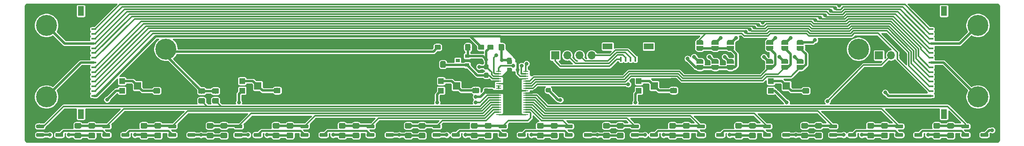
<source format=gbr>
G04 #@! TF.GenerationSoftware,KiCad,Pcbnew,(5.1.2)-2*
G04 #@! TF.CreationDate,2019-07-29T19:51:06+02:00*
G04 #@! TF.ProjectId,sensor_array_15_sensors,73656e73-6f72-45f6-9172-7261795f3135,1*
G04 #@! TF.SameCoordinates,Original*
G04 #@! TF.FileFunction,Copper,L1,Top*
G04 #@! TF.FilePolarity,Positive*
%FSLAX46Y46*%
G04 Gerber Fmt 4.6, Leading zero omitted, Abs format (unit mm)*
G04 Created by KiCad (PCBNEW (5.1.2)-2) date 2019-07-29 19:51:06*
%MOMM*%
%LPD*%
G04 APERTURE LIST*
%ADD10R,1.000000X0.400000*%
%ADD11R,1.300000X2.000000*%
%ADD12C,0.100000*%
%ADD13C,1.150000*%
%ADD14R,1.200000X1.200000*%
%ADD15R,1.500000X1.600000*%
%ADD16C,0.790000*%
%ADD17R,2.000000X1.300000*%
%ADD18R,0.400000X1.000000*%
%ADD19C,0.500000*%
%ADD20C,1.050000*%
%ADD21R,1.700000X1.700000*%
%ADD22O,1.700000X1.700000*%
%ADD23R,0.900000X0.800000*%
%ADD24C,0.950000*%
%ADD25R,1.100000X0.285000*%
%ADD26C,0.700000*%
%ADD27C,4.400000*%
%ADD28C,0.800000*%
%ADD29C,0.500000*%
%ADD30C,0.300000*%
%ADD31C,0.400000*%
%ADD32C,0.250000*%
G04 APERTURE END LIST*
D10*
X44910000Y-50800000D03*
X44910000Y-49800000D03*
X44910000Y-48800000D03*
X44910000Y-47800000D03*
X44910000Y-46800000D03*
X44910000Y-45800000D03*
X44910000Y-44800000D03*
X44910000Y-43800000D03*
X44910000Y-42800000D03*
X44910000Y-41800000D03*
X44910000Y-40800000D03*
X44910000Y-39800000D03*
X44910000Y-38800000D03*
X44910000Y-37800000D03*
X44910000Y-36800000D03*
X44910000Y-35800000D03*
X44910000Y-34800000D03*
D11*
X42210000Y-53600000D03*
X42210000Y-32000000D03*
D12*
G36*
X58574505Y-46101204D02*
G01*
X58598773Y-46104804D01*
X58622572Y-46110765D01*
X58645671Y-46119030D01*
X58667850Y-46129520D01*
X58688893Y-46142132D01*
X58708599Y-46156747D01*
X58726777Y-46173223D01*
X58743253Y-46191401D01*
X58757868Y-46211107D01*
X58770480Y-46232150D01*
X58780970Y-46254329D01*
X58789235Y-46277428D01*
X58795196Y-46301227D01*
X58798796Y-46325495D01*
X58800000Y-46349999D01*
X58800000Y-47000001D01*
X58798796Y-47024505D01*
X58795196Y-47048773D01*
X58789235Y-47072572D01*
X58780970Y-47095671D01*
X58770480Y-47117850D01*
X58757868Y-47138893D01*
X58743253Y-47158599D01*
X58726777Y-47176777D01*
X58708599Y-47193253D01*
X58688893Y-47207868D01*
X58667850Y-47220480D01*
X58645671Y-47230970D01*
X58622572Y-47239235D01*
X58598773Y-47245196D01*
X58574505Y-47248796D01*
X58550001Y-47250000D01*
X57649999Y-47250000D01*
X57625495Y-47248796D01*
X57601227Y-47245196D01*
X57577428Y-47239235D01*
X57554329Y-47230970D01*
X57532150Y-47220480D01*
X57511107Y-47207868D01*
X57491401Y-47193253D01*
X57473223Y-47176777D01*
X57456747Y-47158599D01*
X57442132Y-47138893D01*
X57429520Y-47117850D01*
X57419030Y-47095671D01*
X57410765Y-47072572D01*
X57404804Y-47048773D01*
X57401204Y-47024505D01*
X57400000Y-47000001D01*
X57400000Y-46349999D01*
X57401204Y-46325495D01*
X57404804Y-46301227D01*
X57410765Y-46277428D01*
X57419030Y-46254329D01*
X57429520Y-46232150D01*
X57442132Y-46211107D01*
X57456747Y-46191401D01*
X57473223Y-46173223D01*
X57491401Y-46156747D01*
X57511107Y-46142132D01*
X57532150Y-46129520D01*
X57554329Y-46119030D01*
X57577428Y-46110765D01*
X57601227Y-46104804D01*
X57625495Y-46101204D01*
X57649999Y-46100000D01*
X58550001Y-46100000D01*
X58574505Y-46101204D01*
X58574505Y-46101204D01*
G37*
D13*
X58100000Y-46675000D03*
D12*
G36*
X58574505Y-48151204D02*
G01*
X58598773Y-48154804D01*
X58622572Y-48160765D01*
X58645671Y-48169030D01*
X58667850Y-48179520D01*
X58688893Y-48192132D01*
X58708599Y-48206747D01*
X58726777Y-48223223D01*
X58743253Y-48241401D01*
X58757868Y-48261107D01*
X58770480Y-48282150D01*
X58780970Y-48304329D01*
X58789235Y-48327428D01*
X58795196Y-48351227D01*
X58798796Y-48375495D01*
X58800000Y-48399999D01*
X58800000Y-49050001D01*
X58798796Y-49074505D01*
X58795196Y-49098773D01*
X58789235Y-49122572D01*
X58780970Y-49145671D01*
X58770480Y-49167850D01*
X58757868Y-49188893D01*
X58743253Y-49208599D01*
X58726777Y-49226777D01*
X58708599Y-49243253D01*
X58688893Y-49257868D01*
X58667850Y-49270480D01*
X58645671Y-49280970D01*
X58622572Y-49289235D01*
X58598773Y-49295196D01*
X58574505Y-49298796D01*
X58550001Y-49300000D01*
X57649999Y-49300000D01*
X57625495Y-49298796D01*
X57601227Y-49295196D01*
X57577428Y-49289235D01*
X57554329Y-49280970D01*
X57532150Y-49270480D01*
X57511107Y-49257868D01*
X57491401Y-49243253D01*
X57473223Y-49226777D01*
X57456747Y-49208599D01*
X57442132Y-49188893D01*
X57429520Y-49167850D01*
X57419030Y-49145671D01*
X57410765Y-49122572D01*
X57404804Y-49098773D01*
X57401204Y-49074505D01*
X57400000Y-49050001D01*
X57400000Y-48399999D01*
X57401204Y-48375495D01*
X57404804Y-48351227D01*
X57410765Y-48327428D01*
X57419030Y-48304329D01*
X57429520Y-48282150D01*
X57442132Y-48261107D01*
X57456747Y-48241401D01*
X57473223Y-48223223D01*
X57491401Y-48206747D01*
X57511107Y-48192132D01*
X57532150Y-48179520D01*
X57554329Y-48169030D01*
X57577428Y-48160765D01*
X57601227Y-48154804D01*
X57625495Y-48151204D01*
X57649999Y-48150000D01*
X58550001Y-48150000D01*
X58574505Y-48151204D01*
X58574505Y-48151204D01*
G37*
D13*
X58100000Y-48725000D03*
D12*
G36*
X67974505Y-48201204D02*
G01*
X67998773Y-48204804D01*
X68022572Y-48210765D01*
X68045671Y-48219030D01*
X68067850Y-48229520D01*
X68088893Y-48242132D01*
X68108599Y-48256747D01*
X68126777Y-48273223D01*
X68143253Y-48291401D01*
X68157868Y-48311107D01*
X68170480Y-48332150D01*
X68180970Y-48354329D01*
X68189235Y-48377428D01*
X68195196Y-48401227D01*
X68198796Y-48425495D01*
X68200000Y-48449999D01*
X68200000Y-49100001D01*
X68198796Y-49124505D01*
X68195196Y-49148773D01*
X68189235Y-49172572D01*
X68180970Y-49195671D01*
X68170480Y-49217850D01*
X68157868Y-49238893D01*
X68143253Y-49258599D01*
X68126777Y-49276777D01*
X68108599Y-49293253D01*
X68088893Y-49307868D01*
X68067850Y-49320480D01*
X68045671Y-49330970D01*
X68022572Y-49339235D01*
X67998773Y-49345196D01*
X67974505Y-49348796D01*
X67950001Y-49350000D01*
X67049999Y-49350000D01*
X67025495Y-49348796D01*
X67001227Y-49345196D01*
X66977428Y-49339235D01*
X66954329Y-49330970D01*
X66932150Y-49320480D01*
X66911107Y-49307868D01*
X66891401Y-49293253D01*
X66873223Y-49276777D01*
X66856747Y-49258599D01*
X66842132Y-49238893D01*
X66829520Y-49217850D01*
X66819030Y-49195671D01*
X66810765Y-49172572D01*
X66804804Y-49148773D01*
X66801204Y-49124505D01*
X66800000Y-49100001D01*
X66800000Y-48449999D01*
X66801204Y-48425495D01*
X66804804Y-48401227D01*
X66810765Y-48377428D01*
X66819030Y-48354329D01*
X66829520Y-48332150D01*
X66842132Y-48311107D01*
X66856747Y-48291401D01*
X66873223Y-48273223D01*
X66891401Y-48256747D01*
X66911107Y-48242132D01*
X66932150Y-48229520D01*
X66954329Y-48219030D01*
X66977428Y-48210765D01*
X67001227Y-48204804D01*
X67025495Y-48201204D01*
X67049999Y-48200000D01*
X67950001Y-48200000D01*
X67974505Y-48201204D01*
X67974505Y-48201204D01*
G37*
D13*
X67500000Y-48775000D03*
D12*
G36*
X67974505Y-50251204D02*
G01*
X67998773Y-50254804D01*
X68022572Y-50260765D01*
X68045671Y-50269030D01*
X68067850Y-50279520D01*
X68088893Y-50292132D01*
X68108599Y-50306747D01*
X68126777Y-50323223D01*
X68143253Y-50341401D01*
X68157868Y-50361107D01*
X68170480Y-50382150D01*
X68180970Y-50404329D01*
X68189235Y-50427428D01*
X68195196Y-50451227D01*
X68198796Y-50475495D01*
X68200000Y-50499999D01*
X68200000Y-51150001D01*
X68198796Y-51174505D01*
X68195196Y-51198773D01*
X68189235Y-51222572D01*
X68180970Y-51245671D01*
X68170480Y-51267850D01*
X68157868Y-51288893D01*
X68143253Y-51308599D01*
X68126777Y-51326777D01*
X68108599Y-51343253D01*
X68088893Y-51357868D01*
X68067850Y-51370480D01*
X68045671Y-51380970D01*
X68022572Y-51389235D01*
X67998773Y-51395196D01*
X67974505Y-51398796D01*
X67950001Y-51400000D01*
X67049999Y-51400000D01*
X67025495Y-51398796D01*
X67001227Y-51395196D01*
X66977428Y-51389235D01*
X66954329Y-51380970D01*
X66932150Y-51370480D01*
X66911107Y-51357868D01*
X66891401Y-51343253D01*
X66873223Y-51326777D01*
X66856747Y-51308599D01*
X66842132Y-51288893D01*
X66829520Y-51267850D01*
X66819030Y-51245671D01*
X66810765Y-51222572D01*
X66804804Y-51198773D01*
X66801204Y-51174505D01*
X66800000Y-51150001D01*
X66800000Y-50499999D01*
X66801204Y-50475495D01*
X66804804Y-50451227D01*
X66810765Y-50427428D01*
X66819030Y-50404329D01*
X66829520Y-50382150D01*
X66842132Y-50361107D01*
X66856747Y-50341401D01*
X66873223Y-50323223D01*
X66891401Y-50306747D01*
X66911107Y-50292132D01*
X66932150Y-50279520D01*
X66954329Y-50269030D01*
X66977428Y-50260765D01*
X67001227Y-50254804D01*
X67025495Y-50251204D01*
X67049999Y-50250000D01*
X67950001Y-50250000D01*
X67974505Y-50251204D01*
X67974505Y-50251204D01*
G37*
D13*
X67500000Y-50825000D03*
D12*
G36*
X42074505Y-55501204D02*
G01*
X42098773Y-55504804D01*
X42122572Y-55510765D01*
X42145671Y-55519030D01*
X42167850Y-55529520D01*
X42188893Y-55542132D01*
X42208599Y-55556747D01*
X42226777Y-55573223D01*
X42243253Y-55591401D01*
X42257868Y-55611107D01*
X42270480Y-55632150D01*
X42280970Y-55654329D01*
X42289235Y-55677428D01*
X42295196Y-55701227D01*
X42298796Y-55725495D01*
X42300000Y-55749999D01*
X42300000Y-56400001D01*
X42298796Y-56424505D01*
X42295196Y-56448773D01*
X42289235Y-56472572D01*
X42280970Y-56495671D01*
X42270480Y-56517850D01*
X42257868Y-56538893D01*
X42243253Y-56558599D01*
X42226777Y-56576777D01*
X42208599Y-56593253D01*
X42188893Y-56607868D01*
X42167850Y-56620480D01*
X42145671Y-56630970D01*
X42122572Y-56639235D01*
X42098773Y-56645196D01*
X42074505Y-56648796D01*
X42050001Y-56650000D01*
X41149999Y-56650000D01*
X41125495Y-56648796D01*
X41101227Y-56645196D01*
X41077428Y-56639235D01*
X41054329Y-56630970D01*
X41032150Y-56620480D01*
X41011107Y-56607868D01*
X40991401Y-56593253D01*
X40973223Y-56576777D01*
X40956747Y-56558599D01*
X40942132Y-56538893D01*
X40929520Y-56517850D01*
X40919030Y-56495671D01*
X40910765Y-56472572D01*
X40904804Y-56448773D01*
X40901204Y-56424505D01*
X40900000Y-56400001D01*
X40900000Y-55749999D01*
X40901204Y-55725495D01*
X40904804Y-55701227D01*
X40910765Y-55677428D01*
X40919030Y-55654329D01*
X40929520Y-55632150D01*
X40942132Y-55611107D01*
X40956747Y-55591401D01*
X40973223Y-55573223D01*
X40991401Y-55556747D01*
X41011107Y-55542132D01*
X41032150Y-55529520D01*
X41054329Y-55519030D01*
X41077428Y-55510765D01*
X41101227Y-55504804D01*
X41125495Y-55501204D01*
X41149999Y-55500000D01*
X42050001Y-55500000D01*
X42074505Y-55501204D01*
X42074505Y-55501204D01*
G37*
D13*
X41600000Y-56075000D03*
D12*
G36*
X42074505Y-57551204D02*
G01*
X42098773Y-57554804D01*
X42122572Y-57560765D01*
X42145671Y-57569030D01*
X42167850Y-57579520D01*
X42188893Y-57592132D01*
X42208599Y-57606747D01*
X42226777Y-57623223D01*
X42243253Y-57641401D01*
X42257868Y-57661107D01*
X42270480Y-57682150D01*
X42280970Y-57704329D01*
X42289235Y-57727428D01*
X42295196Y-57751227D01*
X42298796Y-57775495D01*
X42300000Y-57799999D01*
X42300000Y-58450001D01*
X42298796Y-58474505D01*
X42295196Y-58498773D01*
X42289235Y-58522572D01*
X42280970Y-58545671D01*
X42270480Y-58567850D01*
X42257868Y-58588893D01*
X42243253Y-58608599D01*
X42226777Y-58626777D01*
X42208599Y-58643253D01*
X42188893Y-58657868D01*
X42167850Y-58670480D01*
X42145671Y-58680970D01*
X42122572Y-58689235D01*
X42098773Y-58695196D01*
X42074505Y-58698796D01*
X42050001Y-58700000D01*
X41149999Y-58700000D01*
X41125495Y-58698796D01*
X41101227Y-58695196D01*
X41077428Y-58689235D01*
X41054329Y-58680970D01*
X41032150Y-58670480D01*
X41011107Y-58657868D01*
X40991401Y-58643253D01*
X40973223Y-58626777D01*
X40956747Y-58608599D01*
X40942132Y-58588893D01*
X40929520Y-58567850D01*
X40919030Y-58545671D01*
X40910765Y-58522572D01*
X40904804Y-58498773D01*
X40901204Y-58474505D01*
X40900000Y-58450001D01*
X40900000Y-57799999D01*
X40901204Y-57775495D01*
X40904804Y-57751227D01*
X40910765Y-57727428D01*
X40919030Y-57704329D01*
X40929520Y-57682150D01*
X40942132Y-57661107D01*
X40956747Y-57641401D01*
X40973223Y-57623223D01*
X40991401Y-57606747D01*
X41011107Y-57592132D01*
X41032150Y-57579520D01*
X41054329Y-57569030D01*
X41077428Y-57560765D01*
X41101227Y-57554804D01*
X41125495Y-57551204D01*
X41149999Y-57550000D01*
X42050001Y-57550000D01*
X42074505Y-57551204D01*
X42074505Y-57551204D01*
G37*
D13*
X41600000Y-58125000D03*
D12*
G36*
X55905274Y-57551204D02*
G01*
X55929542Y-57554804D01*
X55953341Y-57560765D01*
X55976440Y-57569030D01*
X55998619Y-57579520D01*
X56019662Y-57592132D01*
X56039368Y-57606747D01*
X56057546Y-57623223D01*
X56074022Y-57641401D01*
X56088637Y-57661107D01*
X56101249Y-57682150D01*
X56111739Y-57704329D01*
X56120004Y-57727428D01*
X56125965Y-57751227D01*
X56129565Y-57775495D01*
X56130769Y-57799999D01*
X56130769Y-58450001D01*
X56129565Y-58474505D01*
X56125965Y-58498773D01*
X56120004Y-58522572D01*
X56111739Y-58545671D01*
X56101249Y-58567850D01*
X56088637Y-58588893D01*
X56074022Y-58608599D01*
X56057546Y-58626777D01*
X56039368Y-58643253D01*
X56019662Y-58657868D01*
X55998619Y-58670480D01*
X55976440Y-58680970D01*
X55953341Y-58689235D01*
X55929542Y-58695196D01*
X55905274Y-58698796D01*
X55880770Y-58700000D01*
X54980768Y-58700000D01*
X54956264Y-58698796D01*
X54931996Y-58695196D01*
X54908197Y-58689235D01*
X54885098Y-58680970D01*
X54862919Y-58670480D01*
X54841876Y-58657868D01*
X54822170Y-58643253D01*
X54803992Y-58626777D01*
X54787516Y-58608599D01*
X54772901Y-58588893D01*
X54760289Y-58567850D01*
X54749799Y-58545671D01*
X54741534Y-58522572D01*
X54735573Y-58498773D01*
X54731973Y-58474505D01*
X54730769Y-58450001D01*
X54730769Y-57799999D01*
X54731973Y-57775495D01*
X54735573Y-57751227D01*
X54741534Y-57727428D01*
X54749799Y-57704329D01*
X54760289Y-57682150D01*
X54772901Y-57661107D01*
X54787516Y-57641401D01*
X54803992Y-57623223D01*
X54822170Y-57606747D01*
X54841876Y-57592132D01*
X54862919Y-57579520D01*
X54885098Y-57569030D01*
X54908197Y-57560765D01*
X54931996Y-57554804D01*
X54956264Y-57551204D01*
X54980768Y-57550000D01*
X55880770Y-57550000D01*
X55905274Y-57551204D01*
X55905274Y-57551204D01*
G37*
D13*
X55430769Y-58125000D03*
D12*
G36*
X55905274Y-55501204D02*
G01*
X55929542Y-55504804D01*
X55953341Y-55510765D01*
X55976440Y-55519030D01*
X55998619Y-55529520D01*
X56019662Y-55542132D01*
X56039368Y-55556747D01*
X56057546Y-55573223D01*
X56074022Y-55591401D01*
X56088637Y-55611107D01*
X56101249Y-55632150D01*
X56111739Y-55654329D01*
X56120004Y-55677428D01*
X56125965Y-55701227D01*
X56129565Y-55725495D01*
X56130769Y-55749999D01*
X56130769Y-56400001D01*
X56129565Y-56424505D01*
X56125965Y-56448773D01*
X56120004Y-56472572D01*
X56111739Y-56495671D01*
X56101249Y-56517850D01*
X56088637Y-56538893D01*
X56074022Y-56558599D01*
X56057546Y-56576777D01*
X56039368Y-56593253D01*
X56019662Y-56607868D01*
X55998619Y-56620480D01*
X55976440Y-56630970D01*
X55953341Y-56639235D01*
X55929542Y-56645196D01*
X55905274Y-56648796D01*
X55880770Y-56650000D01*
X54980768Y-56650000D01*
X54956264Y-56648796D01*
X54931996Y-56645196D01*
X54908197Y-56639235D01*
X54885098Y-56630970D01*
X54862919Y-56620480D01*
X54841876Y-56607868D01*
X54822170Y-56593253D01*
X54803992Y-56576777D01*
X54787516Y-56558599D01*
X54772901Y-56538893D01*
X54760289Y-56517850D01*
X54749799Y-56495671D01*
X54741534Y-56472572D01*
X54735573Y-56448773D01*
X54731973Y-56424505D01*
X54730769Y-56400001D01*
X54730769Y-55749999D01*
X54731973Y-55725495D01*
X54735573Y-55701227D01*
X54741534Y-55677428D01*
X54749799Y-55654329D01*
X54760289Y-55632150D01*
X54772901Y-55611107D01*
X54787516Y-55591401D01*
X54803992Y-55573223D01*
X54822170Y-55556747D01*
X54841876Y-55542132D01*
X54862919Y-55529520D01*
X54885098Y-55519030D01*
X54908197Y-55510765D01*
X54931996Y-55504804D01*
X54956264Y-55501204D01*
X54980768Y-55500000D01*
X55880770Y-55500000D01*
X55905274Y-55501204D01*
X55905274Y-55501204D01*
G37*
D13*
X55430769Y-56075000D03*
D12*
G36*
X69736043Y-57551204D02*
G01*
X69760311Y-57554804D01*
X69784110Y-57560765D01*
X69807209Y-57569030D01*
X69829388Y-57579520D01*
X69850431Y-57592132D01*
X69870137Y-57606747D01*
X69888315Y-57623223D01*
X69904791Y-57641401D01*
X69919406Y-57661107D01*
X69932018Y-57682150D01*
X69942508Y-57704329D01*
X69950773Y-57727428D01*
X69956734Y-57751227D01*
X69960334Y-57775495D01*
X69961538Y-57799999D01*
X69961538Y-58450001D01*
X69960334Y-58474505D01*
X69956734Y-58498773D01*
X69950773Y-58522572D01*
X69942508Y-58545671D01*
X69932018Y-58567850D01*
X69919406Y-58588893D01*
X69904791Y-58608599D01*
X69888315Y-58626777D01*
X69870137Y-58643253D01*
X69850431Y-58657868D01*
X69829388Y-58670480D01*
X69807209Y-58680970D01*
X69784110Y-58689235D01*
X69760311Y-58695196D01*
X69736043Y-58698796D01*
X69711539Y-58700000D01*
X68811537Y-58700000D01*
X68787033Y-58698796D01*
X68762765Y-58695196D01*
X68738966Y-58689235D01*
X68715867Y-58680970D01*
X68693688Y-58670480D01*
X68672645Y-58657868D01*
X68652939Y-58643253D01*
X68634761Y-58626777D01*
X68618285Y-58608599D01*
X68603670Y-58588893D01*
X68591058Y-58567850D01*
X68580568Y-58545671D01*
X68572303Y-58522572D01*
X68566342Y-58498773D01*
X68562742Y-58474505D01*
X68561538Y-58450001D01*
X68561538Y-57799999D01*
X68562742Y-57775495D01*
X68566342Y-57751227D01*
X68572303Y-57727428D01*
X68580568Y-57704329D01*
X68591058Y-57682150D01*
X68603670Y-57661107D01*
X68618285Y-57641401D01*
X68634761Y-57623223D01*
X68652939Y-57606747D01*
X68672645Y-57592132D01*
X68693688Y-57579520D01*
X68715867Y-57569030D01*
X68738966Y-57560765D01*
X68762765Y-57554804D01*
X68787033Y-57551204D01*
X68811537Y-57550000D01*
X69711539Y-57550000D01*
X69736043Y-57551204D01*
X69736043Y-57551204D01*
G37*
D13*
X69261538Y-58125000D03*
D12*
G36*
X69736043Y-55501204D02*
G01*
X69760311Y-55504804D01*
X69784110Y-55510765D01*
X69807209Y-55519030D01*
X69829388Y-55529520D01*
X69850431Y-55542132D01*
X69870137Y-55556747D01*
X69888315Y-55573223D01*
X69904791Y-55591401D01*
X69919406Y-55611107D01*
X69932018Y-55632150D01*
X69942508Y-55654329D01*
X69950773Y-55677428D01*
X69956734Y-55701227D01*
X69960334Y-55725495D01*
X69961538Y-55749999D01*
X69961538Y-56400001D01*
X69960334Y-56424505D01*
X69956734Y-56448773D01*
X69950773Y-56472572D01*
X69942508Y-56495671D01*
X69932018Y-56517850D01*
X69919406Y-56538893D01*
X69904791Y-56558599D01*
X69888315Y-56576777D01*
X69870137Y-56593253D01*
X69850431Y-56607868D01*
X69829388Y-56620480D01*
X69807209Y-56630970D01*
X69784110Y-56639235D01*
X69760311Y-56645196D01*
X69736043Y-56648796D01*
X69711539Y-56650000D01*
X68811537Y-56650000D01*
X68787033Y-56648796D01*
X68762765Y-56645196D01*
X68738966Y-56639235D01*
X68715867Y-56630970D01*
X68693688Y-56620480D01*
X68672645Y-56607868D01*
X68652939Y-56593253D01*
X68634761Y-56576777D01*
X68618285Y-56558599D01*
X68603670Y-56538893D01*
X68591058Y-56517850D01*
X68580568Y-56495671D01*
X68572303Y-56472572D01*
X68566342Y-56448773D01*
X68562742Y-56424505D01*
X68561538Y-56400001D01*
X68561538Y-55749999D01*
X68562742Y-55725495D01*
X68566342Y-55701227D01*
X68572303Y-55677428D01*
X68580568Y-55654329D01*
X68591058Y-55632150D01*
X68603670Y-55611107D01*
X68618285Y-55591401D01*
X68634761Y-55573223D01*
X68652939Y-55556747D01*
X68672645Y-55542132D01*
X68693688Y-55529520D01*
X68715867Y-55519030D01*
X68738966Y-55510765D01*
X68762765Y-55504804D01*
X68787033Y-55501204D01*
X68811537Y-55500000D01*
X69711539Y-55500000D01*
X69736043Y-55501204D01*
X69736043Y-55501204D01*
G37*
D13*
X69261538Y-56075000D03*
D12*
G36*
X83566812Y-55501204D02*
G01*
X83591080Y-55504804D01*
X83614879Y-55510765D01*
X83637978Y-55519030D01*
X83660157Y-55529520D01*
X83681200Y-55542132D01*
X83700906Y-55556747D01*
X83719084Y-55573223D01*
X83735560Y-55591401D01*
X83750175Y-55611107D01*
X83762787Y-55632150D01*
X83773277Y-55654329D01*
X83781542Y-55677428D01*
X83787503Y-55701227D01*
X83791103Y-55725495D01*
X83792307Y-55749999D01*
X83792307Y-56400001D01*
X83791103Y-56424505D01*
X83787503Y-56448773D01*
X83781542Y-56472572D01*
X83773277Y-56495671D01*
X83762787Y-56517850D01*
X83750175Y-56538893D01*
X83735560Y-56558599D01*
X83719084Y-56576777D01*
X83700906Y-56593253D01*
X83681200Y-56607868D01*
X83660157Y-56620480D01*
X83637978Y-56630970D01*
X83614879Y-56639235D01*
X83591080Y-56645196D01*
X83566812Y-56648796D01*
X83542308Y-56650000D01*
X82642306Y-56650000D01*
X82617802Y-56648796D01*
X82593534Y-56645196D01*
X82569735Y-56639235D01*
X82546636Y-56630970D01*
X82524457Y-56620480D01*
X82503414Y-56607868D01*
X82483708Y-56593253D01*
X82465530Y-56576777D01*
X82449054Y-56558599D01*
X82434439Y-56538893D01*
X82421827Y-56517850D01*
X82411337Y-56495671D01*
X82403072Y-56472572D01*
X82397111Y-56448773D01*
X82393511Y-56424505D01*
X82392307Y-56400001D01*
X82392307Y-55749999D01*
X82393511Y-55725495D01*
X82397111Y-55701227D01*
X82403072Y-55677428D01*
X82411337Y-55654329D01*
X82421827Y-55632150D01*
X82434439Y-55611107D01*
X82449054Y-55591401D01*
X82465530Y-55573223D01*
X82483708Y-55556747D01*
X82503414Y-55542132D01*
X82524457Y-55529520D01*
X82546636Y-55519030D01*
X82569735Y-55510765D01*
X82593534Y-55504804D01*
X82617802Y-55501204D01*
X82642306Y-55500000D01*
X83542308Y-55500000D01*
X83566812Y-55501204D01*
X83566812Y-55501204D01*
G37*
D13*
X83092307Y-56075000D03*
D12*
G36*
X83566812Y-57551204D02*
G01*
X83591080Y-57554804D01*
X83614879Y-57560765D01*
X83637978Y-57569030D01*
X83660157Y-57579520D01*
X83681200Y-57592132D01*
X83700906Y-57606747D01*
X83719084Y-57623223D01*
X83735560Y-57641401D01*
X83750175Y-57661107D01*
X83762787Y-57682150D01*
X83773277Y-57704329D01*
X83781542Y-57727428D01*
X83787503Y-57751227D01*
X83791103Y-57775495D01*
X83792307Y-57799999D01*
X83792307Y-58450001D01*
X83791103Y-58474505D01*
X83787503Y-58498773D01*
X83781542Y-58522572D01*
X83773277Y-58545671D01*
X83762787Y-58567850D01*
X83750175Y-58588893D01*
X83735560Y-58608599D01*
X83719084Y-58626777D01*
X83700906Y-58643253D01*
X83681200Y-58657868D01*
X83660157Y-58670480D01*
X83637978Y-58680970D01*
X83614879Y-58689235D01*
X83591080Y-58695196D01*
X83566812Y-58698796D01*
X83542308Y-58700000D01*
X82642306Y-58700000D01*
X82617802Y-58698796D01*
X82593534Y-58695196D01*
X82569735Y-58689235D01*
X82546636Y-58680970D01*
X82524457Y-58670480D01*
X82503414Y-58657868D01*
X82483708Y-58643253D01*
X82465530Y-58626777D01*
X82449054Y-58608599D01*
X82434439Y-58588893D01*
X82421827Y-58567850D01*
X82411337Y-58545671D01*
X82403072Y-58522572D01*
X82397111Y-58498773D01*
X82393511Y-58474505D01*
X82392307Y-58450001D01*
X82392307Y-57799999D01*
X82393511Y-57775495D01*
X82397111Y-57751227D01*
X82403072Y-57727428D01*
X82411337Y-57704329D01*
X82421827Y-57682150D01*
X82434439Y-57661107D01*
X82449054Y-57641401D01*
X82465530Y-57623223D01*
X82483708Y-57606747D01*
X82503414Y-57592132D01*
X82524457Y-57579520D01*
X82546636Y-57569030D01*
X82569735Y-57560765D01*
X82593534Y-57554804D01*
X82617802Y-57551204D01*
X82642306Y-57550000D01*
X83542308Y-57550000D01*
X83566812Y-57551204D01*
X83566812Y-57551204D01*
G37*
D13*
X83092307Y-58125000D03*
D12*
G36*
X83774505Y-46051204D02*
G01*
X83798773Y-46054804D01*
X83822572Y-46060765D01*
X83845671Y-46069030D01*
X83867850Y-46079520D01*
X83888893Y-46092132D01*
X83908599Y-46106747D01*
X83926777Y-46123223D01*
X83943253Y-46141401D01*
X83957868Y-46161107D01*
X83970480Y-46182150D01*
X83980970Y-46204329D01*
X83989235Y-46227428D01*
X83995196Y-46251227D01*
X83998796Y-46275495D01*
X84000000Y-46299999D01*
X84000000Y-46950001D01*
X83998796Y-46974505D01*
X83995196Y-46998773D01*
X83989235Y-47022572D01*
X83980970Y-47045671D01*
X83970480Y-47067850D01*
X83957868Y-47088893D01*
X83943253Y-47108599D01*
X83926777Y-47126777D01*
X83908599Y-47143253D01*
X83888893Y-47157868D01*
X83867850Y-47170480D01*
X83845671Y-47180970D01*
X83822572Y-47189235D01*
X83798773Y-47195196D01*
X83774505Y-47198796D01*
X83750001Y-47200000D01*
X82849999Y-47200000D01*
X82825495Y-47198796D01*
X82801227Y-47195196D01*
X82777428Y-47189235D01*
X82754329Y-47180970D01*
X82732150Y-47170480D01*
X82711107Y-47157868D01*
X82691401Y-47143253D01*
X82673223Y-47126777D01*
X82656747Y-47108599D01*
X82642132Y-47088893D01*
X82629520Y-47067850D01*
X82619030Y-47045671D01*
X82610765Y-47022572D01*
X82604804Y-46998773D01*
X82601204Y-46974505D01*
X82600000Y-46950001D01*
X82600000Y-46299999D01*
X82601204Y-46275495D01*
X82604804Y-46251227D01*
X82610765Y-46227428D01*
X82619030Y-46204329D01*
X82629520Y-46182150D01*
X82642132Y-46161107D01*
X82656747Y-46141401D01*
X82673223Y-46123223D01*
X82691401Y-46106747D01*
X82711107Y-46092132D01*
X82732150Y-46079520D01*
X82754329Y-46069030D01*
X82777428Y-46060765D01*
X82801227Y-46054804D01*
X82825495Y-46051204D01*
X82849999Y-46050000D01*
X83750001Y-46050000D01*
X83774505Y-46051204D01*
X83774505Y-46051204D01*
G37*
D13*
X83300000Y-46625000D03*
D12*
G36*
X83774505Y-48101204D02*
G01*
X83798773Y-48104804D01*
X83822572Y-48110765D01*
X83845671Y-48119030D01*
X83867850Y-48129520D01*
X83888893Y-48142132D01*
X83908599Y-48156747D01*
X83926777Y-48173223D01*
X83943253Y-48191401D01*
X83957868Y-48211107D01*
X83970480Y-48232150D01*
X83980970Y-48254329D01*
X83989235Y-48277428D01*
X83995196Y-48301227D01*
X83998796Y-48325495D01*
X84000000Y-48349999D01*
X84000000Y-49000001D01*
X83998796Y-49024505D01*
X83995196Y-49048773D01*
X83989235Y-49072572D01*
X83980970Y-49095671D01*
X83970480Y-49117850D01*
X83957868Y-49138893D01*
X83943253Y-49158599D01*
X83926777Y-49176777D01*
X83908599Y-49193253D01*
X83888893Y-49207868D01*
X83867850Y-49220480D01*
X83845671Y-49230970D01*
X83822572Y-49239235D01*
X83798773Y-49245196D01*
X83774505Y-49248796D01*
X83750001Y-49250000D01*
X82849999Y-49250000D01*
X82825495Y-49248796D01*
X82801227Y-49245196D01*
X82777428Y-49239235D01*
X82754329Y-49230970D01*
X82732150Y-49220480D01*
X82711107Y-49207868D01*
X82691401Y-49193253D01*
X82673223Y-49176777D01*
X82656747Y-49158599D01*
X82642132Y-49138893D01*
X82629520Y-49117850D01*
X82619030Y-49095671D01*
X82610765Y-49072572D01*
X82604804Y-49048773D01*
X82601204Y-49024505D01*
X82600000Y-49000001D01*
X82600000Y-48349999D01*
X82601204Y-48325495D01*
X82604804Y-48301227D01*
X82610765Y-48277428D01*
X82619030Y-48254329D01*
X82629520Y-48232150D01*
X82642132Y-48211107D01*
X82656747Y-48191401D01*
X82673223Y-48173223D01*
X82691401Y-48156747D01*
X82711107Y-48142132D01*
X82732150Y-48129520D01*
X82754329Y-48119030D01*
X82777428Y-48110765D01*
X82801227Y-48104804D01*
X82825495Y-48101204D01*
X82849999Y-48100000D01*
X83750001Y-48100000D01*
X83774505Y-48101204D01*
X83774505Y-48101204D01*
G37*
D13*
X83300000Y-48675000D03*
D12*
G36*
X70874505Y-48201204D02*
G01*
X70898773Y-48204804D01*
X70922572Y-48210765D01*
X70945671Y-48219030D01*
X70967850Y-48229520D01*
X70988893Y-48242132D01*
X71008599Y-48256747D01*
X71026777Y-48273223D01*
X71043253Y-48291401D01*
X71057868Y-48311107D01*
X71070480Y-48332150D01*
X71080970Y-48354329D01*
X71089235Y-48377428D01*
X71095196Y-48401227D01*
X71098796Y-48425495D01*
X71100000Y-48449999D01*
X71100000Y-49100001D01*
X71098796Y-49124505D01*
X71095196Y-49148773D01*
X71089235Y-49172572D01*
X71080970Y-49195671D01*
X71070480Y-49217850D01*
X71057868Y-49238893D01*
X71043253Y-49258599D01*
X71026777Y-49276777D01*
X71008599Y-49293253D01*
X70988893Y-49307868D01*
X70967850Y-49320480D01*
X70945671Y-49330970D01*
X70922572Y-49339235D01*
X70898773Y-49345196D01*
X70874505Y-49348796D01*
X70850001Y-49350000D01*
X69949999Y-49350000D01*
X69925495Y-49348796D01*
X69901227Y-49345196D01*
X69877428Y-49339235D01*
X69854329Y-49330970D01*
X69832150Y-49320480D01*
X69811107Y-49307868D01*
X69791401Y-49293253D01*
X69773223Y-49276777D01*
X69756747Y-49258599D01*
X69742132Y-49238893D01*
X69729520Y-49217850D01*
X69719030Y-49195671D01*
X69710765Y-49172572D01*
X69704804Y-49148773D01*
X69701204Y-49124505D01*
X69700000Y-49100001D01*
X69700000Y-48449999D01*
X69701204Y-48425495D01*
X69704804Y-48401227D01*
X69710765Y-48377428D01*
X69719030Y-48354329D01*
X69729520Y-48332150D01*
X69742132Y-48311107D01*
X69756747Y-48291401D01*
X69773223Y-48273223D01*
X69791401Y-48256747D01*
X69811107Y-48242132D01*
X69832150Y-48229520D01*
X69854329Y-48219030D01*
X69877428Y-48210765D01*
X69901227Y-48204804D01*
X69925495Y-48201204D01*
X69949999Y-48200000D01*
X70850001Y-48200000D01*
X70874505Y-48201204D01*
X70874505Y-48201204D01*
G37*
D13*
X70400000Y-48775000D03*
D12*
G36*
X70874505Y-50251204D02*
G01*
X70898773Y-50254804D01*
X70922572Y-50260765D01*
X70945671Y-50269030D01*
X70967850Y-50279520D01*
X70988893Y-50292132D01*
X71008599Y-50306747D01*
X71026777Y-50323223D01*
X71043253Y-50341401D01*
X71057868Y-50361107D01*
X71070480Y-50382150D01*
X71080970Y-50404329D01*
X71089235Y-50427428D01*
X71095196Y-50451227D01*
X71098796Y-50475495D01*
X71100000Y-50499999D01*
X71100000Y-51150001D01*
X71098796Y-51174505D01*
X71095196Y-51198773D01*
X71089235Y-51222572D01*
X71080970Y-51245671D01*
X71070480Y-51267850D01*
X71057868Y-51288893D01*
X71043253Y-51308599D01*
X71026777Y-51326777D01*
X71008599Y-51343253D01*
X70988893Y-51357868D01*
X70967850Y-51370480D01*
X70945671Y-51380970D01*
X70922572Y-51389235D01*
X70898773Y-51395196D01*
X70874505Y-51398796D01*
X70850001Y-51400000D01*
X69949999Y-51400000D01*
X69925495Y-51398796D01*
X69901227Y-51395196D01*
X69877428Y-51389235D01*
X69854329Y-51380970D01*
X69832150Y-51370480D01*
X69811107Y-51357868D01*
X69791401Y-51343253D01*
X69773223Y-51326777D01*
X69756747Y-51308599D01*
X69742132Y-51288893D01*
X69729520Y-51267850D01*
X69719030Y-51245671D01*
X69710765Y-51222572D01*
X69704804Y-51198773D01*
X69701204Y-51174505D01*
X69700000Y-51150001D01*
X69700000Y-50499999D01*
X69701204Y-50475495D01*
X69704804Y-50451227D01*
X69710765Y-50427428D01*
X69719030Y-50404329D01*
X69729520Y-50382150D01*
X69742132Y-50361107D01*
X69756747Y-50341401D01*
X69773223Y-50323223D01*
X69791401Y-50306747D01*
X69811107Y-50292132D01*
X69832150Y-50279520D01*
X69854329Y-50269030D01*
X69877428Y-50260765D01*
X69901227Y-50254804D01*
X69925495Y-50251204D01*
X69949999Y-50250000D01*
X70850001Y-50250000D01*
X70874505Y-50251204D01*
X70874505Y-50251204D01*
G37*
D13*
X70400000Y-50825000D03*
D12*
G36*
X44974505Y-57551204D02*
G01*
X44998773Y-57554804D01*
X45022572Y-57560765D01*
X45045671Y-57569030D01*
X45067850Y-57579520D01*
X45088893Y-57592132D01*
X45108599Y-57606747D01*
X45126777Y-57623223D01*
X45143253Y-57641401D01*
X45157868Y-57661107D01*
X45170480Y-57682150D01*
X45180970Y-57704329D01*
X45189235Y-57727428D01*
X45195196Y-57751227D01*
X45198796Y-57775495D01*
X45200000Y-57799999D01*
X45200000Y-58450001D01*
X45198796Y-58474505D01*
X45195196Y-58498773D01*
X45189235Y-58522572D01*
X45180970Y-58545671D01*
X45170480Y-58567850D01*
X45157868Y-58588893D01*
X45143253Y-58608599D01*
X45126777Y-58626777D01*
X45108599Y-58643253D01*
X45088893Y-58657868D01*
X45067850Y-58670480D01*
X45045671Y-58680970D01*
X45022572Y-58689235D01*
X44998773Y-58695196D01*
X44974505Y-58698796D01*
X44950001Y-58700000D01*
X44049999Y-58700000D01*
X44025495Y-58698796D01*
X44001227Y-58695196D01*
X43977428Y-58689235D01*
X43954329Y-58680970D01*
X43932150Y-58670480D01*
X43911107Y-58657868D01*
X43891401Y-58643253D01*
X43873223Y-58626777D01*
X43856747Y-58608599D01*
X43842132Y-58588893D01*
X43829520Y-58567850D01*
X43819030Y-58545671D01*
X43810765Y-58522572D01*
X43804804Y-58498773D01*
X43801204Y-58474505D01*
X43800000Y-58450001D01*
X43800000Y-57799999D01*
X43801204Y-57775495D01*
X43804804Y-57751227D01*
X43810765Y-57727428D01*
X43819030Y-57704329D01*
X43829520Y-57682150D01*
X43842132Y-57661107D01*
X43856747Y-57641401D01*
X43873223Y-57623223D01*
X43891401Y-57606747D01*
X43911107Y-57592132D01*
X43932150Y-57579520D01*
X43954329Y-57569030D01*
X43977428Y-57560765D01*
X44001227Y-57554804D01*
X44025495Y-57551204D01*
X44049999Y-57550000D01*
X44950001Y-57550000D01*
X44974505Y-57551204D01*
X44974505Y-57551204D01*
G37*
D13*
X44500000Y-58125000D03*
D12*
G36*
X44974505Y-55501204D02*
G01*
X44998773Y-55504804D01*
X45022572Y-55510765D01*
X45045671Y-55519030D01*
X45067850Y-55529520D01*
X45088893Y-55542132D01*
X45108599Y-55556747D01*
X45126777Y-55573223D01*
X45143253Y-55591401D01*
X45157868Y-55611107D01*
X45170480Y-55632150D01*
X45180970Y-55654329D01*
X45189235Y-55677428D01*
X45195196Y-55701227D01*
X45198796Y-55725495D01*
X45200000Y-55749999D01*
X45200000Y-56400001D01*
X45198796Y-56424505D01*
X45195196Y-56448773D01*
X45189235Y-56472572D01*
X45180970Y-56495671D01*
X45170480Y-56517850D01*
X45157868Y-56538893D01*
X45143253Y-56558599D01*
X45126777Y-56576777D01*
X45108599Y-56593253D01*
X45088893Y-56607868D01*
X45067850Y-56620480D01*
X45045671Y-56630970D01*
X45022572Y-56639235D01*
X44998773Y-56645196D01*
X44974505Y-56648796D01*
X44950001Y-56650000D01*
X44049999Y-56650000D01*
X44025495Y-56648796D01*
X44001227Y-56645196D01*
X43977428Y-56639235D01*
X43954329Y-56630970D01*
X43932150Y-56620480D01*
X43911107Y-56607868D01*
X43891401Y-56593253D01*
X43873223Y-56576777D01*
X43856747Y-56558599D01*
X43842132Y-56538893D01*
X43829520Y-56517850D01*
X43819030Y-56495671D01*
X43810765Y-56472572D01*
X43804804Y-56448773D01*
X43801204Y-56424505D01*
X43800000Y-56400001D01*
X43800000Y-55749999D01*
X43801204Y-55725495D01*
X43804804Y-55701227D01*
X43810765Y-55677428D01*
X43819030Y-55654329D01*
X43829520Y-55632150D01*
X43842132Y-55611107D01*
X43856747Y-55591401D01*
X43873223Y-55573223D01*
X43891401Y-55556747D01*
X43911107Y-55542132D01*
X43932150Y-55529520D01*
X43954329Y-55519030D01*
X43977428Y-55510765D01*
X44001227Y-55504804D01*
X44025495Y-55501204D01*
X44049999Y-55500000D01*
X44950001Y-55500000D01*
X44974505Y-55501204D01*
X44974505Y-55501204D01*
G37*
D13*
X44500000Y-56075000D03*
D12*
G36*
X58805274Y-57551204D02*
G01*
X58829542Y-57554804D01*
X58853341Y-57560765D01*
X58876440Y-57569030D01*
X58898619Y-57579520D01*
X58919662Y-57592132D01*
X58939368Y-57606747D01*
X58957546Y-57623223D01*
X58974022Y-57641401D01*
X58988637Y-57661107D01*
X59001249Y-57682150D01*
X59011739Y-57704329D01*
X59020004Y-57727428D01*
X59025965Y-57751227D01*
X59029565Y-57775495D01*
X59030769Y-57799999D01*
X59030769Y-58450001D01*
X59029565Y-58474505D01*
X59025965Y-58498773D01*
X59020004Y-58522572D01*
X59011739Y-58545671D01*
X59001249Y-58567850D01*
X58988637Y-58588893D01*
X58974022Y-58608599D01*
X58957546Y-58626777D01*
X58939368Y-58643253D01*
X58919662Y-58657868D01*
X58898619Y-58670480D01*
X58876440Y-58680970D01*
X58853341Y-58689235D01*
X58829542Y-58695196D01*
X58805274Y-58698796D01*
X58780770Y-58700000D01*
X57880768Y-58700000D01*
X57856264Y-58698796D01*
X57831996Y-58695196D01*
X57808197Y-58689235D01*
X57785098Y-58680970D01*
X57762919Y-58670480D01*
X57741876Y-58657868D01*
X57722170Y-58643253D01*
X57703992Y-58626777D01*
X57687516Y-58608599D01*
X57672901Y-58588893D01*
X57660289Y-58567850D01*
X57649799Y-58545671D01*
X57641534Y-58522572D01*
X57635573Y-58498773D01*
X57631973Y-58474505D01*
X57630769Y-58450001D01*
X57630769Y-57799999D01*
X57631973Y-57775495D01*
X57635573Y-57751227D01*
X57641534Y-57727428D01*
X57649799Y-57704329D01*
X57660289Y-57682150D01*
X57672901Y-57661107D01*
X57687516Y-57641401D01*
X57703992Y-57623223D01*
X57722170Y-57606747D01*
X57741876Y-57592132D01*
X57762919Y-57579520D01*
X57785098Y-57569030D01*
X57808197Y-57560765D01*
X57831996Y-57554804D01*
X57856264Y-57551204D01*
X57880768Y-57550000D01*
X58780770Y-57550000D01*
X58805274Y-57551204D01*
X58805274Y-57551204D01*
G37*
D13*
X58330769Y-58125000D03*
D12*
G36*
X58805274Y-55501204D02*
G01*
X58829542Y-55504804D01*
X58853341Y-55510765D01*
X58876440Y-55519030D01*
X58898619Y-55529520D01*
X58919662Y-55542132D01*
X58939368Y-55556747D01*
X58957546Y-55573223D01*
X58974022Y-55591401D01*
X58988637Y-55611107D01*
X59001249Y-55632150D01*
X59011739Y-55654329D01*
X59020004Y-55677428D01*
X59025965Y-55701227D01*
X59029565Y-55725495D01*
X59030769Y-55749999D01*
X59030769Y-56400001D01*
X59029565Y-56424505D01*
X59025965Y-56448773D01*
X59020004Y-56472572D01*
X59011739Y-56495671D01*
X59001249Y-56517850D01*
X58988637Y-56538893D01*
X58974022Y-56558599D01*
X58957546Y-56576777D01*
X58939368Y-56593253D01*
X58919662Y-56607868D01*
X58898619Y-56620480D01*
X58876440Y-56630970D01*
X58853341Y-56639235D01*
X58829542Y-56645196D01*
X58805274Y-56648796D01*
X58780770Y-56650000D01*
X57880768Y-56650000D01*
X57856264Y-56648796D01*
X57831996Y-56645196D01*
X57808197Y-56639235D01*
X57785098Y-56630970D01*
X57762919Y-56620480D01*
X57741876Y-56607868D01*
X57722170Y-56593253D01*
X57703992Y-56576777D01*
X57687516Y-56558599D01*
X57672901Y-56538893D01*
X57660289Y-56517850D01*
X57649799Y-56495671D01*
X57641534Y-56472572D01*
X57635573Y-56448773D01*
X57631973Y-56424505D01*
X57630769Y-56400001D01*
X57630769Y-55749999D01*
X57631973Y-55725495D01*
X57635573Y-55701227D01*
X57641534Y-55677428D01*
X57649799Y-55654329D01*
X57660289Y-55632150D01*
X57672901Y-55611107D01*
X57687516Y-55591401D01*
X57703992Y-55573223D01*
X57722170Y-55556747D01*
X57741876Y-55542132D01*
X57762919Y-55529520D01*
X57785098Y-55519030D01*
X57808197Y-55510765D01*
X57831996Y-55504804D01*
X57856264Y-55501204D01*
X57880768Y-55500000D01*
X58780770Y-55500000D01*
X58805274Y-55501204D01*
X58805274Y-55501204D01*
G37*
D13*
X58330769Y-56075000D03*
D12*
G36*
X72636043Y-57551204D02*
G01*
X72660311Y-57554804D01*
X72684110Y-57560765D01*
X72707209Y-57569030D01*
X72729388Y-57579520D01*
X72750431Y-57592132D01*
X72770137Y-57606747D01*
X72788315Y-57623223D01*
X72804791Y-57641401D01*
X72819406Y-57661107D01*
X72832018Y-57682150D01*
X72842508Y-57704329D01*
X72850773Y-57727428D01*
X72856734Y-57751227D01*
X72860334Y-57775495D01*
X72861538Y-57799999D01*
X72861538Y-58450001D01*
X72860334Y-58474505D01*
X72856734Y-58498773D01*
X72850773Y-58522572D01*
X72842508Y-58545671D01*
X72832018Y-58567850D01*
X72819406Y-58588893D01*
X72804791Y-58608599D01*
X72788315Y-58626777D01*
X72770137Y-58643253D01*
X72750431Y-58657868D01*
X72729388Y-58670480D01*
X72707209Y-58680970D01*
X72684110Y-58689235D01*
X72660311Y-58695196D01*
X72636043Y-58698796D01*
X72611539Y-58700000D01*
X71711537Y-58700000D01*
X71687033Y-58698796D01*
X71662765Y-58695196D01*
X71638966Y-58689235D01*
X71615867Y-58680970D01*
X71593688Y-58670480D01*
X71572645Y-58657868D01*
X71552939Y-58643253D01*
X71534761Y-58626777D01*
X71518285Y-58608599D01*
X71503670Y-58588893D01*
X71491058Y-58567850D01*
X71480568Y-58545671D01*
X71472303Y-58522572D01*
X71466342Y-58498773D01*
X71462742Y-58474505D01*
X71461538Y-58450001D01*
X71461538Y-57799999D01*
X71462742Y-57775495D01*
X71466342Y-57751227D01*
X71472303Y-57727428D01*
X71480568Y-57704329D01*
X71491058Y-57682150D01*
X71503670Y-57661107D01*
X71518285Y-57641401D01*
X71534761Y-57623223D01*
X71552939Y-57606747D01*
X71572645Y-57592132D01*
X71593688Y-57579520D01*
X71615867Y-57569030D01*
X71638966Y-57560765D01*
X71662765Y-57554804D01*
X71687033Y-57551204D01*
X71711537Y-57550000D01*
X72611539Y-57550000D01*
X72636043Y-57551204D01*
X72636043Y-57551204D01*
G37*
D13*
X72161538Y-58125000D03*
D12*
G36*
X72636043Y-55501204D02*
G01*
X72660311Y-55504804D01*
X72684110Y-55510765D01*
X72707209Y-55519030D01*
X72729388Y-55529520D01*
X72750431Y-55542132D01*
X72770137Y-55556747D01*
X72788315Y-55573223D01*
X72804791Y-55591401D01*
X72819406Y-55611107D01*
X72832018Y-55632150D01*
X72842508Y-55654329D01*
X72850773Y-55677428D01*
X72856734Y-55701227D01*
X72860334Y-55725495D01*
X72861538Y-55749999D01*
X72861538Y-56400001D01*
X72860334Y-56424505D01*
X72856734Y-56448773D01*
X72850773Y-56472572D01*
X72842508Y-56495671D01*
X72832018Y-56517850D01*
X72819406Y-56538893D01*
X72804791Y-56558599D01*
X72788315Y-56576777D01*
X72770137Y-56593253D01*
X72750431Y-56607868D01*
X72729388Y-56620480D01*
X72707209Y-56630970D01*
X72684110Y-56639235D01*
X72660311Y-56645196D01*
X72636043Y-56648796D01*
X72611539Y-56650000D01*
X71711537Y-56650000D01*
X71687033Y-56648796D01*
X71662765Y-56645196D01*
X71638966Y-56639235D01*
X71615867Y-56630970D01*
X71593688Y-56620480D01*
X71572645Y-56607868D01*
X71552939Y-56593253D01*
X71534761Y-56576777D01*
X71518285Y-56558599D01*
X71503670Y-56538893D01*
X71491058Y-56517850D01*
X71480568Y-56495671D01*
X71472303Y-56472572D01*
X71466342Y-56448773D01*
X71462742Y-56424505D01*
X71461538Y-56400001D01*
X71461538Y-55749999D01*
X71462742Y-55725495D01*
X71466342Y-55701227D01*
X71472303Y-55677428D01*
X71480568Y-55654329D01*
X71491058Y-55632150D01*
X71503670Y-55611107D01*
X71518285Y-55591401D01*
X71534761Y-55573223D01*
X71552939Y-55556747D01*
X71572645Y-55542132D01*
X71593688Y-55529520D01*
X71615867Y-55519030D01*
X71638966Y-55510765D01*
X71662765Y-55504804D01*
X71687033Y-55501204D01*
X71711537Y-55500000D01*
X72611539Y-55500000D01*
X72636043Y-55501204D01*
X72636043Y-55501204D01*
G37*
D13*
X72161538Y-56075000D03*
D12*
G36*
X86466812Y-55501204D02*
G01*
X86491080Y-55504804D01*
X86514879Y-55510765D01*
X86537978Y-55519030D01*
X86560157Y-55529520D01*
X86581200Y-55542132D01*
X86600906Y-55556747D01*
X86619084Y-55573223D01*
X86635560Y-55591401D01*
X86650175Y-55611107D01*
X86662787Y-55632150D01*
X86673277Y-55654329D01*
X86681542Y-55677428D01*
X86687503Y-55701227D01*
X86691103Y-55725495D01*
X86692307Y-55749999D01*
X86692307Y-56400001D01*
X86691103Y-56424505D01*
X86687503Y-56448773D01*
X86681542Y-56472572D01*
X86673277Y-56495671D01*
X86662787Y-56517850D01*
X86650175Y-56538893D01*
X86635560Y-56558599D01*
X86619084Y-56576777D01*
X86600906Y-56593253D01*
X86581200Y-56607868D01*
X86560157Y-56620480D01*
X86537978Y-56630970D01*
X86514879Y-56639235D01*
X86491080Y-56645196D01*
X86466812Y-56648796D01*
X86442308Y-56650000D01*
X85542306Y-56650000D01*
X85517802Y-56648796D01*
X85493534Y-56645196D01*
X85469735Y-56639235D01*
X85446636Y-56630970D01*
X85424457Y-56620480D01*
X85403414Y-56607868D01*
X85383708Y-56593253D01*
X85365530Y-56576777D01*
X85349054Y-56558599D01*
X85334439Y-56538893D01*
X85321827Y-56517850D01*
X85311337Y-56495671D01*
X85303072Y-56472572D01*
X85297111Y-56448773D01*
X85293511Y-56424505D01*
X85292307Y-56400001D01*
X85292307Y-55749999D01*
X85293511Y-55725495D01*
X85297111Y-55701227D01*
X85303072Y-55677428D01*
X85311337Y-55654329D01*
X85321827Y-55632150D01*
X85334439Y-55611107D01*
X85349054Y-55591401D01*
X85365530Y-55573223D01*
X85383708Y-55556747D01*
X85403414Y-55542132D01*
X85424457Y-55529520D01*
X85446636Y-55519030D01*
X85469735Y-55510765D01*
X85493534Y-55504804D01*
X85517802Y-55501204D01*
X85542306Y-55500000D01*
X86442308Y-55500000D01*
X86466812Y-55501204D01*
X86466812Y-55501204D01*
G37*
D13*
X85992307Y-56075000D03*
D12*
G36*
X86466812Y-57551204D02*
G01*
X86491080Y-57554804D01*
X86514879Y-57560765D01*
X86537978Y-57569030D01*
X86560157Y-57579520D01*
X86581200Y-57592132D01*
X86600906Y-57606747D01*
X86619084Y-57623223D01*
X86635560Y-57641401D01*
X86650175Y-57661107D01*
X86662787Y-57682150D01*
X86673277Y-57704329D01*
X86681542Y-57727428D01*
X86687503Y-57751227D01*
X86691103Y-57775495D01*
X86692307Y-57799999D01*
X86692307Y-58450001D01*
X86691103Y-58474505D01*
X86687503Y-58498773D01*
X86681542Y-58522572D01*
X86673277Y-58545671D01*
X86662787Y-58567850D01*
X86650175Y-58588893D01*
X86635560Y-58608599D01*
X86619084Y-58626777D01*
X86600906Y-58643253D01*
X86581200Y-58657868D01*
X86560157Y-58670480D01*
X86537978Y-58680970D01*
X86514879Y-58689235D01*
X86491080Y-58695196D01*
X86466812Y-58698796D01*
X86442308Y-58700000D01*
X85542306Y-58700000D01*
X85517802Y-58698796D01*
X85493534Y-58695196D01*
X85469735Y-58689235D01*
X85446636Y-58680970D01*
X85424457Y-58670480D01*
X85403414Y-58657868D01*
X85383708Y-58643253D01*
X85365530Y-58626777D01*
X85349054Y-58608599D01*
X85334439Y-58588893D01*
X85321827Y-58567850D01*
X85311337Y-58545671D01*
X85303072Y-58522572D01*
X85297111Y-58498773D01*
X85293511Y-58474505D01*
X85292307Y-58450001D01*
X85292307Y-57799999D01*
X85293511Y-57775495D01*
X85297111Y-57751227D01*
X85303072Y-57727428D01*
X85311337Y-57704329D01*
X85321827Y-57682150D01*
X85334439Y-57661107D01*
X85349054Y-57641401D01*
X85365530Y-57623223D01*
X85383708Y-57606747D01*
X85403414Y-57592132D01*
X85424457Y-57579520D01*
X85446636Y-57569030D01*
X85469735Y-57560765D01*
X85493534Y-57554804D01*
X85517802Y-57551204D01*
X85542306Y-57550000D01*
X86442308Y-57550000D01*
X86466812Y-57551204D01*
X86466812Y-57551204D01*
G37*
D13*
X85992307Y-58125000D03*
D14*
X50836667Y-46700000D03*
X50836667Y-48700000D03*
D15*
X54086667Y-47700000D03*
X79253333Y-47700000D03*
D14*
X76003333Y-48700000D03*
X76003333Y-46700000D03*
D12*
G36*
X34351858Y-55805951D02*
G01*
X34371030Y-55808795D01*
X34389831Y-55813504D01*
X34408080Y-55820034D01*
X34425601Y-55828321D01*
X34442225Y-55838285D01*
X34457793Y-55849830D01*
X34472154Y-55862846D01*
X34485170Y-55877207D01*
X34496715Y-55892775D01*
X34506679Y-55909399D01*
X34514966Y-55926920D01*
X34521496Y-55945169D01*
X34526205Y-55963970D01*
X34529049Y-55983142D01*
X34530000Y-56002500D01*
X34530000Y-56397500D01*
X34529049Y-56416858D01*
X34526205Y-56436030D01*
X34521496Y-56454831D01*
X34514966Y-56473080D01*
X34506679Y-56490601D01*
X34496715Y-56507225D01*
X34485170Y-56522793D01*
X34472154Y-56537154D01*
X34457793Y-56550170D01*
X34442225Y-56561715D01*
X34425601Y-56571679D01*
X34408080Y-56579966D01*
X34389831Y-56586496D01*
X34371030Y-56591205D01*
X34351858Y-56594049D01*
X34332500Y-56595000D01*
X33067500Y-56595000D01*
X33048142Y-56594049D01*
X33028970Y-56591205D01*
X33010169Y-56586496D01*
X32991920Y-56579966D01*
X32974399Y-56571679D01*
X32957775Y-56561715D01*
X32942207Y-56550170D01*
X32927846Y-56537154D01*
X32914830Y-56522793D01*
X32903285Y-56507225D01*
X32893321Y-56490601D01*
X32885034Y-56473080D01*
X32878504Y-56454831D01*
X32873795Y-56436030D01*
X32870951Y-56416858D01*
X32870000Y-56397500D01*
X32870000Y-56002500D01*
X32870951Y-55983142D01*
X32873795Y-55963970D01*
X32878504Y-55945169D01*
X32885034Y-55926920D01*
X32893321Y-55909399D01*
X32903285Y-55892775D01*
X32914830Y-55877207D01*
X32927846Y-55862846D01*
X32942207Y-55849830D01*
X32957775Y-55838285D01*
X32974399Y-55828321D01*
X32991920Y-55820034D01*
X33010169Y-55813504D01*
X33028970Y-55808795D01*
X33048142Y-55805951D01*
X33067500Y-55805000D01*
X34332500Y-55805000D01*
X34351858Y-55805951D01*
X34351858Y-55805951D01*
G37*
D16*
X33700000Y-56200000D03*
D12*
G36*
X34351858Y-57605951D02*
G01*
X34371030Y-57608795D01*
X34389831Y-57613504D01*
X34408080Y-57620034D01*
X34425601Y-57628321D01*
X34442225Y-57638285D01*
X34457793Y-57649830D01*
X34472154Y-57662846D01*
X34485170Y-57677207D01*
X34496715Y-57692775D01*
X34506679Y-57709399D01*
X34514966Y-57726920D01*
X34521496Y-57745169D01*
X34526205Y-57763970D01*
X34529049Y-57783142D01*
X34530000Y-57802500D01*
X34530000Y-58197500D01*
X34529049Y-58216858D01*
X34526205Y-58236030D01*
X34521496Y-58254831D01*
X34514966Y-58273080D01*
X34506679Y-58290601D01*
X34496715Y-58307225D01*
X34485170Y-58322793D01*
X34472154Y-58337154D01*
X34457793Y-58350170D01*
X34442225Y-58361715D01*
X34425601Y-58371679D01*
X34408080Y-58379966D01*
X34389831Y-58386496D01*
X34371030Y-58391205D01*
X34351858Y-58394049D01*
X34332500Y-58395000D01*
X33067500Y-58395000D01*
X33048142Y-58394049D01*
X33028970Y-58391205D01*
X33010169Y-58386496D01*
X32991920Y-58379966D01*
X32974399Y-58371679D01*
X32957775Y-58361715D01*
X32942207Y-58350170D01*
X32927846Y-58337154D01*
X32914830Y-58322793D01*
X32903285Y-58307225D01*
X32893321Y-58290601D01*
X32885034Y-58273080D01*
X32878504Y-58254831D01*
X32873795Y-58236030D01*
X32870951Y-58216858D01*
X32870000Y-58197500D01*
X32870000Y-57802500D01*
X32870951Y-57783142D01*
X32873795Y-57763970D01*
X32878504Y-57745169D01*
X32885034Y-57726920D01*
X32893321Y-57709399D01*
X32903285Y-57692775D01*
X32914830Y-57677207D01*
X32927846Y-57662846D01*
X32942207Y-57649830D01*
X32957775Y-57638285D01*
X32974399Y-57628321D01*
X32991920Y-57620034D01*
X33010169Y-57613504D01*
X33028970Y-57608795D01*
X33048142Y-57605951D01*
X33067500Y-57605000D01*
X34332500Y-57605000D01*
X34351858Y-57605951D01*
X34351858Y-57605951D01*
G37*
D16*
X33700000Y-58000000D03*
D12*
G36*
X38351858Y-57605951D02*
G01*
X38371030Y-57608795D01*
X38389831Y-57613504D01*
X38408080Y-57620034D01*
X38425601Y-57628321D01*
X38442225Y-57638285D01*
X38457793Y-57649830D01*
X38472154Y-57662846D01*
X38485170Y-57677207D01*
X38496715Y-57692775D01*
X38506679Y-57709399D01*
X38514966Y-57726920D01*
X38521496Y-57745169D01*
X38526205Y-57763970D01*
X38529049Y-57783142D01*
X38530000Y-57802500D01*
X38530000Y-58197500D01*
X38529049Y-58216858D01*
X38526205Y-58236030D01*
X38521496Y-58254831D01*
X38514966Y-58273080D01*
X38506679Y-58290601D01*
X38496715Y-58307225D01*
X38485170Y-58322793D01*
X38472154Y-58337154D01*
X38457793Y-58350170D01*
X38442225Y-58361715D01*
X38425601Y-58371679D01*
X38408080Y-58379966D01*
X38389831Y-58386496D01*
X38371030Y-58391205D01*
X38351858Y-58394049D01*
X38332500Y-58395000D01*
X37067500Y-58395000D01*
X37048142Y-58394049D01*
X37028970Y-58391205D01*
X37010169Y-58386496D01*
X36991920Y-58379966D01*
X36974399Y-58371679D01*
X36957775Y-58361715D01*
X36942207Y-58350170D01*
X36927846Y-58337154D01*
X36914830Y-58322793D01*
X36903285Y-58307225D01*
X36893321Y-58290601D01*
X36885034Y-58273080D01*
X36878504Y-58254831D01*
X36873795Y-58236030D01*
X36870951Y-58216858D01*
X36870000Y-58197500D01*
X36870000Y-57802500D01*
X36870951Y-57783142D01*
X36873795Y-57763970D01*
X36878504Y-57745169D01*
X36885034Y-57726920D01*
X36893321Y-57709399D01*
X36903285Y-57692775D01*
X36914830Y-57677207D01*
X36927846Y-57662846D01*
X36942207Y-57649830D01*
X36957775Y-57638285D01*
X36974399Y-57628321D01*
X36991920Y-57620034D01*
X37010169Y-57613504D01*
X37028970Y-57608795D01*
X37048142Y-57605951D01*
X37067500Y-57605000D01*
X38332500Y-57605000D01*
X38351858Y-57605951D01*
X38351858Y-57605951D01*
G37*
D16*
X37700000Y-58000000D03*
D12*
G36*
X38351858Y-55805951D02*
G01*
X38371030Y-55808795D01*
X38389831Y-55813504D01*
X38408080Y-55820034D01*
X38425601Y-55828321D01*
X38442225Y-55838285D01*
X38457793Y-55849830D01*
X38472154Y-55862846D01*
X38485170Y-55877207D01*
X38496715Y-55892775D01*
X38506679Y-55909399D01*
X38514966Y-55926920D01*
X38521496Y-55945169D01*
X38526205Y-55963970D01*
X38529049Y-55983142D01*
X38530000Y-56002500D01*
X38530000Y-56397500D01*
X38529049Y-56416858D01*
X38526205Y-56436030D01*
X38521496Y-56454831D01*
X38514966Y-56473080D01*
X38506679Y-56490601D01*
X38496715Y-56507225D01*
X38485170Y-56522793D01*
X38472154Y-56537154D01*
X38457793Y-56550170D01*
X38442225Y-56561715D01*
X38425601Y-56571679D01*
X38408080Y-56579966D01*
X38389831Y-56586496D01*
X38371030Y-56591205D01*
X38351858Y-56594049D01*
X38332500Y-56595000D01*
X37067500Y-56595000D01*
X37048142Y-56594049D01*
X37028970Y-56591205D01*
X37010169Y-56586496D01*
X36991920Y-56579966D01*
X36974399Y-56571679D01*
X36957775Y-56561715D01*
X36942207Y-56550170D01*
X36927846Y-56537154D01*
X36914830Y-56522793D01*
X36903285Y-56507225D01*
X36893321Y-56490601D01*
X36885034Y-56473080D01*
X36878504Y-56454831D01*
X36873795Y-56436030D01*
X36870951Y-56416858D01*
X36870000Y-56397500D01*
X36870000Y-56002500D01*
X36870951Y-55983142D01*
X36873795Y-55963970D01*
X36878504Y-55945169D01*
X36885034Y-55926920D01*
X36893321Y-55909399D01*
X36903285Y-55892775D01*
X36914830Y-55877207D01*
X36927846Y-55862846D01*
X36942207Y-55849830D01*
X36957775Y-55838285D01*
X36974399Y-55828321D01*
X36991920Y-55820034D01*
X37010169Y-55813504D01*
X37028970Y-55808795D01*
X37048142Y-55805951D01*
X37067500Y-55805000D01*
X38332500Y-55805000D01*
X38351858Y-55805951D01*
X38351858Y-55805951D01*
G37*
D16*
X37700000Y-56200000D03*
D12*
G36*
X52185191Y-55805951D02*
G01*
X52204363Y-55808795D01*
X52223164Y-55813504D01*
X52241413Y-55820034D01*
X52258934Y-55828321D01*
X52275558Y-55838285D01*
X52291126Y-55849830D01*
X52305487Y-55862846D01*
X52318503Y-55877207D01*
X52330048Y-55892775D01*
X52340012Y-55909399D01*
X52348299Y-55926920D01*
X52354829Y-55945169D01*
X52359538Y-55963970D01*
X52362382Y-55983142D01*
X52363333Y-56002500D01*
X52363333Y-56397500D01*
X52362382Y-56416858D01*
X52359538Y-56436030D01*
X52354829Y-56454831D01*
X52348299Y-56473080D01*
X52340012Y-56490601D01*
X52330048Y-56507225D01*
X52318503Y-56522793D01*
X52305487Y-56537154D01*
X52291126Y-56550170D01*
X52275558Y-56561715D01*
X52258934Y-56571679D01*
X52241413Y-56579966D01*
X52223164Y-56586496D01*
X52204363Y-56591205D01*
X52185191Y-56594049D01*
X52165833Y-56595000D01*
X50900833Y-56595000D01*
X50881475Y-56594049D01*
X50862303Y-56591205D01*
X50843502Y-56586496D01*
X50825253Y-56579966D01*
X50807732Y-56571679D01*
X50791108Y-56561715D01*
X50775540Y-56550170D01*
X50761179Y-56537154D01*
X50748163Y-56522793D01*
X50736618Y-56507225D01*
X50726654Y-56490601D01*
X50718367Y-56473080D01*
X50711837Y-56454831D01*
X50707128Y-56436030D01*
X50704284Y-56416858D01*
X50703333Y-56397500D01*
X50703333Y-56002500D01*
X50704284Y-55983142D01*
X50707128Y-55963970D01*
X50711837Y-55945169D01*
X50718367Y-55926920D01*
X50726654Y-55909399D01*
X50736618Y-55892775D01*
X50748163Y-55877207D01*
X50761179Y-55862846D01*
X50775540Y-55849830D01*
X50791108Y-55838285D01*
X50807732Y-55828321D01*
X50825253Y-55820034D01*
X50843502Y-55813504D01*
X50862303Y-55808795D01*
X50881475Y-55805951D01*
X50900833Y-55805000D01*
X52165833Y-55805000D01*
X52185191Y-55805951D01*
X52185191Y-55805951D01*
G37*
D16*
X51533333Y-56200000D03*
D12*
G36*
X52185191Y-57605951D02*
G01*
X52204363Y-57608795D01*
X52223164Y-57613504D01*
X52241413Y-57620034D01*
X52258934Y-57628321D01*
X52275558Y-57638285D01*
X52291126Y-57649830D01*
X52305487Y-57662846D01*
X52318503Y-57677207D01*
X52330048Y-57692775D01*
X52340012Y-57709399D01*
X52348299Y-57726920D01*
X52354829Y-57745169D01*
X52359538Y-57763970D01*
X52362382Y-57783142D01*
X52363333Y-57802500D01*
X52363333Y-58197500D01*
X52362382Y-58216858D01*
X52359538Y-58236030D01*
X52354829Y-58254831D01*
X52348299Y-58273080D01*
X52340012Y-58290601D01*
X52330048Y-58307225D01*
X52318503Y-58322793D01*
X52305487Y-58337154D01*
X52291126Y-58350170D01*
X52275558Y-58361715D01*
X52258934Y-58371679D01*
X52241413Y-58379966D01*
X52223164Y-58386496D01*
X52204363Y-58391205D01*
X52185191Y-58394049D01*
X52165833Y-58395000D01*
X50900833Y-58395000D01*
X50881475Y-58394049D01*
X50862303Y-58391205D01*
X50843502Y-58386496D01*
X50825253Y-58379966D01*
X50807732Y-58371679D01*
X50791108Y-58361715D01*
X50775540Y-58350170D01*
X50761179Y-58337154D01*
X50748163Y-58322793D01*
X50736618Y-58307225D01*
X50726654Y-58290601D01*
X50718367Y-58273080D01*
X50711837Y-58254831D01*
X50707128Y-58236030D01*
X50704284Y-58216858D01*
X50703333Y-58197500D01*
X50703333Y-57802500D01*
X50704284Y-57783142D01*
X50707128Y-57763970D01*
X50711837Y-57745169D01*
X50718367Y-57726920D01*
X50726654Y-57709399D01*
X50736618Y-57692775D01*
X50748163Y-57677207D01*
X50761179Y-57662846D01*
X50775540Y-57649830D01*
X50791108Y-57638285D01*
X50807732Y-57628321D01*
X50825253Y-57620034D01*
X50843502Y-57613504D01*
X50862303Y-57608795D01*
X50881475Y-57605951D01*
X50900833Y-57605000D01*
X52165833Y-57605000D01*
X52185191Y-57605951D01*
X52185191Y-57605951D01*
G37*
D16*
X51533333Y-58000000D03*
D12*
G36*
X48185191Y-57605951D02*
G01*
X48204363Y-57608795D01*
X48223164Y-57613504D01*
X48241413Y-57620034D01*
X48258934Y-57628321D01*
X48275558Y-57638285D01*
X48291126Y-57649830D01*
X48305487Y-57662846D01*
X48318503Y-57677207D01*
X48330048Y-57692775D01*
X48340012Y-57709399D01*
X48348299Y-57726920D01*
X48354829Y-57745169D01*
X48359538Y-57763970D01*
X48362382Y-57783142D01*
X48363333Y-57802500D01*
X48363333Y-58197500D01*
X48362382Y-58216858D01*
X48359538Y-58236030D01*
X48354829Y-58254831D01*
X48348299Y-58273080D01*
X48340012Y-58290601D01*
X48330048Y-58307225D01*
X48318503Y-58322793D01*
X48305487Y-58337154D01*
X48291126Y-58350170D01*
X48275558Y-58361715D01*
X48258934Y-58371679D01*
X48241413Y-58379966D01*
X48223164Y-58386496D01*
X48204363Y-58391205D01*
X48185191Y-58394049D01*
X48165833Y-58395000D01*
X46900833Y-58395000D01*
X46881475Y-58394049D01*
X46862303Y-58391205D01*
X46843502Y-58386496D01*
X46825253Y-58379966D01*
X46807732Y-58371679D01*
X46791108Y-58361715D01*
X46775540Y-58350170D01*
X46761179Y-58337154D01*
X46748163Y-58322793D01*
X46736618Y-58307225D01*
X46726654Y-58290601D01*
X46718367Y-58273080D01*
X46711837Y-58254831D01*
X46707128Y-58236030D01*
X46704284Y-58216858D01*
X46703333Y-58197500D01*
X46703333Y-57802500D01*
X46704284Y-57783142D01*
X46707128Y-57763970D01*
X46711837Y-57745169D01*
X46718367Y-57726920D01*
X46726654Y-57709399D01*
X46736618Y-57692775D01*
X46748163Y-57677207D01*
X46761179Y-57662846D01*
X46775540Y-57649830D01*
X46791108Y-57638285D01*
X46807732Y-57628321D01*
X46825253Y-57620034D01*
X46843502Y-57613504D01*
X46862303Y-57608795D01*
X46881475Y-57605951D01*
X46900833Y-57605000D01*
X48165833Y-57605000D01*
X48185191Y-57605951D01*
X48185191Y-57605951D01*
G37*
D16*
X47533333Y-58000000D03*
D12*
G36*
X48185191Y-55805951D02*
G01*
X48204363Y-55808795D01*
X48223164Y-55813504D01*
X48241413Y-55820034D01*
X48258934Y-55828321D01*
X48275558Y-55838285D01*
X48291126Y-55849830D01*
X48305487Y-55862846D01*
X48318503Y-55877207D01*
X48330048Y-55892775D01*
X48340012Y-55909399D01*
X48348299Y-55926920D01*
X48354829Y-55945169D01*
X48359538Y-55963970D01*
X48362382Y-55983142D01*
X48363333Y-56002500D01*
X48363333Y-56397500D01*
X48362382Y-56416858D01*
X48359538Y-56436030D01*
X48354829Y-56454831D01*
X48348299Y-56473080D01*
X48340012Y-56490601D01*
X48330048Y-56507225D01*
X48318503Y-56522793D01*
X48305487Y-56537154D01*
X48291126Y-56550170D01*
X48275558Y-56561715D01*
X48258934Y-56571679D01*
X48241413Y-56579966D01*
X48223164Y-56586496D01*
X48204363Y-56591205D01*
X48185191Y-56594049D01*
X48165833Y-56595000D01*
X46900833Y-56595000D01*
X46881475Y-56594049D01*
X46862303Y-56591205D01*
X46843502Y-56586496D01*
X46825253Y-56579966D01*
X46807732Y-56571679D01*
X46791108Y-56561715D01*
X46775540Y-56550170D01*
X46761179Y-56537154D01*
X46748163Y-56522793D01*
X46736618Y-56507225D01*
X46726654Y-56490601D01*
X46718367Y-56473080D01*
X46711837Y-56454831D01*
X46707128Y-56436030D01*
X46704284Y-56416858D01*
X46703333Y-56397500D01*
X46703333Y-56002500D01*
X46704284Y-55983142D01*
X46707128Y-55963970D01*
X46711837Y-55945169D01*
X46718367Y-55926920D01*
X46726654Y-55909399D01*
X46736618Y-55892775D01*
X46748163Y-55877207D01*
X46761179Y-55862846D01*
X46775540Y-55849830D01*
X46791108Y-55838285D01*
X46807732Y-55828321D01*
X46825253Y-55820034D01*
X46843502Y-55813504D01*
X46862303Y-55808795D01*
X46881475Y-55805951D01*
X46900833Y-55805000D01*
X48165833Y-55805000D01*
X48185191Y-55805951D01*
X48185191Y-55805951D01*
G37*
D16*
X47533333Y-56200000D03*
D12*
G36*
X62018525Y-55805951D02*
G01*
X62037697Y-55808795D01*
X62056498Y-55813504D01*
X62074747Y-55820034D01*
X62092268Y-55828321D01*
X62108892Y-55838285D01*
X62124460Y-55849830D01*
X62138821Y-55862846D01*
X62151837Y-55877207D01*
X62163382Y-55892775D01*
X62173346Y-55909399D01*
X62181633Y-55926920D01*
X62188163Y-55945169D01*
X62192872Y-55963970D01*
X62195716Y-55983142D01*
X62196667Y-56002500D01*
X62196667Y-56397500D01*
X62195716Y-56416858D01*
X62192872Y-56436030D01*
X62188163Y-56454831D01*
X62181633Y-56473080D01*
X62173346Y-56490601D01*
X62163382Y-56507225D01*
X62151837Y-56522793D01*
X62138821Y-56537154D01*
X62124460Y-56550170D01*
X62108892Y-56561715D01*
X62092268Y-56571679D01*
X62074747Y-56579966D01*
X62056498Y-56586496D01*
X62037697Y-56591205D01*
X62018525Y-56594049D01*
X61999167Y-56595000D01*
X60734167Y-56595000D01*
X60714809Y-56594049D01*
X60695637Y-56591205D01*
X60676836Y-56586496D01*
X60658587Y-56579966D01*
X60641066Y-56571679D01*
X60624442Y-56561715D01*
X60608874Y-56550170D01*
X60594513Y-56537154D01*
X60581497Y-56522793D01*
X60569952Y-56507225D01*
X60559988Y-56490601D01*
X60551701Y-56473080D01*
X60545171Y-56454831D01*
X60540462Y-56436030D01*
X60537618Y-56416858D01*
X60536667Y-56397500D01*
X60536667Y-56002500D01*
X60537618Y-55983142D01*
X60540462Y-55963970D01*
X60545171Y-55945169D01*
X60551701Y-55926920D01*
X60559988Y-55909399D01*
X60569952Y-55892775D01*
X60581497Y-55877207D01*
X60594513Y-55862846D01*
X60608874Y-55849830D01*
X60624442Y-55838285D01*
X60641066Y-55828321D01*
X60658587Y-55820034D01*
X60676836Y-55813504D01*
X60695637Y-55808795D01*
X60714809Y-55805951D01*
X60734167Y-55805000D01*
X61999167Y-55805000D01*
X62018525Y-55805951D01*
X62018525Y-55805951D01*
G37*
D16*
X61366667Y-56200000D03*
D12*
G36*
X62018525Y-57605951D02*
G01*
X62037697Y-57608795D01*
X62056498Y-57613504D01*
X62074747Y-57620034D01*
X62092268Y-57628321D01*
X62108892Y-57638285D01*
X62124460Y-57649830D01*
X62138821Y-57662846D01*
X62151837Y-57677207D01*
X62163382Y-57692775D01*
X62173346Y-57709399D01*
X62181633Y-57726920D01*
X62188163Y-57745169D01*
X62192872Y-57763970D01*
X62195716Y-57783142D01*
X62196667Y-57802500D01*
X62196667Y-58197500D01*
X62195716Y-58216858D01*
X62192872Y-58236030D01*
X62188163Y-58254831D01*
X62181633Y-58273080D01*
X62173346Y-58290601D01*
X62163382Y-58307225D01*
X62151837Y-58322793D01*
X62138821Y-58337154D01*
X62124460Y-58350170D01*
X62108892Y-58361715D01*
X62092268Y-58371679D01*
X62074747Y-58379966D01*
X62056498Y-58386496D01*
X62037697Y-58391205D01*
X62018525Y-58394049D01*
X61999167Y-58395000D01*
X60734167Y-58395000D01*
X60714809Y-58394049D01*
X60695637Y-58391205D01*
X60676836Y-58386496D01*
X60658587Y-58379966D01*
X60641066Y-58371679D01*
X60624442Y-58361715D01*
X60608874Y-58350170D01*
X60594513Y-58337154D01*
X60581497Y-58322793D01*
X60569952Y-58307225D01*
X60559988Y-58290601D01*
X60551701Y-58273080D01*
X60545171Y-58254831D01*
X60540462Y-58236030D01*
X60537618Y-58216858D01*
X60536667Y-58197500D01*
X60536667Y-57802500D01*
X60537618Y-57783142D01*
X60540462Y-57763970D01*
X60545171Y-57745169D01*
X60551701Y-57726920D01*
X60559988Y-57709399D01*
X60569952Y-57692775D01*
X60581497Y-57677207D01*
X60594513Y-57662846D01*
X60608874Y-57649830D01*
X60624442Y-57638285D01*
X60641066Y-57628321D01*
X60658587Y-57620034D01*
X60676836Y-57613504D01*
X60695637Y-57608795D01*
X60714809Y-57605951D01*
X60734167Y-57605000D01*
X61999167Y-57605000D01*
X62018525Y-57605951D01*
X62018525Y-57605951D01*
G37*
D16*
X61366667Y-58000000D03*
D12*
G36*
X66018525Y-57605951D02*
G01*
X66037697Y-57608795D01*
X66056498Y-57613504D01*
X66074747Y-57620034D01*
X66092268Y-57628321D01*
X66108892Y-57638285D01*
X66124460Y-57649830D01*
X66138821Y-57662846D01*
X66151837Y-57677207D01*
X66163382Y-57692775D01*
X66173346Y-57709399D01*
X66181633Y-57726920D01*
X66188163Y-57745169D01*
X66192872Y-57763970D01*
X66195716Y-57783142D01*
X66196667Y-57802500D01*
X66196667Y-58197500D01*
X66195716Y-58216858D01*
X66192872Y-58236030D01*
X66188163Y-58254831D01*
X66181633Y-58273080D01*
X66173346Y-58290601D01*
X66163382Y-58307225D01*
X66151837Y-58322793D01*
X66138821Y-58337154D01*
X66124460Y-58350170D01*
X66108892Y-58361715D01*
X66092268Y-58371679D01*
X66074747Y-58379966D01*
X66056498Y-58386496D01*
X66037697Y-58391205D01*
X66018525Y-58394049D01*
X65999167Y-58395000D01*
X64734167Y-58395000D01*
X64714809Y-58394049D01*
X64695637Y-58391205D01*
X64676836Y-58386496D01*
X64658587Y-58379966D01*
X64641066Y-58371679D01*
X64624442Y-58361715D01*
X64608874Y-58350170D01*
X64594513Y-58337154D01*
X64581497Y-58322793D01*
X64569952Y-58307225D01*
X64559988Y-58290601D01*
X64551701Y-58273080D01*
X64545171Y-58254831D01*
X64540462Y-58236030D01*
X64537618Y-58216858D01*
X64536667Y-58197500D01*
X64536667Y-57802500D01*
X64537618Y-57783142D01*
X64540462Y-57763970D01*
X64545171Y-57745169D01*
X64551701Y-57726920D01*
X64559988Y-57709399D01*
X64569952Y-57692775D01*
X64581497Y-57677207D01*
X64594513Y-57662846D01*
X64608874Y-57649830D01*
X64624442Y-57638285D01*
X64641066Y-57628321D01*
X64658587Y-57620034D01*
X64676836Y-57613504D01*
X64695637Y-57608795D01*
X64714809Y-57605951D01*
X64734167Y-57605000D01*
X65999167Y-57605000D01*
X66018525Y-57605951D01*
X66018525Y-57605951D01*
G37*
D16*
X65366667Y-58000000D03*
D12*
G36*
X66018525Y-55805951D02*
G01*
X66037697Y-55808795D01*
X66056498Y-55813504D01*
X66074747Y-55820034D01*
X66092268Y-55828321D01*
X66108892Y-55838285D01*
X66124460Y-55849830D01*
X66138821Y-55862846D01*
X66151837Y-55877207D01*
X66163382Y-55892775D01*
X66173346Y-55909399D01*
X66181633Y-55926920D01*
X66188163Y-55945169D01*
X66192872Y-55963970D01*
X66195716Y-55983142D01*
X66196667Y-56002500D01*
X66196667Y-56397500D01*
X66195716Y-56416858D01*
X66192872Y-56436030D01*
X66188163Y-56454831D01*
X66181633Y-56473080D01*
X66173346Y-56490601D01*
X66163382Y-56507225D01*
X66151837Y-56522793D01*
X66138821Y-56537154D01*
X66124460Y-56550170D01*
X66108892Y-56561715D01*
X66092268Y-56571679D01*
X66074747Y-56579966D01*
X66056498Y-56586496D01*
X66037697Y-56591205D01*
X66018525Y-56594049D01*
X65999167Y-56595000D01*
X64734167Y-56595000D01*
X64714809Y-56594049D01*
X64695637Y-56591205D01*
X64676836Y-56586496D01*
X64658587Y-56579966D01*
X64641066Y-56571679D01*
X64624442Y-56561715D01*
X64608874Y-56550170D01*
X64594513Y-56537154D01*
X64581497Y-56522793D01*
X64569952Y-56507225D01*
X64559988Y-56490601D01*
X64551701Y-56473080D01*
X64545171Y-56454831D01*
X64540462Y-56436030D01*
X64537618Y-56416858D01*
X64536667Y-56397500D01*
X64536667Y-56002500D01*
X64537618Y-55983142D01*
X64540462Y-55963970D01*
X64545171Y-55945169D01*
X64551701Y-55926920D01*
X64559988Y-55909399D01*
X64569952Y-55892775D01*
X64581497Y-55877207D01*
X64594513Y-55862846D01*
X64608874Y-55849830D01*
X64624442Y-55838285D01*
X64641066Y-55828321D01*
X64658587Y-55820034D01*
X64676836Y-55813504D01*
X64695637Y-55808795D01*
X64714809Y-55805951D01*
X64734167Y-55805000D01*
X65999167Y-55805000D01*
X66018525Y-55805951D01*
X66018525Y-55805951D01*
G37*
D16*
X65366667Y-56200000D03*
D12*
G36*
X79851858Y-55805951D02*
G01*
X79871030Y-55808795D01*
X79889831Y-55813504D01*
X79908080Y-55820034D01*
X79925601Y-55828321D01*
X79942225Y-55838285D01*
X79957793Y-55849830D01*
X79972154Y-55862846D01*
X79985170Y-55877207D01*
X79996715Y-55892775D01*
X80006679Y-55909399D01*
X80014966Y-55926920D01*
X80021496Y-55945169D01*
X80026205Y-55963970D01*
X80029049Y-55983142D01*
X80030000Y-56002500D01*
X80030000Y-56397500D01*
X80029049Y-56416858D01*
X80026205Y-56436030D01*
X80021496Y-56454831D01*
X80014966Y-56473080D01*
X80006679Y-56490601D01*
X79996715Y-56507225D01*
X79985170Y-56522793D01*
X79972154Y-56537154D01*
X79957793Y-56550170D01*
X79942225Y-56561715D01*
X79925601Y-56571679D01*
X79908080Y-56579966D01*
X79889831Y-56586496D01*
X79871030Y-56591205D01*
X79851858Y-56594049D01*
X79832500Y-56595000D01*
X78567500Y-56595000D01*
X78548142Y-56594049D01*
X78528970Y-56591205D01*
X78510169Y-56586496D01*
X78491920Y-56579966D01*
X78474399Y-56571679D01*
X78457775Y-56561715D01*
X78442207Y-56550170D01*
X78427846Y-56537154D01*
X78414830Y-56522793D01*
X78403285Y-56507225D01*
X78393321Y-56490601D01*
X78385034Y-56473080D01*
X78378504Y-56454831D01*
X78373795Y-56436030D01*
X78370951Y-56416858D01*
X78370000Y-56397500D01*
X78370000Y-56002500D01*
X78370951Y-55983142D01*
X78373795Y-55963970D01*
X78378504Y-55945169D01*
X78385034Y-55926920D01*
X78393321Y-55909399D01*
X78403285Y-55892775D01*
X78414830Y-55877207D01*
X78427846Y-55862846D01*
X78442207Y-55849830D01*
X78457775Y-55838285D01*
X78474399Y-55828321D01*
X78491920Y-55820034D01*
X78510169Y-55813504D01*
X78528970Y-55808795D01*
X78548142Y-55805951D01*
X78567500Y-55805000D01*
X79832500Y-55805000D01*
X79851858Y-55805951D01*
X79851858Y-55805951D01*
G37*
D16*
X79200000Y-56200000D03*
D12*
G36*
X79851858Y-57605951D02*
G01*
X79871030Y-57608795D01*
X79889831Y-57613504D01*
X79908080Y-57620034D01*
X79925601Y-57628321D01*
X79942225Y-57638285D01*
X79957793Y-57649830D01*
X79972154Y-57662846D01*
X79985170Y-57677207D01*
X79996715Y-57692775D01*
X80006679Y-57709399D01*
X80014966Y-57726920D01*
X80021496Y-57745169D01*
X80026205Y-57763970D01*
X80029049Y-57783142D01*
X80030000Y-57802500D01*
X80030000Y-58197500D01*
X80029049Y-58216858D01*
X80026205Y-58236030D01*
X80021496Y-58254831D01*
X80014966Y-58273080D01*
X80006679Y-58290601D01*
X79996715Y-58307225D01*
X79985170Y-58322793D01*
X79972154Y-58337154D01*
X79957793Y-58350170D01*
X79942225Y-58361715D01*
X79925601Y-58371679D01*
X79908080Y-58379966D01*
X79889831Y-58386496D01*
X79871030Y-58391205D01*
X79851858Y-58394049D01*
X79832500Y-58395000D01*
X78567500Y-58395000D01*
X78548142Y-58394049D01*
X78528970Y-58391205D01*
X78510169Y-58386496D01*
X78491920Y-58379966D01*
X78474399Y-58371679D01*
X78457775Y-58361715D01*
X78442207Y-58350170D01*
X78427846Y-58337154D01*
X78414830Y-58322793D01*
X78403285Y-58307225D01*
X78393321Y-58290601D01*
X78385034Y-58273080D01*
X78378504Y-58254831D01*
X78373795Y-58236030D01*
X78370951Y-58216858D01*
X78370000Y-58197500D01*
X78370000Y-57802500D01*
X78370951Y-57783142D01*
X78373795Y-57763970D01*
X78378504Y-57745169D01*
X78385034Y-57726920D01*
X78393321Y-57709399D01*
X78403285Y-57692775D01*
X78414830Y-57677207D01*
X78427846Y-57662846D01*
X78442207Y-57649830D01*
X78457775Y-57638285D01*
X78474399Y-57628321D01*
X78491920Y-57620034D01*
X78510169Y-57613504D01*
X78528970Y-57608795D01*
X78548142Y-57605951D01*
X78567500Y-57605000D01*
X79832500Y-57605000D01*
X79851858Y-57605951D01*
X79851858Y-57605951D01*
G37*
D16*
X79200000Y-58000000D03*
D12*
G36*
X75851858Y-57605951D02*
G01*
X75871030Y-57608795D01*
X75889831Y-57613504D01*
X75908080Y-57620034D01*
X75925601Y-57628321D01*
X75942225Y-57638285D01*
X75957793Y-57649830D01*
X75972154Y-57662846D01*
X75985170Y-57677207D01*
X75996715Y-57692775D01*
X76006679Y-57709399D01*
X76014966Y-57726920D01*
X76021496Y-57745169D01*
X76026205Y-57763970D01*
X76029049Y-57783142D01*
X76030000Y-57802500D01*
X76030000Y-58197500D01*
X76029049Y-58216858D01*
X76026205Y-58236030D01*
X76021496Y-58254831D01*
X76014966Y-58273080D01*
X76006679Y-58290601D01*
X75996715Y-58307225D01*
X75985170Y-58322793D01*
X75972154Y-58337154D01*
X75957793Y-58350170D01*
X75942225Y-58361715D01*
X75925601Y-58371679D01*
X75908080Y-58379966D01*
X75889831Y-58386496D01*
X75871030Y-58391205D01*
X75851858Y-58394049D01*
X75832500Y-58395000D01*
X74567500Y-58395000D01*
X74548142Y-58394049D01*
X74528970Y-58391205D01*
X74510169Y-58386496D01*
X74491920Y-58379966D01*
X74474399Y-58371679D01*
X74457775Y-58361715D01*
X74442207Y-58350170D01*
X74427846Y-58337154D01*
X74414830Y-58322793D01*
X74403285Y-58307225D01*
X74393321Y-58290601D01*
X74385034Y-58273080D01*
X74378504Y-58254831D01*
X74373795Y-58236030D01*
X74370951Y-58216858D01*
X74370000Y-58197500D01*
X74370000Y-57802500D01*
X74370951Y-57783142D01*
X74373795Y-57763970D01*
X74378504Y-57745169D01*
X74385034Y-57726920D01*
X74393321Y-57709399D01*
X74403285Y-57692775D01*
X74414830Y-57677207D01*
X74427846Y-57662846D01*
X74442207Y-57649830D01*
X74457775Y-57638285D01*
X74474399Y-57628321D01*
X74491920Y-57620034D01*
X74510169Y-57613504D01*
X74528970Y-57608795D01*
X74548142Y-57605951D01*
X74567500Y-57605000D01*
X75832500Y-57605000D01*
X75851858Y-57605951D01*
X75851858Y-57605951D01*
G37*
D16*
X75200000Y-58000000D03*
D12*
G36*
X75851858Y-55805951D02*
G01*
X75871030Y-55808795D01*
X75889831Y-55813504D01*
X75908080Y-55820034D01*
X75925601Y-55828321D01*
X75942225Y-55838285D01*
X75957793Y-55849830D01*
X75972154Y-55862846D01*
X75985170Y-55877207D01*
X75996715Y-55892775D01*
X76006679Y-55909399D01*
X76014966Y-55926920D01*
X76021496Y-55945169D01*
X76026205Y-55963970D01*
X76029049Y-55983142D01*
X76030000Y-56002500D01*
X76030000Y-56397500D01*
X76029049Y-56416858D01*
X76026205Y-56436030D01*
X76021496Y-56454831D01*
X76014966Y-56473080D01*
X76006679Y-56490601D01*
X75996715Y-56507225D01*
X75985170Y-56522793D01*
X75972154Y-56537154D01*
X75957793Y-56550170D01*
X75942225Y-56561715D01*
X75925601Y-56571679D01*
X75908080Y-56579966D01*
X75889831Y-56586496D01*
X75871030Y-56591205D01*
X75851858Y-56594049D01*
X75832500Y-56595000D01*
X74567500Y-56595000D01*
X74548142Y-56594049D01*
X74528970Y-56591205D01*
X74510169Y-56586496D01*
X74491920Y-56579966D01*
X74474399Y-56571679D01*
X74457775Y-56561715D01*
X74442207Y-56550170D01*
X74427846Y-56537154D01*
X74414830Y-56522793D01*
X74403285Y-56507225D01*
X74393321Y-56490601D01*
X74385034Y-56473080D01*
X74378504Y-56454831D01*
X74373795Y-56436030D01*
X74370951Y-56416858D01*
X74370000Y-56397500D01*
X74370000Y-56002500D01*
X74370951Y-55983142D01*
X74373795Y-55963970D01*
X74378504Y-55945169D01*
X74385034Y-55926920D01*
X74393321Y-55909399D01*
X74403285Y-55892775D01*
X74414830Y-55877207D01*
X74427846Y-55862846D01*
X74442207Y-55849830D01*
X74457775Y-55838285D01*
X74474399Y-55828321D01*
X74491920Y-55820034D01*
X74510169Y-55813504D01*
X74528970Y-55808795D01*
X74548142Y-55805951D01*
X74567500Y-55805000D01*
X75832500Y-55805000D01*
X75851858Y-55805951D01*
X75851858Y-55805951D01*
G37*
D16*
X75200000Y-56200000D03*
D12*
G36*
X89685191Y-55805951D02*
G01*
X89704363Y-55808795D01*
X89723164Y-55813504D01*
X89741413Y-55820034D01*
X89758934Y-55828321D01*
X89775558Y-55838285D01*
X89791126Y-55849830D01*
X89805487Y-55862846D01*
X89818503Y-55877207D01*
X89830048Y-55892775D01*
X89840012Y-55909399D01*
X89848299Y-55926920D01*
X89854829Y-55945169D01*
X89859538Y-55963970D01*
X89862382Y-55983142D01*
X89863333Y-56002500D01*
X89863333Y-56397500D01*
X89862382Y-56416858D01*
X89859538Y-56436030D01*
X89854829Y-56454831D01*
X89848299Y-56473080D01*
X89840012Y-56490601D01*
X89830048Y-56507225D01*
X89818503Y-56522793D01*
X89805487Y-56537154D01*
X89791126Y-56550170D01*
X89775558Y-56561715D01*
X89758934Y-56571679D01*
X89741413Y-56579966D01*
X89723164Y-56586496D01*
X89704363Y-56591205D01*
X89685191Y-56594049D01*
X89665833Y-56595000D01*
X88400833Y-56595000D01*
X88381475Y-56594049D01*
X88362303Y-56591205D01*
X88343502Y-56586496D01*
X88325253Y-56579966D01*
X88307732Y-56571679D01*
X88291108Y-56561715D01*
X88275540Y-56550170D01*
X88261179Y-56537154D01*
X88248163Y-56522793D01*
X88236618Y-56507225D01*
X88226654Y-56490601D01*
X88218367Y-56473080D01*
X88211837Y-56454831D01*
X88207128Y-56436030D01*
X88204284Y-56416858D01*
X88203333Y-56397500D01*
X88203333Y-56002500D01*
X88204284Y-55983142D01*
X88207128Y-55963970D01*
X88211837Y-55945169D01*
X88218367Y-55926920D01*
X88226654Y-55909399D01*
X88236618Y-55892775D01*
X88248163Y-55877207D01*
X88261179Y-55862846D01*
X88275540Y-55849830D01*
X88291108Y-55838285D01*
X88307732Y-55828321D01*
X88325253Y-55820034D01*
X88343502Y-55813504D01*
X88362303Y-55808795D01*
X88381475Y-55805951D01*
X88400833Y-55805000D01*
X89665833Y-55805000D01*
X89685191Y-55805951D01*
X89685191Y-55805951D01*
G37*
D16*
X89033333Y-56200000D03*
D12*
G36*
X89685191Y-57605951D02*
G01*
X89704363Y-57608795D01*
X89723164Y-57613504D01*
X89741413Y-57620034D01*
X89758934Y-57628321D01*
X89775558Y-57638285D01*
X89791126Y-57649830D01*
X89805487Y-57662846D01*
X89818503Y-57677207D01*
X89830048Y-57692775D01*
X89840012Y-57709399D01*
X89848299Y-57726920D01*
X89854829Y-57745169D01*
X89859538Y-57763970D01*
X89862382Y-57783142D01*
X89863333Y-57802500D01*
X89863333Y-58197500D01*
X89862382Y-58216858D01*
X89859538Y-58236030D01*
X89854829Y-58254831D01*
X89848299Y-58273080D01*
X89840012Y-58290601D01*
X89830048Y-58307225D01*
X89818503Y-58322793D01*
X89805487Y-58337154D01*
X89791126Y-58350170D01*
X89775558Y-58361715D01*
X89758934Y-58371679D01*
X89741413Y-58379966D01*
X89723164Y-58386496D01*
X89704363Y-58391205D01*
X89685191Y-58394049D01*
X89665833Y-58395000D01*
X88400833Y-58395000D01*
X88381475Y-58394049D01*
X88362303Y-58391205D01*
X88343502Y-58386496D01*
X88325253Y-58379966D01*
X88307732Y-58371679D01*
X88291108Y-58361715D01*
X88275540Y-58350170D01*
X88261179Y-58337154D01*
X88248163Y-58322793D01*
X88236618Y-58307225D01*
X88226654Y-58290601D01*
X88218367Y-58273080D01*
X88211837Y-58254831D01*
X88207128Y-58236030D01*
X88204284Y-58216858D01*
X88203333Y-58197500D01*
X88203333Y-57802500D01*
X88204284Y-57783142D01*
X88207128Y-57763970D01*
X88211837Y-57745169D01*
X88218367Y-57726920D01*
X88226654Y-57709399D01*
X88236618Y-57692775D01*
X88248163Y-57677207D01*
X88261179Y-57662846D01*
X88275540Y-57649830D01*
X88291108Y-57638285D01*
X88307732Y-57628321D01*
X88325253Y-57620034D01*
X88343502Y-57613504D01*
X88362303Y-57608795D01*
X88381475Y-57605951D01*
X88400833Y-57605000D01*
X89665833Y-57605000D01*
X89685191Y-57605951D01*
X89685191Y-57605951D01*
G37*
D16*
X89033333Y-58000000D03*
D12*
G36*
X93685191Y-57605951D02*
G01*
X93704363Y-57608795D01*
X93723164Y-57613504D01*
X93741413Y-57620034D01*
X93758934Y-57628321D01*
X93775558Y-57638285D01*
X93791126Y-57649830D01*
X93805487Y-57662846D01*
X93818503Y-57677207D01*
X93830048Y-57692775D01*
X93840012Y-57709399D01*
X93848299Y-57726920D01*
X93854829Y-57745169D01*
X93859538Y-57763970D01*
X93862382Y-57783142D01*
X93863333Y-57802500D01*
X93863333Y-58197500D01*
X93862382Y-58216858D01*
X93859538Y-58236030D01*
X93854829Y-58254831D01*
X93848299Y-58273080D01*
X93840012Y-58290601D01*
X93830048Y-58307225D01*
X93818503Y-58322793D01*
X93805487Y-58337154D01*
X93791126Y-58350170D01*
X93775558Y-58361715D01*
X93758934Y-58371679D01*
X93741413Y-58379966D01*
X93723164Y-58386496D01*
X93704363Y-58391205D01*
X93685191Y-58394049D01*
X93665833Y-58395000D01*
X92400833Y-58395000D01*
X92381475Y-58394049D01*
X92362303Y-58391205D01*
X92343502Y-58386496D01*
X92325253Y-58379966D01*
X92307732Y-58371679D01*
X92291108Y-58361715D01*
X92275540Y-58350170D01*
X92261179Y-58337154D01*
X92248163Y-58322793D01*
X92236618Y-58307225D01*
X92226654Y-58290601D01*
X92218367Y-58273080D01*
X92211837Y-58254831D01*
X92207128Y-58236030D01*
X92204284Y-58216858D01*
X92203333Y-58197500D01*
X92203333Y-57802500D01*
X92204284Y-57783142D01*
X92207128Y-57763970D01*
X92211837Y-57745169D01*
X92218367Y-57726920D01*
X92226654Y-57709399D01*
X92236618Y-57692775D01*
X92248163Y-57677207D01*
X92261179Y-57662846D01*
X92275540Y-57649830D01*
X92291108Y-57638285D01*
X92307732Y-57628321D01*
X92325253Y-57620034D01*
X92343502Y-57613504D01*
X92362303Y-57608795D01*
X92381475Y-57605951D01*
X92400833Y-57605000D01*
X93665833Y-57605000D01*
X93685191Y-57605951D01*
X93685191Y-57605951D01*
G37*
D16*
X93033333Y-58000000D03*
D12*
G36*
X93685191Y-55805951D02*
G01*
X93704363Y-55808795D01*
X93723164Y-55813504D01*
X93741413Y-55820034D01*
X93758934Y-55828321D01*
X93775558Y-55838285D01*
X93791126Y-55849830D01*
X93805487Y-55862846D01*
X93818503Y-55877207D01*
X93830048Y-55892775D01*
X93840012Y-55909399D01*
X93848299Y-55926920D01*
X93854829Y-55945169D01*
X93859538Y-55963970D01*
X93862382Y-55983142D01*
X93863333Y-56002500D01*
X93863333Y-56397500D01*
X93862382Y-56416858D01*
X93859538Y-56436030D01*
X93854829Y-56454831D01*
X93848299Y-56473080D01*
X93840012Y-56490601D01*
X93830048Y-56507225D01*
X93818503Y-56522793D01*
X93805487Y-56537154D01*
X93791126Y-56550170D01*
X93775558Y-56561715D01*
X93758934Y-56571679D01*
X93741413Y-56579966D01*
X93723164Y-56586496D01*
X93704363Y-56591205D01*
X93685191Y-56594049D01*
X93665833Y-56595000D01*
X92400833Y-56595000D01*
X92381475Y-56594049D01*
X92362303Y-56591205D01*
X92343502Y-56586496D01*
X92325253Y-56579966D01*
X92307732Y-56571679D01*
X92291108Y-56561715D01*
X92275540Y-56550170D01*
X92261179Y-56537154D01*
X92248163Y-56522793D01*
X92236618Y-56507225D01*
X92226654Y-56490601D01*
X92218367Y-56473080D01*
X92211837Y-56454831D01*
X92207128Y-56436030D01*
X92204284Y-56416858D01*
X92203333Y-56397500D01*
X92203333Y-56002500D01*
X92204284Y-55983142D01*
X92207128Y-55963970D01*
X92211837Y-55945169D01*
X92218367Y-55926920D01*
X92226654Y-55909399D01*
X92236618Y-55892775D01*
X92248163Y-55877207D01*
X92261179Y-55862846D01*
X92275540Y-55849830D01*
X92291108Y-55838285D01*
X92307732Y-55828321D01*
X92325253Y-55820034D01*
X92343502Y-55813504D01*
X92362303Y-55808795D01*
X92381475Y-55805951D01*
X92400833Y-55805000D01*
X93665833Y-55805000D01*
X93685191Y-55805951D01*
X93685191Y-55805951D01*
G37*
D16*
X93033333Y-56200000D03*
D17*
X161100000Y-39410000D03*
X152500000Y-39410000D03*
D18*
X158300000Y-42110000D03*
X157300000Y-42110000D03*
X156300000Y-42110000D03*
X155300000Y-42110000D03*
D19*
X171800000Y-39850000D03*
D12*
G36*
X172549398Y-39850000D02*
G01*
X172549398Y-39874534D01*
X172544588Y-39923365D01*
X172535016Y-39971490D01*
X172520772Y-40018445D01*
X172501995Y-40063778D01*
X172478864Y-40107051D01*
X172451604Y-40147850D01*
X172420476Y-40185779D01*
X172385779Y-40220476D01*
X172347850Y-40251604D01*
X172307051Y-40278864D01*
X172263778Y-40301995D01*
X172218445Y-40320772D01*
X172171490Y-40335016D01*
X172123365Y-40344588D01*
X172074534Y-40349398D01*
X172050000Y-40349398D01*
X172050000Y-40350000D01*
X171550000Y-40350000D01*
X171550000Y-40349398D01*
X171525466Y-40349398D01*
X171476635Y-40344588D01*
X171428510Y-40335016D01*
X171381555Y-40320772D01*
X171336222Y-40301995D01*
X171292949Y-40278864D01*
X171252150Y-40251604D01*
X171214221Y-40220476D01*
X171179524Y-40185779D01*
X171148396Y-40147850D01*
X171121136Y-40107051D01*
X171098005Y-40063778D01*
X171079228Y-40018445D01*
X171064984Y-39971490D01*
X171055412Y-39923365D01*
X171050602Y-39874534D01*
X171050602Y-39850000D01*
X171050000Y-39850000D01*
X171050000Y-39350000D01*
X172550000Y-39350000D01*
X172550000Y-39850000D01*
X172549398Y-39850000D01*
X172549398Y-39850000D01*
G37*
D19*
X171800000Y-38550000D03*
D12*
G36*
X171050000Y-39050000D02*
G01*
X171050000Y-38550000D01*
X171050602Y-38550000D01*
X171050602Y-38525466D01*
X171055412Y-38476635D01*
X171064984Y-38428510D01*
X171079228Y-38381555D01*
X171098005Y-38336222D01*
X171121136Y-38292949D01*
X171148396Y-38252150D01*
X171179524Y-38214221D01*
X171214221Y-38179524D01*
X171252150Y-38148396D01*
X171292949Y-38121136D01*
X171336222Y-38098005D01*
X171381555Y-38079228D01*
X171428510Y-38064984D01*
X171476635Y-38055412D01*
X171525466Y-38050602D01*
X171550000Y-38050602D01*
X171550000Y-38050000D01*
X172050000Y-38050000D01*
X172050000Y-38050602D01*
X172074534Y-38050602D01*
X172123365Y-38055412D01*
X172171490Y-38064984D01*
X172218445Y-38079228D01*
X172263778Y-38098005D01*
X172307051Y-38121136D01*
X172347850Y-38148396D01*
X172385779Y-38179524D01*
X172420476Y-38214221D01*
X172451604Y-38252150D01*
X172478864Y-38292949D01*
X172501995Y-38336222D01*
X172520772Y-38381555D01*
X172535016Y-38428510D01*
X172544588Y-38476635D01*
X172549398Y-38525466D01*
X172549398Y-38550000D01*
X172550000Y-38550000D01*
X172550000Y-39050000D01*
X171050000Y-39050000D01*
X171050000Y-39050000D01*
G37*
D19*
X175000000Y-38550000D03*
D12*
G36*
X174250000Y-39050000D02*
G01*
X174250000Y-38550000D01*
X174250602Y-38550000D01*
X174250602Y-38525466D01*
X174255412Y-38476635D01*
X174264984Y-38428510D01*
X174279228Y-38381555D01*
X174298005Y-38336222D01*
X174321136Y-38292949D01*
X174348396Y-38252150D01*
X174379524Y-38214221D01*
X174414221Y-38179524D01*
X174452150Y-38148396D01*
X174492949Y-38121136D01*
X174536222Y-38098005D01*
X174581555Y-38079228D01*
X174628510Y-38064984D01*
X174676635Y-38055412D01*
X174725466Y-38050602D01*
X174750000Y-38050602D01*
X174750000Y-38050000D01*
X175250000Y-38050000D01*
X175250000Y-38050602D01*
X175274534Y-38050602D01*
X175323365Y-38055412D01*
X175371490Y-38064984D01*
X175418445Y-38079228D01*
X175463778Y-38098005D01*
X175507051Y-38121136D01*
X175547850Y-38148396D01*
X175585779Y-38179524D01*
X175620476Y-38214221D01*
X175651604Y-38252150D01*
X175678864Y-38292949D01*
X175701995Y-38336222D01*
X175720772Y-38381555D01*
X175735016Y-38428510D01*
X175744588Y-38476635D01*
X175749398Y-38525466D01*
X175749398Y-38550000D01*
X175750000Y-38550000D01*
X175750000Y-39050000D01*
X174250000Y-39050000D01*
X174250000Y-39050000D01*
G37*
D19*
X175000000Y-39850000D03*
D12*
G36*
X175749398Y-39850000D02*
G01*
X175749398Y-39874534D01*
X175744588Y-39923365D01*
X175735016Y-39971490D01*
X175720772Y-40018445D01*
X175701995Y-40063778D01*
X175678864Y-40107051D01*
X175651604Y-40147850D01*
X175620476Y-40185779D01*
X175585779Y-40220476D01*
X175547850Y-40251604D01*
X175507051Y-40278864D01*
X175463778Y-40301995D01*
X175418445Y-40320772D01*
X175371490Y-40335016D01*
X175323365Y-40344588D01*
X175274534Y-40349398D01*
X175250000Y-40349398D01*
X175250000Y-40350000D01*
X174750000Y-40350000D01*
X174750000Y-40349398D01*
X174725466Y-40349398D01*
X174676635Y-40344588D01*
X174628510Y-40335016D01*
X174581555Y-40320772D01*
X174536222Y-40301995D01*
X174492949Y-40278864D01*
X174452150Y-40251604D01*
X174414221Y-40220476D01*
X174379524Y-40185779D01*
X174348396Y-40147850D01*
X174321136Y-40107051D01*
X174298005Y-40063778D01*
X174279228Y-40018445D01*
X174264984Y-39971490D01*
X174255412Y-39923365D01*
X174250602Y-39874534D01*
X174250602Y-39850000D01*
X174250000Y-39850000D01*
X174250000Y-39350000D01*
X175750000Y-39350000D01*
X175750000Y-39850000D01*
X175749398Y-39850000D01*
X175749398Y-39850000D01*
G37*
D19*
X178200000Y-39850000D03*
D12*
G36*
X178949398Y-39850000D02*
G01*
X178949398Y-39874534D01*
X178944588Y-39923365D01*
X178935016Y-39971490D01*
X178920772Y-40018445D01*
X178901995Y-40063778D01*
X178878864Y-40107051D01*
X178851604Y-40147850D01*
X178820476Y-40185779D01*
X178785779Y-40220476D01*
X178747850Y-40251604D01*
X178707051Y-40278864D01*
X178663778Y-40301995D01*
X178618445Y-40320772D01*
X178571490Y-40335016D01*
X178523365Y-40344588D01*
X178474534Y-40349398D01*
X178450000Y-40349398D01*
X178450000Y-40350000D01*
X177950000Y-40350000D01*
X177950000Y-40349398D01*
X177925466Y-40349398D01*
X177876635Y-40344588D01*
X177828510Y-40335016D01*
X177781555Y-40320772D01*
X177736222Y-40301995D01*
X177692949Y-40278864D01*
X177652150Y-40251604D01*
X177614221Y-40220476D01*
X177579524Y-40185779D01*
X177548396Y-40147850D01*
X177521136Y-40107051D01*
X177498005Y-40063778D01*
X177479228Y-40018445D01*
X177464984Y-39971490D01*
X177455412Y-39923365D01*
X177450602Y-39874534D01*
X177450602Y-39850000D01*
X177450000Y-39850000D01*
X177450000Y-39350000D01*
X178950000Y-39350000D01*
X178950000Y-39850000D01*
X178949398Y-39850000D01*
X178949398Y-39850000D01*
G37*
D19*
X178200000Y-38550000D03*
D12*
G36*
X177450000Y-39050000D02*
G01*
X177450000Y-38550000D01*
X177450602Y-38550000D01*
X177450602Y-38525466D01*
X177455412Y-38476635D01*
X177464984Y-38428510D01*
X177479228Y-38381555D01*
X177498005Y-38336222D01*
X177521136Y-38292949D01*
X177548396Y-38252150D01*
X177579524Y-38214221D01*
X177614221Y-38179524D01*
X177652150Y-38148396D01*
X177692949Y-38121136D01*
X177736222Y-38098005D01*
X177781555Y-38079228D01*
X177828510Y-38064984D01*
X177876635Y-38055412D01*
X177925466Y-38050602D01*
X177950000Y-38050602D01*
X177950000Y-38050000D01*
X178450000Y-38050000D01*
X178450000Y-38050602D01*
X178474534Y-38050602D01*
X178523365Y-38055412D01*
X178571490Y-38064984D01*
X178618445Y-38079228D01*
X178663778Y-38098005D01*
X178707051Y-38121136D01*
X178747850Y-38148396D01*
X178785779Y-38179524D01*
X178820476Y-38214221D01*
X178851604Y-38252150D01*
X178878864Y-38292949D01*
X178901995Y-38336222D01*
X178920772Y-38381555D01*
X178935016Y-38428510D01*
X178944588Y-38476635D01*
X178949398Y-38525466D01*
X178949398Y-38550000D01*
X178950000Y-38550000D01*
X178950000Y-39050000D01*
X177450000Y-39050000D01*
X177450000Y-39050000D01*
G37*
D19*
X171800000Y-43850000D03*
D12*
G36*
X172549398Y-43850000D02*
G01*
X172549398Y-43874534D01*
X172544588Y-43923365D01*
X172535016Y-43971490D01*
X172520772Y-44018445D01*
X172501995Y-44063778D01*
X172478864Y-44107051D01*
X172451604Y-44147850D01*
X172420476Y-44185779D01*
X172385779Y-44220476D01*
X172347850Y-44251604D01*
X172307051Y-44278864D01*
X172263778Y-44301995D01*
X172218445Y-44320772D01*
X172171490Y-44335016D01*
X172123365Y-44344588D01*
X172074534Y-44349398D01*
X172050000Y-44349398D01*
X172050000Y-44350000D01*
X171550000Y-44350000D01*
X171550000Y-44349398D01*
X171525466Y-44349398D01*
X171476635Y-44344588D01*
X171428510Y-44335016D01*
X171381555Y-44320772D01*
X171336222Y-44301995D01*
X171292949Y-44278864D01*
X171252150Y-44251604D01*
X171214221Y-44220476D01*
X171179524Y-44185779D01*
X171148396Y-44147850D01*
X171121136Y-44107051D01*
X171098005Y-44063778D01*
X171079228Y-44018445D01*
X171064984Y-43971490D01*
X171055412Y-43923365D01*
X171050602Y-43874534D01*
X171050602Y-43850000D01*
X171050000Y-43850000D01*
X171050000Y-43350000D01*
X172550000Y-43350000D01*
X172550000Y-43850000D01*
X172549398Y-43850000D01*
X172549398Y-43850000D01*
G37*
D19*
X171800000Y-42550000D03*
D12*
G36*
X171050000Y-43050000D02*
G01*
X171050000Y-42550000D01*
X171050602Y-42550000D01*
X171050602Y-42525466D01*
X171055412Y-42476635D01*
X171064984Y-42428510D01*
X171079228Y-42381555D01*
X171098005Y-42336222D01*
X171121136Y-42292949D01*
X171148396Y-42252150D01*
X171179524Y-42214221D01*
X171214221Y-42179524D01*
X171252150Y-42148396D01*
X171292949Y-42121136D01*
X171336222Y-42098005D01*
X171381555Y-42079228D01*
X171428510Y-42064984D01*
X171476635Y-42055412D01*
X171525466Y-42050602D01*
X171550000Y-42050602D01*
X171550000Y-42050000D01*
X172050000Y-42050000D01*
X172050000Y-42050602D01*
X172074534Y-42050602D01*
X172123365Y-42055412D01*
X172171490Y-42064984D01*
X172218445Y-42079228D01*
X172263778Y-42098005D01*
X172307051Y-42121136D01*
X172347850Y-42148396D01*
X172385779Y-42179524D01*
X172420476Y-42214221D01*
X172451604Y-42252150D01*
X172478864Y-42292949D01*
X172501995Y-42336222D01*
X172520772Y-42381555D01*
X172535016Y-42428510D01*
X172544588Y-42476635D01*
X172549398Y-42525466D01*
X172549398Y-42550000D01*
X172550000Y-42550000D01*
X172550000Y-43050000D01*
X171050000Y-43050000D01*
X171050000Y-43050000D01*
G37*
D19*
X175000000Y-42550000D03*
D12*
G36*
X174250000Y-43050000D02*
G01*
X174250000Y-42550000D01*
X174250602Y-42550000D01*
X174250602Y-42525466D01*
X174255412Y-42476635D01*
X174264984Y-42428510D01*
X174279228Y-42381555D01*
X174298005Y-42336222D01*
X174321136Y-42292949D01*
X174348396Y-42252150D01*
X174379524Y-42214221D01*
X174414221Y-42179524D01*
X174452150Y-42148396D01*
X174492949Y-42121136D01*
X174536222Y-42098005D01*
X174581555Y-42079228D01*
X174628510Y-42064984D01*
X174676635Y-42055412D01*
X174725466Y-42050602D01*
X174750000Y-42050602D01*
X174750000Y-42050000D01*
X175250000Y-42050000D01*
X175250000Y-42050602D01*
X175274534Y-42050602D01*
X175323365Y-42055412D01*
X175371490Y-42064984D01*
X175418445Y-42079228D01*
X175463778Y-42098005D01*
X175507051Y-42121136D01*
X175547850Y-42148396D01*
X175585779Y-42179524D01*
X175620476Y-42214221D01*
X175651604Y-42252150D01*
X175678864Y-42292949D01*
X175701995Y-42336222D01*
X175720772Y-42381555D01*
X175735016Y-42428510D01*
X175744588Y-42476635D01*
X175749398Y-42525466D01*
X175749398Y-42550000D01*
X175750000Y-42550000D01*
X175750000Y-43050000D01*
X174250000Y-43050000D01*
X174250000Y-43050000D01*
G37*
D19*
X175000000Y-43850000D03*
D12*
G36*
X175749398Y-43850000D02*
G01*
X175749398Y-43874534D01*
X175744588Y-43923365D01*
X175735016Y-43971490D01*
X175720772Y-44018445D01*
X175701995Y-44063778D01*
X175678864Y-44107051D01*
X175651604Y-44147850D01*
X175620476Y-44185779D01*
X175585779Y-44220476D01*
X175547850Y-44251604D01*
X175507051Y-44278864D01*
X175463778Y-44301995D01*
X175418445Y-44320772D01*
X175371490Y-44335016D01*
X175323365Y-44344588D01*
X175274534Y-44349398D01*
X175250000Y-44349398D01*
X175250000Y-44350000D01*
X174750000Y-44350000D01*
X174750000Y-44349398D01*
X174725466Y-44349398D01*
X174676635Y-44344588D01*
X174628510Y-44335016D01*
X174581555Y-44320772D01*
X174536222Y-44301995D01*
X174492949Y-44278864D01*
X174452150Y-44251604D01*
X174414221Y-44220476D01*
X174379524Y-44185779D01*
X174348396Y-44147850D01*
X174321136Y-44107051D01*
X174298005Y-44063778D01*
X174279228Y-44018445D01*
X174264984Y-43971490D01*
X174255412Y-43923365D01*
X174250602Y-43874534D01*
X174250602Y-43850000D01*
X174250000Y-43850000D01*
X174250000Y-43350000D01*
X175750000Y-43350000D01*
X175750000Y-43850000D01*
X175749398Y-43850000D01*
X175749398Y-43850000D01*
G37*
D19*
X178200000Y-43850000D03*
D12*
G36*
X178949398Y-43850000D02*
G01*
X178949398Y-43874534D01*
X178944588Y-43923365D01*
X178935016Y-43971490D01*
X178920772Y-44018445D01*
X178901995Y-44063778D01*
X178878864Y-44107051D01*
X178851604Y-44147850D01*
X178820476Y-44185779D01*
X178785779Y-44220476D01*
X178747850Y-44251604D01*
X178707051Y-44278864D01*
X178663778Y-44301995D01*
X178618445Y-44320772D01*
X178571490Y-44335016D01*
X178523365Y-44344588D01*
X178474534Y-44349398D01*
X178450000Y-44349398D01*
X178450000Y-44350000D01*
X177950000Y-44350000D01*
X177950000Y-44349398D01*
X177925466Y-44349398D01*
X177876635Y-44344588D01*
X177828510Y-44335016D01*
X177781555Y-44320772D01*
X177736222Y-44301995D01*
X177692949Y-44278864D01*
X177652150Y-44251604D01*
X177614221Y-44220476D01*
X177579524Y-44185779D01*
X177548396Y-44147850D01*
X177521136Y-44107051D01*
X177498005Y-44063778D01*
X177479228Y-44018445D01*
X177464984Y-43971490D01*
X177455412Y-43923365D01*
X177450602Y-43874534D01*
X177450602Y-43850000D01*
X177450000Y-43850000D01*
X177450000Y-43350000D01*
X178950000Y-43350000D01*
X178950000Y-43850000D01*
X178949398Y-43850000D01*
X178949398Y-43850000D01*
G37*
D19*
X178200000Y-42550000D03*
D12*
G36*
X177450000Y-43050000D02*
G01*
X177450000Y-42550000D01*
X177450602Y-42550000D01*
X177450602Y-42525466D01*
X177455412Y-42476635D01*
X177464984Y-42428510D01*
X177479228Y-42381555D01*
X177498005Y-42336222D01*
X177521136Y-42292949D01*
X177548396Y-42252150D01*
X177579524Y-42214221D01*
X177614221Y-42179524D01*
X177652150Y-42148396D01*
X177692949Y-42121136D01*
X177736222Y-42098005D01*
X177781555Y-42079228D01*
X177828510Y-42064984D01*
X177876635Y-42055412D01*
X177925466Y-42050602D01*
X177950000Y-42050602D01*
X177950000Y-42050000D01*
X178450000Y-42050000D01*
X178450000Y-42050602D01*
X178474534Y-42050602D01*
X178523365Y-42055412D01*
X178571490Y-42064984D01*
X178618445Y-42079228D01*
X178663778Y-42098005D01*
X178707051Y-42121136D01*
X178747850Y-42148396D01*
X178785779Y-42179524D01*
X178820476Y-42214221D01*
X178851604Y-42252150D01*
X178878864Y-42292949D01*
X178901995Y-42336222D01*
X178920772Y-42381555D01*
X178935016Y-42428510D01*
X178944588Y-42476635D01*
X178949398Y-42525466D01*
X178949398Y-42550000D01*
X178950000Y-42550000D01*
X178950000Y-43050000D01*
X177450000Y-43050000D01*
X177450000Y-43050000D01*
G37*
G36*
X97397581Y-55501204D02*
G01*
X97421849Y-55504804D01*
X97445648Y-55510765D01*
X97468747Y-55519030D01*
X97490926Y-55529520D01*
X97511969Y-55542132D01*
X97531675Y-55556747D01*
X97549853Y-55573223D01*
X97566329Y-55591401D01*
X97580944Y-55611107D01*
X97593556Y-55632150D01*
X97604046Y-55654329D01*
X97612311Y-55677428D01*
X97618272Y-55701227D01*
X97621872Y-55725495D01*
X97623076Y-55749999D01*
X97623076Y-56400001D01*
X97621872Y-56424505D01*
X97618272Y-56448773D01*
X97612311Y-56472572D01*
X97604046Y-56495671D01*
X97593556Y-56517850D01*
X97580944Y-56538893D01*
X97566329Y-56558599D01*
X97549853Y-56576777D01*
X97531675Y-56593253D01*
X97511969Y-56607868D01*
X97490926Y-56620480D01*
X97468747Y-56630970D01*
X97445648Y-56639235D01*
X97421849Y-56645196D01*
X97397581Y-56648796D01*
X97373077Y-56650000D01*
X96473075Y-56650000D01*
X96448571Y-56648796D01*
X96424303Y-56645196D01*
X96400504Y-56639235D01*
X96377405Y-56630970D01*
X96355226Y-56620480D01*
X96334183Y-56607868D01*
X96314477Y-56593253D01*
X96296299Y-56576777D01*
X96279823Y-56558599D01*
X96265208Y-56538893D01*
X96252596Y-56517850D01*
X96242106Y-56495671D01*
X96233841Y-56472572D01*
X96227880Y-56448773D01*
X96224280Y-56424505D01*
X96223076Y-56400001D01*
X96223076Y-55749999D01*
X96224280Y-55725495D01*
X96227880Y-55701227D01*
X96233841Y-55677428D01*
X96242106Y-55654329D01*
X96252596Y-55632150D01*
X96265208Y-55611107D01*
X96279823Y-55591401D01*
X96296299Y-55573223D01*
X96314477Y-55556747D01*
X96334183Y-55542132D01*
X96355226Y-55529520D01*
X96377405Y-55519030D01*
X96400504Y-55510765D01*
X96424303Y-55504804D01*
X96448571Y-55501204D01*
X96473075Y-55500000D01*
X97373077Y-55500000D01*
X97397581Y-55501204D01*
X97397581Y-55501204D01*
G37*
D13*
X96923076Y-56075000D03*
D12*
G36*
X97397581Y-57551204D02*
G01*
X97421849Y-57554804D01*
X97445648Y-57560765D01*
X97468747Y-57569030D01*
X97490926Y-57579520D01*
X97511969Y-57592132D01*
X97531675Y-57606747D01*
X97549853Y-57623223D01*
X97566329Y-57641401D01*
X97580944Y-57661107D01*
X97593556Y-57682150D01*
X97604046Y-57704329D01*
X97612311Y-57727428D01*
X97618272Y-57751227D01*
X97621872Y-57775495D01*
X97623076Y-57799999D01*
X97623076Y-58450001D01*
X97621872Y-58474505D01*
X97618272Y-58498773D01*
X97612311Y-58522572D01*
X97604046Y-58545671D01*
X97593556Y-58567850D01*
X97580944Y-58588893D01*
X97566329Y-58608599D01*
X97549853Y-58626777D01*
X97531675Y-58643253D01*
X97511969Y-58657868D01*
X97490926Y-58670480D01*
X97468747Y-58680970D01*
X97445648Y-58689235D01*
X97421849Y-58695196D01*
X97397581Y-58698796D01*
X97373077Y-58700000D01*
X96473075Y-58700000D01*
X96448571Y-58698796D01*
X96424303Y-58695196D01*
X96400504Y-58689235D01*
X96377405Y-58680970D01*
X96355226Y-58670480D01*
X96334183Y-58657868D01*
X96314477Y-58643253D01*
X96296299Y-58626777D01*
X96279823Y-58608599D01*
X96265208Y-58588893D01*
X96252596Y-58567850D01*
X96242106Y-58545671D01*
X96233841Y-58522572D01*
X96227880Y-58498773D01*
X96224280Y-58474505D01*
X96223076Y-58450001D01*
X96223076Y-57799999D01*
X96224280Y-57775495D01*
X96227880Y-57751227D01*
X96233841Y-57727428D01*
X96242106Y-57704329D01*
X96252596Y-57682150D01*
X96265208Y-57661107D01*
X96279823Y-57641401D01*
X96296299Y-57623223D01*
X96314477Y-57606747D01*
X96334183Y-57592132D01*
X96355226Y-57579520D01*
X96377405Y-57569030D01*
X96400504Y-57560765D01*
X96424303Y-57554804D01*
X96448571Y-57551204D01*
X96473075Y-57550000D01*
X97373077Y-57550000D01*
X97397581Y-57551204D01*
X97397581Y-57551204D01*
G37*
D13*
X96923076Y-58125000D03*
D12*
G36*
X111228350Y-55501204D02*
G01*
X111252618Y-55504804D01*
X111276417Y-55510765D01*
X111299516Y-55519030D01*
X111321695Y-55529520D01*
X111342738Y-55542132D01*
X111362444Y-55556747D01*
X111380622Y-55573223D01*
X111397098Y-55591401D01*
X111411713Y-55611107D01*
X111424325Y-55632150D01*
X111434815Y-55654329D01*
X111443080Y-55677428D01*
X111449041Y-55701227D01*
X111452641Y-55725495D01*
X111453845Y-55749999D01*
X111453845Y-56400001D01*
X111452641Y-56424505D01*
X111449041Y-56448773D01*
X111443080Y-56472572D01*
X111434815Y-56495671D01*
X111424325Y-56517850D01*
X111411713Y-56538893D01*
X111397098Y-56558599D01*
X111380622Y-56576777D01*
X111362444Y-56593253D01*
X111342738Y-56607868D01*
X111321695Y-56620480D01*
X111299516Y-56630970D01*
X111276417Y-56639235D01*
X111252618Y-56645196D01*
X111228350Y-56648796D01*
X111203846Y-56650000D01*
X110303844Y-56650000D01*
X110279340Y-56648796D01*
X110255072Y-56645196D01*
X110231273Y-56639235D01*
X110208174Y-56630970D01*
X110185995Y-56620480D01*
X110164952Y-56607868D01*
X110145246Y-56593253D01*
X110127068Y-56576777D01*
X110110592Y-56558599D01*
X110095977Y-56538893D01*
X110083365Y-56517850D01*
X110072875Y-56495671D01*
X110064610Y-56472572D01*
X110058649Y-56448773D01*
X110055049Y-56424505D01*
X110053845Y-56400001D01*
X110053845Y-55749999D01*
X110055049Y-55725495D01*
X110058649Y-55701227D01*
X110064610Y-55677428D01*
X110072875Y-55654329D01*
X110083365Y-55632150D01*
X110095977Y-55611107D01*
X110110592Y-55591401D01*
X110127068Y-55573223D01*
X110145246Y-55556747D01*
X110164952Y-55542132D01*
X110185995Y-55529520D01*
X110208174Y-55519030D01*
X110231273Y-55510765D01*
X110255072Y-55504804D01*
X110279340Y-55501204D01*
X110303844Y-55500000D01*
X111203846Y-55500000D01*
X111228350Y-55501204D01*
X111228350Y-55501204D01*
G37*
D13*
X110753845Y-56075000D03*
D12*
G36*
X111228350Y-57551204D02*
G01*
X111252618Y-57554804D01*
X111276417Y-57560765D01*
X111299516Y-57569030D01*
X111321695Y-57579520D01*
X111342738Y-57592132D01*
X111362444Y-57606747D01*
X111380622Y-57623223D01*
X111397098Y-57641401D01*
X111411713Y-57661107D01*
X111424325Y-57682150D01*
X111434815Y-57704329D01*
X111443080Y-57727428D01*
X111449041Y-57751227D01*
X111452641Y-57775495D01*
X111453845Y-57799999D01*
X111453845Y-58450001D01*
X111452641Y-58474505D01*
X111449041Y-58498773D01*
X111443080Y-58522572D01*
X111434815Y-58545671D01*
X111424325Y-58567850D01*
X111411713Y-58588893D01*
X111397098Y-58608599D01*
X111380622Y-58626777D01*
X111362444Y-58643253D01*
X111342738Y-58657868D01*
X111321695Y-58670480D01*
X111299516Y-58680970D01*
X111276417Y-58689235D01*
X111252618Y-58695196D01*
X111228350Y-58698796D01*
X111203846Y-58700000D01*
X110303844Y-58700000D01*
X110279340Y-58698796D01*
X110255072Y-58695196D01*
X110231273Y-58689235D01*
X110208174Y-58680970D01*
X110185995Y-58670480D01*
X110164952Y-58657868D01*
X110145246Y-58643253D01*
X110127068Y-58626777D01*
X110110592Y-58608599D01*
X110095977Y-58588893D01*
X110083365Y-58567850D01*
X110072875Y-58545671D01*
X110064610Y-58522572D01*
X110058649Y-58498773D01*
X110055049Y-58474505D01*
X110053845Y-58450001D01*
X110053845Y-57799999D01*
X110055049Y-57775495D01*
X110058649Y-57751227D01*
X110064610Y-57727428D01*
X110072875Y-57704329D01*
X110083365Y-57682150D01*
X110095977Y-57661107D01*
X110110592Y-57641401D01*
X110127068Y-57623223D01*
X110145246Y-57606747D01*
X110164952Y-57592132D01*
X110185995Y-57579520D01*
X110208174Y-57569030D01*
X110231273Y-57560765D01*
X110255072Y-57554804D01*
X110279340Y-57551204D01*
X110303844Y-57550000D01*
X111203846Y-57550000D01*
X111228350Y-57551204D01*
X111228350Y-57551204D01*
G37*
D13*
X110753845Y-58125000D03*
D12*
G36*
X125059119Y-57551204D02*
G01*
X125083387Y-57554804D01*
X125107186Y-57560765D01*
X125130285Y-57569030D01*
X125152464Y-57579520D01*
X125173507Y-57592132D01*
X125193213Y-57606747D01*
X125211391Y-57623223D01*
X125227867Y-57641401D01*
X125242482Y-57661107D01*
X125255094Y-57682150D01*
X125265584Y-57704329D01*
X125273849Y-57727428D01*
X125279810Y-57751227D01*
X125283410Y-57775495D01*
X125284614Y-57799999D01*
X125284614Y-58450001D01*
X125283410Y-58474505D01*
X125279810Y-58498773D01*
X125273849Y-58522572D01*
X125265584Y-58545671D01*
X125255094Y-58567850D01*
X125242482Y-58588893D01*
X125227867Y-58608599D01*
X125211391Y-58626777D01*
X125193213Y-58643253D01*
X125173507Y-58657868D01*
X125152464Y-58670480D01*
X125130285Y-58680970D01*
X125107186Y-58689235D01*
X125083387Y-58695196D01*
X125059119Y-58698796D01*
X125034615Y-58700000D01*
X124134613Y-58700000D01*
X124110109Y-58698796D01*
X124085841Y-58695196D01*
X124062042Y-58689235D01*
X124038943Y-58680970D01*
X124016764Y-58670480D01*
X123995721Y-58657868D01*
X123976015Y-58643253D01*
X123957837Y-58626777D01*
X123941361Y-58608599D01*
X123926746Y-58588893D01*
X123914134Y-58567850D01*
X123903644Y-58545671D01*
X123895379Y-58522572D01*
X123889418Y-58498773D01*
X123885818Y-58474505D01*
X123884614Y-58450001D01*
X123884614Y-57799999D01*
X123885818Y-57775495D01*
X123889418Y-57751227D01*
X123895379Y-57727428D01*
X123903644Y-57704329D01*
X123914134Y-57682150D01*
X123926746Y-57661107D01*
X123941361Y-57641401D01*
X123957837Y-57623223D01*
X123976015Y-57606747D01*
X123995721Y-57592132D01*
X124016764Y-57579520D01*
X124038943Y-57569030D01*
X124062042Y-57560765D01*
X124085841Y-57554804D01*
X124110109Y-57551204D01*
X124134613Y-57550000D01*
X125034615Y-57550000D01*
X125059119Y-57551204D01*
X125059119Y-57551204D01*
G37*
D13*
X124584614Y-58125000D03*
D12*
G36*
X125059119Y-55501204D02*
G01*
X125083387Y-55504804D01*
X125107186Y-55510765D01*
X125130285Y-55519030D01*
X125152464Y-55529520D01*
X125173507Y-55542132D01*
X125193213Y-55556747D01*
X125211391Y-55573223D01*
X125227867Y-55591401D01*
X125242482Y-55611107D01*
X125255094Y-55632150D01*
X125265584Y-55654329D01*
X125273849Y-55677428D01*
X125279810Y-55701227D01*
X125283410Y-55725495D01*
X125284614Y-55749999D01*
X125284614Y-56400001D01*
X125283410Y-56424505D01*
X125279810Y-56448773D01*
X125273849Y-56472572D01*
X125265584Y-56495671D01*
X125255094Y-56517850D01*
X125242482Y-56538893D01*
X125227867Y-56558599D01*
X125211391Y-56576777D01*
X125193213Y-56593253D01*
X125173507Y-56607868D01*
X125152464Y-56620480D01*
X125130285Y-56630970D01*
X125107186Y-56639235D01*
X125083387Y-56645196D01*
X125059119Y-56648796D01*
X125034615Y-56650000D01*
X124134613Y-56650000D01*
X124110109Y-56648796D01*
X124085841Y-56645196D01*
X124062042Y-56639235D01*
X124038943Y-56630970D01*
X124016764Y-56620480D01*
X123995721Y-56607868D01*
X123976015Y-56593253D01*
X123957837Y-56576777D01*
X123941361Y-56558599D01*
X123926746Y-56538893D01*
X123914134Y-56517850D01*
X123903644Y-56495671D01*
X123895379Y-56472572D01*
X123889418Y-56448773D01*
X123885818Y-56424505D01*
X123884614Y-56400001D01*
X123884614Y-55749999D01*
X123885818Y-55725495D01*
X123889418Y-55701227D01*
X123895379Y-55677428D01*
X123903644Y-55654329D01*
X123914134Y-55632150D01*
X123926746Y-55611107D01*
X123941361Y-55591401D01*
X123957837Y-55573223D01*
X123976015Y-55556747D01*
X123995721Y-55542132D01*
X124016764Y-55529520D01*
X124038943Y-55519030D01*
X124062042Y-55510765D01*
X124085841Y-55504804D01*
X124110109Y-55501204D01*
X124134613Y-55500000D01*
X125034615Y-55500000D01*
X125059119Y-55501204D01*
X125059119Y-55501204D01*
G37*
D13*
X124584614Y-56075000D03*
D12*
G36*
X138889888Y-55501204D02*
G01*
X138914156Y-55504804D01*
X138937955Y-55510765D01*
X138961054Y-55519030D01*
X138983233Y-55529520D01*
X139004276Y-55542132D01*
X139023982Y-55556747D01*
X139042160Y-55573223D01*
X139058636Y-55591401D01*
X139073251Y-55611107D01*
X139085863Y-55632150D01*
X139096353Y-55654329D01*
X139104618Y-55677428D01*
X139110579Y-55701227D01*
X139114179Y-55725495D01*
X139115383Y-55749999D01*
X139115383Y-56400001D01*
X139114179Y-56424505D01*
X139110579Y-56448773D01*
X139104618Y-56472572D01*
X139096353Y-56495671D01*
X139085863Y-56517850D01*
X139073251Y-56538893D01*
X139058636Y-56558599D01*
X139042160Y-56576777D01*
X139023982Y-56593253D01*
X139004276Y-56607868D01*
X138983233Y-56620480D01*
X138961054Y-56630970D01*
X138937955Y-56639235D01*
X138914156Y-56645196D01*
X138889888Y-56648796D01*
X138865384Y-56650000D01*
X137965382Y-56650000D01*
X137940878Y-56648796D01*
X137916610Y-56645196D01*
X137892811Y-56639235D01*
X137869712Y-56630970D01*
X137847533Y-56620480D01*
X137826490Y-56607868D01*
X137806784Y-56593253D01*
X137788606Y-56576777D01*
X137772130Y-56558599D01*
X137757515Y-56538893D01*
X137744903Y-56517850D01*
X137734413Y-56495671D01*
X137726148Y-56472572D01*
X137720187Y-56448773D01*
X137716587Y-56424505D01*
X137715383Y-56400001D01*
X137715383Y-55749999D01*
X137716587Y-55725495D01*
X137720187Y-55701227D01*
X137726148Y-55677428D01*
X137734413Y-55654329D01*
X137744903Y-55632150D01*
X137757515Y-55611107D01*
X137772130Y-55591401D01*
X137788606Y-55573223D01*
X137806784Y-55556747D01*
X137826490Y-55542132D01*
X137847533Y-55529520D01*
X137869712Y-55519030D01*
X137892811Y-55510765D01*
X137916610Y-55504804D01*
X137940878Y-55501204D01*
X137965382Y-55500000D01*
X138865384Y-55500000D01*
X138889888Y-55501204D01*
X138889888Y-55501204D01*
G37*
D13*
X138415383Y-56075000D03*
D12*
G36*
X138889888Y-57551204D02*
G01*
X138914156Y-57554804D01*
X138937955Y-57560765D01*
X138961054Y-57569030D01*
X138983233Y-57579520D01*
X139004276Y-57592132D01*
X139023982Y-57606747D01*
X139042160Y-57623223D01*
X139058636Y-57641401D01*
X139073251Y-57661107D01*
X139085863Y-57682150D01*
X139096353Y-57704329D01*
X139104618Y-57727428D01*
X139110579Y-57751227D01*
X139114179Y-57775495D01*
X139115383Y-57799999D01*
X139115383Y-58450001D01*
X139114179Y-58474505D01*
X139110579Y-58498773D01*
X139104618Y-58522572D01*
X139096353Y-58545671D01*
X139085863Y-58567850D01*
X139073251Y-58588893D01*
X139058636Y-58608599D01*
X139042160Y-58626777D01*
X139023982Y-58643253D01*
X139004276Y-58657868D01*
X138983233Y-58670480D01*
X138961054Y-58680970D01*
X138937955Y-58689235D01*
X138914156Y-58695196D01*
X138889888Y-58698796D01*
X138865384Y-58700000D01*
X137965382Y-58700000D01*
X137940878Y-58698796D01*
X137916610Y-58695196D01*
X137892811Y-58689235D01*
X137869712Y-58680970D01*
X137847533Y-58670480D01*
X137826490Y-58657868D01*
X137806784Y-58643253D01*
X137788606Y-58626777D01*
X137772130Y-58608599D01*
X137757515Y-58588893D01*
X137744903Y-58567850D01*
X137734413Y-58545671D01*
X137726148Y-58522572D01*
X137720187Y-58498773D01*
X137716587Y-58474505D01*
X137715383Y-58450001D01*
X137715383Y-57799999D01*
X137716587Y-57775495D01*
X137720187Y-57751227D01*
X137726148Y-57727428D01*
X137734413Y-57704329D01*
X137744903Y-57682150D01*
X137757515Y-57661107D01*
X137772130Y-57641401D01*
X137788606Y-57623223D01*
X137806784Y-57606747D01*
X137826490Y-57592132D01*
X137847533Y-57579520D01*
X137869712Y-57569030D01*
X137892811Y-57560765D01*
X137916610Y-57554804D01*
X137940878Y-57551204D01*
X137965382Y-57550000D01*
X138865384Y-57550000D01*
X138889888Y-57551204D01*
X138889888Y-57551204D01*
G37*
D13*
X138415383Y-58125000D03*
D12*
G36*
X152720657Y-57551204D02*
G01*
X152744925Y-57554804D01*
X152768724Y-57560765D01*
X152791823Y-57569030D01*
X152814002Y-57579520D01*
X152835045Y-57592132D01*
X152854751Y-57606747D01*
X152872929Y-57623223D01*
X152889405Y-57641401D01*
X152904020Y-57661107D01*
X152916632Y-57682150D01*
X152927122Y-57704329D01*
X152935387Y-57727428D01*
X152941348Y-57751227D01*
X152944948Y-57775495D01*
X152946152Y-57799999D01*
X152946152Y-58450001D01*
X152944948Y-58474505D01*
X152941348Y-58498773D01*
X152935387Y-58522572D01*
X152927122Y-58545671D01*
X152916632Y-58567850D01*
X152904020Y-58588893D01*
X152889405Y-58608599D01*
X152872929Y-58626777D01*
X152854751Y-58643253D01*
X152835045Y-58657868D01*
X152814002Y-58670480D01*
X152791823Y-58680970D01*
X152768724Y-58689235D01*
X152744925Y-58695196D01*
X152720657Y-58698796D01*
X152696153Y-58700000D01*
X151796151Y-58700000D01*
X151771647Y-58698796D01*
X151747379Y-58695196D01*
X151723580Y-58689235D01*
X151700481Y-58680970D01*
X151678302Y-58670480D01*
X151657259Y-58657868D01*
X151637553Y-58643253D01*
X151619375Y-58626777D01*
X151602899Y-58608599D01*
X151588284Y-58588893D01*
X151575672Y-58567850D01*
X151565182Y-58545671D01*
X151556917Y-58522572D01*
X151550956Y-58498773D01*
X151547356Y-58474505D01*
X151546152Y-58450001D01*
X151546152Y-57799999D01*
X151547356Y-57775495D01*
X151550956Y-57751227D01*
X151556917Y-57727428D01*
X151565182Y-57704329D01*
X151575672Y-57682150D01*
X151588284Y-57661107D01*
X151602899Y-57641401D01*
X151619375Y-57623223D01*
X151637553Y-57606747D01*
X151657259Y-57592132D01*
X151678302Y-57579520D01*
X151700481Y-57569030D01*
X151723580Y-57560765D01*
X151747379Y-57554804D01*
X151771647Y-57551204D01*
X151796151Y-57550000D01*
X152696153Y-57550000D01*
X152720657Y-57551204D01*
X152720657Y-57551204D01*
G37*
D13*
X152246152Y-58125000D03*
D12*
G36*
X152720657Y-55501204D02*
G01*
X152744925Y-55504804D01*
X152768724Y-55510765D01*
X152791823Y-55519030D01*
X152814002Y-55529520D01*
X152835045Y-55542132D01*
X152854751Y-55556747D01*
X152872929Y-55573223D01*
X152889405Y-55591401D01*
X152904020Y-55611107D01*
X152916632Y-55632150D01*
X152927122Y-55654329D01*
X152935387Y-55677428D01*
X152941348Y-55701227D01*
X152944948Y-55725495D01*
X152946152Y-55749999D01*
X152946152Y-56400001D01*
X152944948Y-56424505D01*
X152941348Y-56448773D01*
X152935387Y-56472572D01*
X152927122Y-56495671D01*
X152916632Y-56517850D01*
X152904020Y-56538893D01*
X152889405Y-56558599D01*
X152872929Y-56576777D01*
X152854751Y-56593253D01*
X152835045Y-56607868D01*
X152814002Y-56620480D01*
X152791823Y-56630970D01*
X152768724Y-56639235D01*
X152744925Y-56645196D01*
X152720657Y-56648796D01*
X152696153Y-56650000D01*
X151796151Y-56650000D01*
X151771647Y-56648796D01*
X151747379Y-56645196D01*
X151723580Y-56639235D01*
X151700481Y-56630970D01*
X151678302Y-56620480D01*
X151657259Y-56607868D01*
X151637553Y-56593253D01*
X151619375Y-56576777D01*
X151602899Y-56558599D01*
X151588284Y-56538893D01*
X151575672Y-56517850D01*
X151565182Y-56495671D01*
X151556917Y-56472572D01*
X151550956Y-56448773D01*
X151547356Y-56424505D01*
X151546152Y-56400001D01*
X151546152Y-55749999D01*
X151547356Y-55725495D01*
X151550956Y-55701227D01*
X151556917Y-55677428D01*
X151565182Y-55654329D01*
X151575672Y-55632150D01*
X151588284Y-55611107D01*
X151602899Y-55591401D01*
X151619375Y-55573223D01*
X151637553Y-55556747D01*
X151657259Y-55542132D01*
X151678302Y-55529520D01*
X151700481Y-55519030D01*
X151723580Y-55510765D01*
X151747379Y-55504804D01*
X151771647Y-55501204D01*
X151796151Y-55500000D01*
X152696153Y-55500000D01*
X152720657Y-55501204D01*
X152720657Y-55501204D01*
G37*
D13*
X152246152Y-56075000D03*
D12*
G36*
X166551426Y-55501204D02*
G01*
X166575694Y-55504804D01*
X166599493Y-55510765D01*
X166622592Y-55519030D01*
X166644771Y-55529520D01*
X166665814Y-55542132D01*
X166685520Y-55556747D01*
X166703698Y-55573223D01*
X166720174Y-55591401D01*
X166734789Y-55611107D01*
X166747401Y-55632150D01*
X166757891Y-55654329D01*
X166766156Y-55677428D01*
X166772117Y-55701227D01*
X166775717Y-55725495D01*
X166776921Y-55749999D01*
X166776921Y-56400001D01*
X166775717Y-56424505D01*
X166772117Y-56448773D01*
X166766156Y-56472572D01*
X166757891Y-56495671D01*
X166747401Y-56517850D01*
X166734789Y-56538893D01*
X166720174Y-56558599D01*
X166703698Y-56576777D01*
X166685520Y-56593253D01*
X166665814Y-56607868D01*
X166644771Y-56620480D01*
X166622592Y-56630970D01*
X166599493Y-56639235D01*
X166575694Y-56645196D01*
X166551426Y-56648796D01*
X166526922Y-56650000D01*
X165626920Y-56650000D01*
X165602416Y-56648796D01*
X165578148Y-56645196D01*
X165554349Y-56639235D01*
X165531250Y-56630970D01*
X165509071Y-56620480D01*
X165488028Y-56607868D01*
X165468322Y-56593253D01*
X165450144Y-56576777D01*
X165433668Y-56558599D01*
X165419053Y-56538893D01*
X165406441Y-56517850D01*
X165395951Y-56495671D01*
X165387686Y-56472572D01*
X165381725Y-56448773D01*
X165378125Y-56424505D01*
X165376921Y-56400001D01*
X165376921Y-55749999D01*
X165378125Y-55725495D01*
X165381725Y-55701227D01*
X165387686Y-55677428D01*
X165395951Y-55654329D01*
X165406441Y-55632150D01*
X165419053Y-55611107D01*
X165433668Y-55591401D01*
X165450144Y-55573223D01*
X165468322Y-55556747D01*
X165488028Y-55542132D01*
X165509071Y-55529520D01*
X165531250Y-55519030D01*
X165554349Y-55510765D01*
X165578148Y-55504804D01*
X165602416Y-55501204D01*
X165626920Y-55500000D01*
X166526922Y-55500000D01*
X166551426Y-55501204D01*
X166551426Y-55501204D01*
G37*
D13*
X166076921Y-56075000D03*
D12*
G36*
X166551426Y-57551204D02*
G01*
X166575694Y-57554804D01*
X166599493Y-57560765D01*
X166622592Y-57569030D01*
X166644771Y-57579520D01*
X166665814Y-57592132D01*
X166685520Y-57606747D01*
X166703698Y-57623223D01*
X166720174Y-57641401D01*
X166734789Y-57661107D01*
X166747401Y-57682150D01*
X166757891Y-57704329D01*
X166766156Y-57727428D01*
X166772117Y-57751227D01*
X166775717Y-57775495D01*
X166776921Y-57799999D01*
X166776921Y-58450001D01*
X166775717Y-58474505D01*
X166772117Y-58498773D01*
X166766156Y-58522572D01*
X166757891Y-58545671D01*
X166747401Y-58567850D01*
X166734789Y-58588893D01*
X166720174Y-58608599D01*
X166703698Y-58626777D01*
X166685520Y-58643253D01*
X166665814Y-58657868D01*
X166644771Y-58670480D01*
X166622592Y-58680970D01*
X166599493Y-58689235D01*
X166575694Y-58695196D01*
X166551426Y-58698796D01*
X166526922Y-58700000D01*
X165626920Y-58700000D01*
X165602416Y-58698796D01*
X165578148Y-58695196D01*
X165554349Y-58689235D01*
X165531250Y-58680970D01*
X165509071Y-58670480D01*
X165488028Y-58657868D01*
X165468322Y-58643253D01*
X165450144Y-58626777D01*
X165433668Y-58608599D01*
X165419053Y-58588893D01*
X165406441Y-58567850D01*
X165395951Y-58545671D01*
X165387686Y-58522572D01*
X165381725Y-58498773D01*
X165378125Y-58474505D01*
X165376921Y-58450001D01*
X165376921Y-57799999D01*
X165378125Y-57775495D01*
X165381725Y-57751227D01*
X165387686Y-57727428D01*
X165395951Y-57704329D01*
X165406441Y-57682150D01*
X165419053Y-57661107D01*
X165433668Y-57641401D01*
X165450144Y-57623223D01*
X165468322Y-57606747D01*
X165488028Y-57592132D01*
X165509071Y-57579520D01*
X165531250Y-57569030D01*
X165554349Y-57560765D01*
X165578148Y-57554804D01*
X165602416Y-57551204D01*
X165626920Y-57550000D01*
X166526922Y-57550000D01*
X166551426Y-57551204D01*
X166551426Y-57551204D01*
G37*
D13*
X166076921Y-58125000D03*
D12*
G36*
X180382195Y-57551204D02*
G01*
X180406463Y-57554804D01*
X180430262Y-57560765D01*
X180453361Y-57569030D01*
X180475540Y-57579520D01*
X180496583Y-57592132D01*
X180516289Y-57606747D01*
X180534467Y-57623223D01*
X180550943Y-57641401D01*
X180565558Y-57661107D01*
X180578170Y-57682150D01*
X180588660Y-57704329D01*
X180596925Y-57727428D01*
X180602886Y-57751227D01*
X180606486Y-57775495D01*
X180607690Y-57799999D01*
X180607690Y-58450001D01*
X180606486Y-58474505D01*
X180602886Y-58498773D01*
X180596925Y-58522572D01*
X180588660Y-58545671D01*
X180578170Y-58567850D01*
X180565558Y-58588893D01*
X180550943Y-58608599D01*
X180534467Y-58626777D01*
X180516289Y-58643253D01*
X180496583Y-58657868D01*
X180475540Y-58670480D01*
X180453361Y-58680970D01*
X180430262Y-58689235D01*
X180406463Y-58695196D01*
X180382195Y-58698796D01*
X180357691Y-58700000D01*
X179457689Y-58700000D01*
X179433185Y-58698796D01*
X179408917Y-58695196D01*
X179385118Y-58689235D01*
X179362019Y-58680970D01*
X179339840Y-58670480D01*
X179318797Y-58657868D01*
X179299091Y-58643253D01*
X179280913Y-58626777D01*
X179264437Y-58608599D01*
X179249822Y-58588893D01*
X179237210Y-58567850D01*
X179226720Y-58545671D01*
X179218455Y-58522572D01*
X179212494Y-58498773D01*
X179208894Y-58474505D01*
X179207690Y-58450001D01*
X179207690Y-57799999D01*
X179208894Y-57775495D01*
X179212494Y-57751227D01*
X179218455Y-57727428D01*
X179226720Y-57704329D01*
X179237210Y-57682150D01*
X179249822Y-57661107D01*
X179264437Y-57641401D01*
X179280913Y-57623223D01*
X179299091Y-57606747D01*
X179318797Y-57592132D01*
X179339840Y-57579520D01*
X179362019Y-57569030D01*
X179385118Y-57560765D01*
X179408917Y-57554804D01*
X179433185Y-57551204D01*
X179457689Y-57550000D01*
X180357691Y-57550000D01*
X180382195Y-57551204D01*
X180382195Y-57551204D01*
G37*
D13*
X179907690Y-58125000D03*
D12*
G36*
X180382195Y-55501204D02*
G01*
X180406463Y-55504804D01*
X180430262Y-55510765D01*
X180453361Y-55519030D01*
X180475540Y-55529520D01*
X180496583Y-55542132D01*
X180516289Y-55556747D01*
X180534467Y-55573223D01*
X180550943Y-55591401D01*
X180565558Y-55611107D01*
X180578170Y-55632150D01*
X180588660Y-55654329D01*
X180596925Y-55677428D01*
X180602886Y-55701227D01*
X180606486Y-55725495D01*
X180607690Y-55749999D01*
X180607690Y-56400001D01*
X180606486Y-56424505D01*
X180602886Y-56448773D01*
X180596925Y-56472572D01*
X180588660Y-56495671D01*
X180578170Y-56517850D01*
X180565558Y-56538893D01*
X180550943Y-56558599D01*
X180534467Y-56576777D01*
X180516289Y-56593253D01*
X180496583Y-56607868D01*
X180475540Y-56620480D01*
X180453361Y-56630970D01*
X180430262Y-56639235D01*
X180406463Y-56645196D01*
X180382195Y-56648796D01*
X180357691Y-56650000D01*
X179457689Y-56650000D01*
X179433185Y-56648796D01*
X179408917Y-56645196D01*
X179385118Y-56639235D01*
X179362019Y-56630970D01*
X179339840Y-56620480D01*
X179318797Y-56607868D01*
X179299091Y-56593253D01*
X179280913Y-56576777D01*
X179264437Y-56558599D01*
X179249822Y-56538893D01*
X179237210Y-56517850D01*
X179226720Y-56495671D01*
X179218455Y-56472572D01*
X179212494Y-56448773D01*
X179208894Y-56424505D01*
X179207690Y-56400001D01*
X179207690Y-55749999D01*
X179208894Y-55725495D01*
X179212494Y-55701227D01*
X179218455Y-55677428D01*
X179226720Y-55654329D01*
X179237210Y-55632150D01*
X179249822Y-55611107D01*
X179264437Y-55591401D01*
X179280913Y-55573223D01*
X179299091Y-55556747D01*
X179318797Y-55542132D01*
X179339840Y-55529520D01*
X179362019Y-55519030D01*
X179385118Y-55510765D01*
X179408917Y-55504804D01*
X179433185Y-55501204D01*
X179457689Y-55500000D01*
X180357691Y-55500000D01*
X180382195Y-55501204D01*
X180382195Y-55501204D01*
G37*
D13*
X179907690Y-56075000D03*
D12*
G36*
X194212964Y-55501204D02*
G01*
X194237232Y-55504804D01*
X194261031Y-55510765D01*
X194284130Y-55519030D01*
X194306309Y-55529520D01*
X194327352Y-55542132D01*
X194347058Y-55556747D01*
X194365236Y-55573223D01*
X194381712Y-55591401D01*
X194396327Y-55611107D01*
X194408939Y-55632150D01*
X194419429Y-55654329D01*
X194427694Y-55677428D01*
X194433655Y-55701227D01*
X194437255Y-55725495D01*
X194438459Y-55749999D01*
X194438459Y-56400001D01*
X194437255Y-56424505D01*
X194433655Y-56448773D01*
X194427694Y-56472572D01*
X194419429Y-56495671D01*
X194408939Y-56517850D01*
X194396327Y-56538893D01*
X194381712Y-56558599D01*
X194365236Y-56576777D01*
X194347058Y-56593253D01*
X194327352Y-56607868D01*
X194306309Y-56620480D01*
X194284130Y-56630970D01*
X194261031Y-56639235D01*
X194237232Y-56645196D01*
X194212964Y-56648796D01*
X194188460Y-56650000D01*
X193288458Y-56650000D01*
X193263954Y-56648796D01*
X193239686Y-56645196D01*
X193215887Y-56639235D01*
X193192788Y-56630970D01*
X193170609Y-56620480D01*
X193149566Y-56607868D01*
X193129860Y-56593253D01*
X193111682Y-56576777D01*
X193095206Y-56558599D01*
X193080591Y-56538893D01*
X193067979Y-56517850D01*
X193057489Y-56495671D01*
X193049224Y-56472572D01*
X193043263Y-56448773D01*
X193039663Y-56424505D01*
X193038459Y-56400001D01*
X193038459Y-55749999D01*
X193039663Y-55725495D01*
X193043263Y-55701227D01*
X193049224Y-55677428D01*
X193057489Y-55654329D01*
X193067979Y-55632150D01*
X193080591Y-55611107D01*
X193095206Y-55591401D01*
X193111682Y-55573223D01*
X193129860Y-55556747D01*
X193149566Y-55542132D01*
X193170609Y-55529520D01*
X193192788Y-55519030D01*
X193215887Y-55510765D01*
X193239686Y-55504804D01*
X193263954Y-55501204D01*
X193288458Y-55500000D01*
X194188460Y-55500000D01*
X194212964Y-55501204D01*
X194212964Y-55501204D01*
G37*
D13*
X193738459Y-56075000D03*
D12*
G36*
X194212964Y-57551204D02*
G01*
X194237232Y-57554804D01*
X194261031Y-57560765D01*
X194284130Y-57569030D01*
X194306309Y-57579520D01*
X194327352Y-57592132D01*
X194347058Y-57606747D01*
X194365236Y-57623223D01*
X194381712Y-57641401D01*
X194396327Y-57661107D01*
X194408939Y-57682150D01*
X194419429Y-57704329D01*
X194427694Y-57727428D01*
X194433655Y-57751227D01*
X194437255Y-57775495D01*
X194438459Y-57799999D01*
X194438459Y-58450001D01*
X194437255Y-58474505D01*
X194433655Y-58498773D01*
X194427694Y-58522572D01*
X194419429Y-58545671D01*
X194408939Y-58567850D01*
X194396327Y-58588893D01*
X194381712Y-58608599D01*
X194365236Y-58626777D01*
X194347058Y-58643253D01*
X194327352Y-58657868D01*
X194306309Y-58670480D01*
X194284130Y-58680970D01*
X194261031Y-58689235D01*
X194237232Y-58695196D01*
X194212964Y-58698796D01*
X194188460Y-58700000D01*
X193288458Y-58700000D01*
X193263954Y-58698796D01*
X193239686Y-58695196D01*
X193215887Y-58689235D01*
X193192788Y-58680970D01*
X193170609Y-58670480D01*
X193149566Y-58657868D01*
X193129860Y-58643253D01*
X193111682Y-58626777D01*
X193095206Y-58608599D01*
X193080591Y-58588893D01*
X193067979Y-58567850D01*
X193057489Y-58545671D01*
X193049224Y-58522572D01*
X193043263Y-58498773D01*
X193039663Y-58474505D01*
X193038459Y-58450001D01*
X193038459Y-57799999D01*
X193039663Y-57775495D01*
X193043263Y-57751227D01*
X193049224Y-57727428D01*
X193057489Y-57704329D01*
X193067979Y-57682150D01*
X193080591Y-57661107D01*
X193095206Y-57641401D01*
X193111682Y-57623223D01*
X193129860Y-57606747D01*
X193149566Y-57592132D01*
X193170609Y-57579520D01*
X193192788Y-57569030D01*
X193215887Y-57560765D01*
X193239686Y-57554804D01*
X193263954Y-57551204D01*
X193288458Y-57550000D01*
X194188460Y-57550000D01*
X194212964Y-57551204D01*
X194212964Y-57551204D01*
G37*
D13*
X193738459Y-58125000D03*
D12*
G36*
X208043733Y-57551204D02*
G01*
X208068001Y-57554804D01*
X208091800Y-57560765D01*
X208114899Y-57569030D01*
X208137078Y-57579520D01*
X208158121Y-57592132D01*
X208177827Y-57606747D01*
X208196005Y-57623223D01*
X208212481Y-57641401D01*
X208227096Y-57661107D01*
X208239708Y-57682150D01*
X208250198Y-57704329D01*
X208258463Y-57727428D01*
X208264424Y-57751227D01*
X208268024Y-57775495D01*
X208269228Y-57799999D01*
X208269228Y-58450001D01*
X208268024Y-58474505D01*
X208264424Y-58498773D01*
X208258463Y-58522572D01*
X208250198Y-58545671D01*
X208239708Y-58567850D01*
X208227096Y-58588893D01*
X208212481Y-58608599D01*
X208196005Y-58626777D01*
X208177827Y-58643253D01*
X208158121Y-58657868D01*
X208137078Y-58670480D01*
X208114899Y-58680970D01*
X208091800Y-58689235D01*
X208068001Y-58695196D01*
X208043733Y-58698796D01*
X208019229Y-58700000D01*
X207119227Y-58700000D01*
X207094723Y-58698796D01*
X207070455Y-58695196D01*
X207046656Y-58689235D01*
X207023557Y-58680970D01*
X207001378Y-58670480D01*
X206980335Y-58657868D01*
X206960629Y-58643253D01*
X206942451Y-58626777D01*
X206925975Y-58608599D01*
X206911360Y-58588893D01*
X206898748Y-58567850D01*
X206888258Y-58545671D01*
X206879993Y-58522572D01*
X206874032Y-58498773D01*
X206870432Y-58474505D01*
X206869228Y-58450001D01*
X206869228Y-57799999D01*
X206870432Y-57775495D01*
X206874032Y-57751227D01*
X206879993Y-57727428D01*
X206888258Y-57704329D01*
X206898748Y-57682150D01*
X206911360Y-57661107D01*
X206925975Y-57641401D01*
X206942451Y-57623223D01*
X206960629Y-57606747D01*
X206980335Y-57592132D01*
X207001378Y-57579520D01*
X207023557Y-57569030D01*
X207046656Y-57560765D01*
X207070455Y-57554804D01*
X207094723Y-57551204D01*
X207119227Y-57550000D01*
X208019229Y-57550000D01*
X208043733Y-57551204D01*
X208043733Y-57551204D01*
G37*
D13*
X207569228Y-58125000D03*
D12*
G36*
X208043733Y-55501204D02*
G01*
X208068001Y-55504804D01*
X208091800Y-55510765D01*
X208114899Y-55519030D01*
X208137078Y-55529520D01*
X208158121Y-55542132D01*
X208177827Y-55556747D01*
X208196005Y-55573223D01*
X208212481Y-55591401D01*
X208227096Y-55611107D01*
X208239708Y-55632150D01*
X208250198Y-55654329D01*
X208258463Y-55677428D01*
X208264424Y-55701227D01*
X208268024Y-55725495D01*
X208269228Y-55749999D01*
X208269228Y-56400001D01*
X208268024Y-56424505D01*
X208264424Y-56448773D01*
X208258463Y-56472572D01*
X208250198Y-56495671D01*
X208239708Y-56517850D01*
X208227096Y-56538893D01*
X208212481Y-56558599D01*
X208196005Y-56576777D01*
X208177827Y-56593253D01*
X208158121Y-56607868D01*
X208137078Y-56620480D01*
X208114899Y-56630970D01*
X208091800Y-56639235D01*
X208068001Y-56645196D01*
X208043733Y-56648796D01*
X208019229Y-56650000D01*
X207119227Y-56650000D01*
X207094723Y-56648796D01*
X207070455Y-56645196D01*
X207046656Y-56639235D01*
X207023557Y-56630970D01*
X207001378Y-56620480D01*
X206980335Y-56607868D01*
X206960629Y-56593253D01*
X206942451Y-56576777D01*
X206925975Y-56558599D01*
X206911360Y-56538893D01*
X206898748Y-56517850D01*
X206888258Y-56495671D01*
X206879993Y-56472572D01*
X206874032Y-56448773D01*
X206870432Y-56424505D01*
X206869228Y-56400001D01*
X206869228Y-55749999D01*
X206870432Y-55725495D01*
X206874032Y-55701227D01*
X206879993Y-55677428D01*
X206888258Y-55654329D01*
X206898748Y-55632150D01*
X206911360Y-55611107D01*
X206925975Y-55591401D01*
X206942451Y-55573223D01*
X206960629Y-55556747D01*
X206980335Y-55542132D01*
X207001378Y-55529520D01*
X207023557Y-55519030D01*
X207046656Y-55510765D01*
X207070455Y-55504804D01*
X207094723Y-55501204D01*
X207119227Y-55500000D01*
X208019229Y-55500000D01*
X208043733Y-55501204D01*
X208043733Y-55501204D01*
G37*
D13*
X207569228Y-56075000D03*
D12*
G36*
X221874505Y-55501204D02*
G01*
X221898773Y-55504804D01*
X221922572Y-55510765D01*
X221945671Y-55519030D01*
X221967850Y-55529520D01*
X221988893Y-55542132D01*
X222008599Y-55556747D01*
X222026777Y-55573223D01*
X222043253Y-55591401D01*
X222057868Y-55611107D01*
X222070480Y-55632150D01*
X222080970Y-55654329D01*
X222089235Y-55677428D01*
X222095196Y-55701227D01*
X222098796Y-55725495D01*
X222100000Y-55749999D01*
X222100000Y-56400001D01*
X222098796Y-56424505D01*
X222095196Y-56448773D01*
X222089235Y-56472572D01*
X222080970Y-56495671D01*
X222070480Y-56517850D01*
X222057868Y-56538893D01*
X222043253Y-56558599D01*
X222026777Y-56576777D01*
X222008599Y-56593253D01*
X221988893Y-56607868D01*
X221967850Y-56620480D01*
X221945671Y-56630970D01*
X221922572Y-56639235D01*
X221898773Y-56645196D01*
X221874505Y-56648796D01*
X221850001Y-56650000D01*
X220949999Y-56650000D01*
X220925495Y-56648796D01*
X220901227Y-56645196D01*
X220877428Y-56639235D01*
X220854329Y-56630970D01*
X220832150Y-56620480D01*
X220811107Y-56607868D01*
X220791401Y-56593253D01*
X220773223Y-56576777D01*
X220756747Y-56558599D01*
X220742132Y-56538893D01*
X220729520Y-56517850D01*
X220719030Y-56495671D01*
X220710765Y-56472572D01*
X220704804Y-56448773D01*
X220701204Y-56424505D01*
X220700000Y-56400001D01*
X220700000Y-55749999D01*
X220701204Y-55725495D01*
X220704804Y-55701227D01*
X220710765Y-55677428D01*
X220719030Y-55654329D01*
X220729520Y-55632150D01*
X220742132Y-55611107D01*
X220756747Y-55591401D01*
X220773223Y-55573223D01*
X220791401Y-55556747D01*
X220811107Y-55542132D01*
X220832150Y-55529520D01*
X220854329Y-55519030D01*
X220877428Y-55510765D01*
X220901227Y-55504804D01*
X220925495Y-55501204D01*
X220949999Y-55500000D01*
X221850001Y-55500000D01*
X221874505Y-55501204D01*
X221874505Y-55501204D01*
G37*
D13*
X221400000Y-56075000D03*
D12*
G36*
X221874505Y-57551204D02*
G01*
X221898773Y-57554804D01*
X221922572Y-57560765D01*
X221945671Y-57569030D01*
X221967850Y-57579520D01*
X221988893Y-57592132D01*
X222008599Y-57606747D01*
X222026777Y-57623223D01*
X222043253Y-57641401D01*
X222057868Y-57661107D01*
X222070480Y-57682150D01*
X222080970Y-57704329D01*
X222089235Y-57727428D01*
X222095196Y-57751227D01*
X222098796Y-57775495D01*
X222100000Y-57799999D01*
X222100000Y-58450001D01*
X222098796Y-58474505D01*
X222095196Y-58498773D01*
X222089235Y-58522572D01*
X222080970Y-58545671D01*
X222070480Y-58567850D01*
X222057868Y-58588893D01*
X222043253Y-58608599D01*
X222026777Y-58626777D01*
X222008599Y-58643253D01*
X221988893Y-58657868D01*
X221967850Y-58670480D01*
X221945671Y-58680970D01*
X221922572Y-58689235D01*
X221898773Y-58695196D01*
X221874505Y-58698796D01*
X221850001Y-58700000D01*
X220949999Y-58700000D01*
X220925495Y-58698796D01*
X220901227Y-58695196D01*
X220877428Y-58689235D01*
X220854329Y-58680970D01*
X220832150Y-58670480D01*
X220811107Y-58657868D01*
X220791401Y-58643253D01*
X220773223Y-58626777D01*
X220756747Y-58608599D01*
X220742132Y-58588893D01*
X220729520Y-58567850D01*
X220719030Y-58545671D01*
X220710765Y-58522572D01*
X220704804Y-58498773D01*
X220701204Y-58474505D01*
X220700000Y-58450001D01*
X220700000Y-57799999D01*
X220701204Y-57775495D01*
X220704804Y-57751227D01*
X220710765Y-57727428D01*
X220719030Y-57704329D01*
X220729520Y-57682150D01*
X220742132Y-57661107D01*
X220756747Y-57641401D01*
X220773223Y-57623223D01*
X220791401Y-57606747D01*
X220811107Y-57592132D01*
X220832150Y-57579520D01*
X220854329Y-57569030D01*
X220877428Y-57560765D01*
X220901227Y-57554804D01*
X220925495Y-57551204D01*
X220949999Y-57550000D01*
X221850001Y-57550000D01*
X221874505Y-57551204D01*
X221874505Y-57551204D01*
G37*
D13*
X221400000Y-58125000D03*
D12*
G36*
X128399505Y-39076204D02*
G01*
X128423773Y-39079804D01*
X128447572Y-39085765D01*
X128470671Y-39094030D01*
X128492850Y-39104520D01*
X128513893Y-39117132D01*
X128533599Y-39131747D01*
X128551777Y-39148223D01*
X128568253Y-39166401D01*
X128582868Y-39186107D01*
X128595480Y-39207150D01*
X128605970Y-39229329D01*
X128614235Y-39252428D01*
X128620196Y-39276227D01*
X128623796Y-39300495D01*
X128625000Y-39324999D01*
X128625000Y-39875001D01*
X128623796Y-39899505D01*
X128620196Y-39923773D01*
X128614235Y-39947572D01*
X128605970Y-39970671D01*
X128595480Y-39992850D01*
X128582868Y-40013893D01*
X128568253Y-40033599D01*
X128551777Y-40051777D01*
X128533599Y-40068253D01*
X128513893Y-40082868D01*
X128492850Y-40095480D01*
X128470671Y-40105970D01*
X128447572Y-40114235D01*
X128423773Y-40120196D01*
X128399505Y-40123796D01*
X128375001Y-40125000D01*
X127574999Y-40125000D01*
X127550495Y-40123796D01*
X127526227Y-40120196D01*
X127502428Y-40114235D01*
X127479329Y-40105970D01*
X127457150Y-40095480D01*
X127436107Y-40082868D01*
X127416401Y-40068253D01*
X127398223Y-40051777D01*
X127381747Y-40033599D01*
X127367132Y-40013893D01*
X127354520Y-39992850D01*
X127344030Y-39970671D01*
X127335765Y-39947572D01*
X127329804Y-39923773D01*
X127326204Y-39899505D01*
X127325000Y-39875001D01*
X127325000Y-39324999D01*
X127326204Y-39300495D01*
X127329804Y-39276227D01*
X127335765Y-39252428D01*
X127344030Y-39229329D01*
X127354520Y-39207150D01*
X127367132Y-39186107D01*
X127381747Y-39166401D01*
X127398223Y-39148223D01*
X127416401Y-39131747D01*
X127436107Y-39117132D01*
X127457150Y-39104520D01*
X127479329Y-39094030D01*
X127502428Y-39085765D01*
X127526227Y-39079804D01*
X127550495Y-39076204D01*
X127574999Y-39075000D01*
X128375001Y-39075000D01*
X128399505Y-39076204D01*
X128399505Y-39076204D01*
G37*
D20*
X127975000Y-39600000D03*
D12*
G36*
X126449505Y-39076204D02*
G01*
X126473773Y-39079804D01*
X126497572Y-39085765D01*
X126520671Y-39094030D01*
X126542850Y-39104520D01*
X126563893Y-39117132D01*
X126583599Y-39131747D01*
X126601777Y-39148223D01*
X126618253Y-39166401D01*
X126632868Y-39186107D01*
X126645480Y-39207150D01*
X126655970Y-39229329D01*
X126664235Y-39252428D01*
X126670196Y-39276227D01*
X126673796Y-39300495D01*
X126675000Y-39324999D01*
X126675000Y-39875001D01*
X126673796Y-39899505D01*
X126670196Y-39923773D01*
X126664235Y-39947572D01*
X126655970Y-39970671D01*
X126645480Y-39992850D01*
X126632868Y-40013893D01*
X126618253Y-40033599D01*
X126601777Y-40051777D01*
X126583599Y-40068253D01*
X126563893Y-40082868D01*
X126542850Y-40095480D01*
X126520671Y-40105970D01*
X126497572Y-40114235D01*
X126473773Y-40120196D01*
X126449505Y-40123796D01*
X126425001Y-40125000D01*
X125624999Y-40125000D01*
X125600495Y-40123796D01*
X125576227Y-40120196D01*
X125552428Y-40114235D01*
X125529329Y-40105970D01*
X125507150Y-40095480D01*
X125486107Y-40082868D01*
X125466401Y-40068253D01*
X125448223Y-40051777D01*
X125431747Y-40033599D01*
X125417132Y-40013893D01*
X125404520Y-39992850D01*
X125394030Y-39970671D01*
X125385765Y-39947572D01*
X125379804Y-39923773D01*
X125376204Y-39899505D01*
X125375000Y-39875001D01*
X125375000Y-39324999D01*
X125376204Y-39300495D01*
X125379804Y-39276227D01*
X125385765Y-39252428D01*
X125394030Y-39229329D01*
X125404520Y-39207150D01*
X125417132Y-39186107D01*
X125431747Y-39166401D01*
X125448223Y-39148223D01*
X125466401Y-39131747D01*
X125486107Y-39117132D01*
X125507150Y-39104520D01*
X125529329Y-39094030D01*
X125552428Y-39085765D01*
X125576227Y-39079804D01*
X125600495Y-39076204D01*
X125624999Y-39075000D01*
X126425001Y-39075000D01*
X126449505Y-39076204D01*
X126449505Y-39076204D01*
G37*
D20*
X126025000Y-39600000D03*
D12*
G36*
X130624505Y-38901204D02*
G01*
X130648773Y-38904804D01*
X130672572Y-38910765D01*
X130695671Y-38919030D01*
X130717850Y-38929520D01*
X130738893Y-38942132D01*
X130758599Y-38956747D01*
X130776777Y-38973223D01*
X130793253Y-38991401D01*
X130807868Y-39011107D01*
X130820480Y-39032150D01*
X130830970Y-39054329D01*
X130839235Y-39077428D01*
X130845196Y-39101227D01*
X130848796Y-39125495D01*
X130850000Y-39149999D01*
X130850000Y-40050001D01*
X130848796Y-40074505D01*
X130845196Y-40098773D01*
X130839235Y-40122572D01*
X130830970Y-40145671D01*
X130820480Y-40167850D01*
X130807868Y-40188893D01*
X130793253Y-40208599D01*
X130776777Y-40226777D01*
X130758599Y-40243253D01*
X130738893Y-40257868D01*
X130717850Y-40270480D01*
X130695671Y-40280970D01*
X130672572Y-40289235D01*
X130648773Y-40295196D01*
X130624505Y-40298796D01*
X130600001Y-40300000D01*
X129949999Y-40300000D01*
X129925495Y-40298796D01*
X129901227Y-40295196D01*
X129877428Y-40289235D01*
X129854329Y-40280970D01*
X129832150Y-40270480D01*
X129811107Y-40257868D01*
X129791401Y-40243253D01*
X129773223Y-40226777D01*
X129756747Y-40208599D01*
X129742132Y-40188893D01*
X129729520Y-40167850D01*
X129719030Y-40145671D01*
X129710765Y-40122572D01*
X129704804Y-40098773D01*
X129701204Y-40074505D01*
X129700000Y-40050001D01*
X129700000Y-39149999D01*
X129701204Y-39125495D01*
X129704804Y-39101227D01*
X129710765Y-39077428D01*
X129719030Y-39054329D01*
X129729520Y-39032150D01*
X129742132Y-39011107D01*
X129756747Y-38991401D01*
X129773223Y-38973223D01*
X129791401Y-38956747D01*
X129811107Y-38942132D01*
X129832150Y-38929520D01*
X129854329Y-38919030D01*
X129877428Y-38910765D01*
X129901227Y-38904804D01*
X129925495Y-38901204D01*
X129949999Y-38900000D01*
X130600001Y-38900000D01*
X130624505Y-38901204D01*
X130624505Y-38901204D01*
G37*
D13*
X130275000Y-39600000D03*
D12*
G36*
X132674505Y-38901204D02*
G01*
X132698773Y-38904804D01*
X132722572Y-38910765D01*
X132745671Y-38919030D01*
X132767850Y-38929520D01*
X132788893Y-38942132D01*
X132808599Y-38956747D01*
X132826777Y-38973223D01*
X132843253Y-38991401D01*
X132857868Y-39011107D01*
X132870480Y-39032150D01*
X132880970Y-39054329D01*
X132889235Y-39077428D01*
X132895196Y-39101227D01*
X132898796Y-39125495D01*
X132900000Y-39149999D01*
X132900000Y-40050001D01*
X132898796Y-40074505D01*
X132895196Y-40098773D01*
X132889235Y-40122572D01*
X132880970Y-40145671D01*
X132870480Y-40167850D01*
X132857868Y-40188893D01*
X132843253Y-40208599D01*
X132826777Y-40226777D01*
X132808599Y-40243253D01*
X132788893Y-40257868D01*
X132767850Y-40270480D01*
X132745671Y-40280970D01*
X132722572Y-40289235D01*
X132698773Y-40295196D01*
X132674505Y-40298796D01*
X132650001Y-40300000D01*
X131999999Y-40300000D01*
X131975495Y-40298796D01*
X131951227Y-40295196D01*
X131927428Y-40289235D01*
X131904329Y-40280970D01*
X131882150Y-40270480D01*
X131861107Y-40257868D01*
X131841401Y-40243253D01*
X131823223Y-40226777D01*
X131806747Y-40208599D01*
X131792132Y-40188893D01*
X131779520Y-40167850D01*
X131769030Y-40145671D01*
X131760765Y-40122572D01*
X131754804Y-40098773D01*
X131751204Y-40074505D01*
X131750000Y-40050001D01*
X131750000Y-39149999D01*
X131751204Y-39125495D01*
X131754804Y-39101227D01*
X131760765Y-39077428D01*
X131769030Y-39054329D01*
X131779520Y-39032150D01*
X131792132Y-39011107D01*
X131806747Y-38991401D01*
X131823223Y-38973223D01*
X131841401Y-38956747D01*
X131861107Y-38942132D01*
X131882150Y-38929520D01*
X131904329Y-38919030D01*
X131927428Y-38910765D01*
X131951227Y-38904804D01*
X131975495Y-38901204D01*
X131999999Y-38900000D01*
X132650001Y-38900000D01*
X132674505Y-38901204D01*
X132674505Y-38901204D01*
G37*
D13*
X132325000Y-39600000D03*
D12*
G36*
X119299505Y-39076204D02*
G01*
X119323773Y-39079804D01*
X119347572Y-39085765D01*
X119370671Y-39094030D01*
X119392850Y-39104520D01*
X119413893Y-39117132D01*
X119433599Y-39131747D01*
X119451777Y-39148223D01*
X119468253Y-39166401D01*
X119482868Y-39186107D01*
X119495480Y-39207150D01*
X119505970Y-39229329D01*
X119514235Y-39252428D01*
X119520196Y-39276227D01*
X119523796Y-39300495D01*
X119525000Y-39324999D01*
X119525000Y-39875001D01*
X119523796Y-39899505D01*
X119520196Y-39923773D01*
X119514235Y-39947572D01*
X119505970Y-39970671D01*
X119495480Y-39992850D01*
X119482868Y-40013893D01*
X119468253Y-40033599D01*
X119451777Y-40051777D01*
X119433599Y-40068253D01*
X119413893Y-40082868D01*
X119392850Y-40095480D01*
X119370671Y-40105970D01*
X119347572Y-40114235D01*
X119323773Y-40120196D01*
X119299505Y-40123796D01*
X119275001Y-40125000D01*
X118474999Y-40125000D01*
X118450495Y-40123796D01*
X118426227Y-40120196D01*
X118402428Y-40114235D01*
X118379329Y-40105970D01*
X118357150Y-40095480D01*
X118336107Y-40082868D01*
X118316401Y-40068253D01*
X118298223Y-40051777D01*
X118281747Y-40033599D01*
X118267132Y-40013893D01*
X118254520Y-39992850D01*
X118244030Y-39970671D01*
X118235765Y-39947572D01*
X118229804Y-39923773D01*
X118226204Y-39899505D01*
X118225000Y-39875001D01*
X118225000Y-39324999D01*
X118226204Y-39300495D01*
X118229804Y-39276227D01*
X118235765Y-39252428D01*
X118244030Y-39229329D01*
X118254520Y-39207150D01*
X118267132Y-39186107D01*
X118281747Y-39166401D01*
X118298223Y-39148223D01*
X118316401Y-39131747D01*
X118336107Y-39117132D01*
X118357150Y-39104520D01*
X118379329Y-39094030D01*
X118402428Y-39085765D01*
X118426227Y-39079804D01*
X118450495Y-39076204D01*
X118474999Y-39075000D01*
X119275001Y-39075000D01*
X119299505Y-39076204D01*
X119299505Y-39076204D01*
G37*
D20*
X118875000Y-39600000D03*
D12*
G36*
X117349505Y-39076204D02*
G01*
X117373773Y-39079804D01*
X117397572Y-39085765D01*
X117420671Y-39094030D01*
X117442850Y-39104520D01*
X117463893Y-39117132D01*
X117483599Y-39131747D01*
X117501777Y-39148223D01*
X117518253Y-39166401D01*
X117532868Y-39186107D01*
X117545480Y-39207150D01*
X117555970Y-39229329D01*
X117564235Y-39252428D01*
X117570196Y-39276227D01*
X117573796Y-39300495D01*
X117575000Y-39324999D01*
X117575000Y-39875001D01*
X117573796Y-39899505D01*
X117570196Y-39923773D01*
X117564235Y-39947572D01*
X117555970Y-39970671D01*
X117545480Y-39992850D01*
X117532868Y-40013893D01*
X117518253Y-40033599D01*
X117501777Y-40051777D01*
X117483599Y-40068253D01*
X117463893Y-40082868D01*
X117442850Y-40095480D01*
X117420671Y-40105970D01*
X117397572Y-40114235D01*
X117373773Y-40120196D01*
X117349505Y-40123796D01*
X117325001Y-40125000D01*
X116524999Y-40125000D01*
X116500495Y-40123796D01*
X116476227Y-40120196D01*
X116452428Y-40114235D01*
X116429329Y-40105970D01*
X116407150Y-40095480D01*
X116386107Y-40082868D01*
X116366401Y-40068253D01*
X116348223Y-40051777D01*
X116331747Y-40033599D01*
X116317132Y-40013893D01*
X116304520Y-39992850D01*
X116294030Y-39970671D01*
X116285765Y-39947572D01*
X116279804Y-39923773D01*
X116276204Y-39899505D01*
X116275000Y-39875001D01*
X116275000Y-39324999D01*
X116276204Y-39300495D01*
X116279804Y-39276227D01*
X116285765Y-39252428D01*
X116294030Y-39229329D01*
X116304520Y-39207150D01*
X116317132Y-39186107D01*
X116331747Y-39166401D01*
X116348223Y-39148223D01*
X116366401Y-39131747D01*
X116386107Y-39117132D01*
X116407150Y-39104520D01*
X116429329Y-39094030D01*
X116452428Y-39085765D01*
X116476227Y-39079804D01*
X116500495Y-39076204D01*
X116524999Y-39075000D01*
X117325001Y-39075000D01*
X117349505Y-39076204D01*
X117349505Y-39076204D01*
G37*
D20*
X116925000Y-39600000D03*
D12*
G36*
X121524505Y-38901204D02*
G01*
X121548773Y-38904804D01*
X121572572Y-38910765D01*
X121595671Y-38919030D01*
X121617850Y-38929520D01*
X121638893Y-38942132D01*
X121658599Y-38956747D01*
X121676777Y-38973223D01*
X121693253Y-38991401D01*
X121707868Y-39011107D01*
X121720480Y-39032150D01*
X121730970Y-39054329D01*
X121739235Y-39077428D01*
X121745196Y-39101227D01*
X121748796Y-39125495D01*
X121750000Y-39149999D01*
X121750000Y-40050001D01*
X121748796Y-40074505D01*
X121745196Y-40098773D01*
X121739235Y-40122572D01*
X121730970Y-40145671D01*
X121720480Y-40167850D01*
X121707868Y-40188893D01*
X121693253Y-40208599D01*
X121676777Y-40226777D01*
X121658599Y-40243253D01*
X121638893Y-40257868D01*
X121617850Y-40270480D01*
X121595671Y-40280970D01*
X121572572Y-40289235D01*
X121548773Y-40295196D01*
X121524505Y-40298796D01*
X121500001Y-40300000D01*
X120849999Y-40300000D01*
X120825495Y-40298796D01*
X120801227Y-40295196D01*
X120777428Y-40289235D01*
X120754329Y-40280970D01*
X120732150Y-40270480D01*
X120711107Y-40257868D01*
X120691401Y-40243253D01*
X120673223Y-40226777D01*
X120656747Y-40208599D01*
X120642132Y-40188893D01*
X120629520Y-40167850D01*
X120619030Y-40145671D01*
X120610765Y-40122572D01*
X120604804Y-40098773D01*
X120601204Y-40074505D01*
X120600000Y-40050001D01*
X120600000Y-39149999D01*
X120601204Y-39125495D01*
X120604804Y-39101227D01*
X120610765Y-39077428D01*
X120619030Y-39054329D01*
X120629520Y-39032150D01*
X120642132Y-39011107D01*
X120656747Y-38991401D01*
X120673223Y-38973223D01*
X120691401Y-38956747D01*
X120711107Y-38942132D01*
X120732150Y-38929520D01*
X120754329Y-38919030D01*
X120777428Y-38910765D01*
X120801227Y-38904804D01*
X120825495Y-38901204D01*
X120849999Y-38900000D01*
X121500001Y-38900000D01*
X121524505Y-38901204D01*
X121524505Y-38901204D01*
G37*
D13*
X121175000Y-39600000D03*
D12*
G36*
X123574505Y-38901204D02*
G01*
X123598773Y-38904804D01*
X123622572Y-38910765D01*
X123645671Y-38919030D01*
X123667850Y-38929520D01*
X123688893Y-38942132D01*
X123708599Y-38956747D01*
X123726777Y-38973223D01*
X123743253Y-38991401D01*
X123757868Y-39011107D01*
X123770480Y-39032150D01*
X123780970Y-39054329D01*
X123789235Y-39077428D01*
X123795196Y-39101227D01*
X123798796Y-39125495D01*
X123800000Y-39149999D01*
X123800000Y-40050001D01*
X123798796Y-40074505D01*
X123795196Y-40098773D01*
X123789235Y-40122572D01*
X123780970Y-40145671D01*
X123770480Y-40167850D01*
X123757868Y-40188893D01*
X123743253Y-40208599D01*
X123726777Y-40226777D01*
X123708599Y-40243253D01*
X123688893Y-40257868D01*
X123667850Y-40270480D01*
X123645671Y-40280970D01*
X123622572Y-40289235D01*
X123598773Y-40295196D01*
X123574505Y-40298796D01*
X123550001Y-40300000D01*
X122899999Y-40300000D01*
X122875495Y-40298796D01*
X122851227Y-40295196D01*
X122827428Y-40289235D01*
X122804329Y-40280970D01*
X122782150Y-40270480D01*
X122761107Y-40257868D01*
X122741401Y-40243253D01*
X122723223Y-40226777D01*
X122706747Y-40208599D01*
X122692132Y-40188893D01*
X122679520Y-40167850D01*
X122669030Y-40145671D01*
X122660765Y-40122572D01*
X122654804Y-40098773D01*
X122651204Y-40074505D01*
X122650000Y-40050001D01*
X122650000Y-39149999D01*
X122651204Y-39125495D01*
X122654804Y-39101227D01*
X122660765Y-39077428D01*
X122669030Y-39054329D01*
X122679520Y-39032150D01*
X122692132Y-39011107D01*
X122706747Y-38991401D01*
X122723223Y-38973223D01*
X122741401Y-38956747D01*
X122761107Y-38942132D01*
X122782150Y-38929520D01*
X122804329Y-38919030D01*
X122827428Y-38910765D01*
X122851227Y-38904804D01*
X122875495Y-38901204D01*
X122899999Y-38900000D01*
X123550001Y-38900000D01*
X123574505Y-38901204D01*
X123574505Y-38901204D01*
G37*
D13*
X123225000Y-39600000D03*
D11*
X222890000Y-53600000D03*
X222890000Y-32000000D03*
D10*
X220190000Y-50800000D03*
X220190000Y-49800000D03*
X220190000Y-48800000D03*
X220190000Y-47800000D03*
X220190000Y-46800000D03*
X220190000Y-45800000D03*
X220190000Y-44800000D03*
X220190000Y-43800000D03*
X220190000Y-42800000D03*
X220190000Y-41800000D03*
X220190000Y-40800000D03*
X220190000Y-39800000D03*
X220190000Y-38800000D03*
X220190000Y-37800000D03*
X220190000Y-36800000D03*
X220190000Y-35800000D03*
X220190000Y-34800000D03*
D21*
X141500000Y-41300000D03*
D22*
X144040000Y-41300000D03*
X146580000Y-41300000D03*
X149120000Y-41300000D03*
D12*
G36*
X125374505Y-48101204D02*
G01*
X125398773Y-48104804D01*
X125422572Y-48110765D01*
X125445671Y-48119030D01*
X125467850Y-48129520D01*
X125488893Y-48142132D01*
X125508599Y-48156747D01*
X125526777Y-48173223D01*
X125543253Y-48191401D01*
X125557868Y-48211107D01*
X125570480Y-48232150D01*
X125580970Y-48254329D01*
X125589235Y-48277428D01*
X125595196Y-48301227D01*
X125598796Y-48325495D01*
X125600000Y-48349999D01*
X125600000Y-49000001D01*
X125598796Y-49024505D01*
X125595196Y-49048773D01*
X125589235Y-49072572D01*
X125580970Y-49095671D01*
X125570480Y-49117850D01*
X125557868Y-49138893D01*
X125543253Y-49158599D01*
X125526777Y-49176777D01*
X125508599Y-49193253D01*
X125488893Y-49207868D01*
X125467850Y-49220480D01*
X125445671Y-49230970D01*
X125422572Y-49239235D01*
X125398773Y-49245196D01*
X125374505Y-49248796D01*
X125350001Y-49250000D01*
X124449999Y-49250000D01*
X124425495Y-49248796D01*
X124401227Y-49245196D01*
X124377428Y-49239235D01*
X124354329Y-49230970D01*
X124332150Y-49220480D01*
X124311107Y-49207868D01*
X124291401Y-49193253D01*
X124273223Y-49176777D01*
X124256747Y-49158599D01*
X124242132Y-49138893D01*
X124229520Y-49117850D01*
X124219030Y-49095671D01*
X124210765Y-49072572D01*
X124204804Y-49048773D01*
X124201204Y-49024505D01*
X124200000Y-49000001D01*
X124200000Y-48349999D01*
X124201204Y-48325495D01*
X124204804Y-48301227D01*
X124210765Y-48277428D01*
X124219030Y-48254329D01*
X124229520Y-48232150D01*
X124242132Y-48211107D01*
X124256747Y-48191401D01*
X124273223Y-48173223D01*
X124291401Y-48156747D01*
X124311107Y-48142132D01*
X124332150Y-48129520D01*
X124354329Y-48119030D01*
X124377428Y-48110765D01*
X124401227Y-48104804D01*
X124425495Y-48101204D01*
X124449999Y-48100000D01*
X125350001Y-48100000D01*
X125374505Y-48101204D01*
X125374505Y-48101204D01*
G37*
D13*
X124900000Y-48675000D03*
D12*
G36*
X125374505Y-46051204D02*
G01*
X125398773Y-46054804D01*
X125422572Y-46060765D01*
X125445671Y-46069030D01*
X125467850Y-46079520D01*
X125488893Y-46092132D01*
X125508599Y-46106747D01*
X125526777Y-46123223D01*
X125543253Y-46141401D01*
X125557868Y-46161107D01*
X125570480Y-46182150D01*
X125580970Y-46204329D01*
X125589235Y-46227428D01*
X125595196Y-46251227D01*
X125598796Y-46275495D01*
X125600000Y-46299999D01*
X125600000Y-46950001D01*
X125598796Y-46974505D01*
X125595196Y-46998773D01*
X125589235Y-47022572D01*
X125580970Y-47045671D01*
X125570480Y-47067850D01*
X125557868Y-47088893D01*
X125543253Y-47108599D01*
X125526777Y-47126777D01*
X125508599Y-47143253D01*
X125488893Y-47157868D01*
X125467850Y-47170480D01*
X125445671Y-47180970D01*
X125422572Y-47189235D01*
X125398773Y-47195196D01*
X125374505Y-47198796D01*
X125350001Y-47200000D01*
X124449999Y-47200000D01*
X124425495Y-47198796D01*
X124401227Y-47195196D01*
X124377428Y-47189235D01*
X124354329Y-47180970D01*
X124332150Y-47170480D01*
X124311107Y-47157868D01*
X124291401Y-47143253D01*
X124273223Y-47126777D01*
X124256747Y-47108599D01*
X124242132Y-47088893D01*
X124229520Y-47067850D01*
X124219030Y-47045671D01*
X124210765Y-47022572D01*
X124204804Y-46998773D01*
X124201204Y-46974505D01*
X124200000Y-46950001D01*
X124200000Y-46299999D01*
X124201204Y-46275495D01*
X124204804Y-46251227D01*
X124210765Y-46227428D01*
X124219030Y-46204329D01*
X124229520Y-46182150D01*
X124242132Y-46161107D01*
X124256747Y-46141401D01*
X124273223Y-46123223D01*
X124291401Y-46106747D01*
X124311107Y-46092132D01*
X124332150Y-46079520D01*
X124354329Y-46069030D01*
X124377428Y-46060765D01*
X124401227Y-46054804D01*
X124425495Y-46051204D01*
X124449999Y-46050000D01*
X125350001Y-46050000D01*
X125374505Y-46051204D01*
X125374505Y-46051204D01*
G37*
D13*
X124900000Y-46625000D03*
D12*
G36*
X100297581Y-57551204D02*
G01*
X100321849Y-57554804D01*
X100345648Y-57560765D01*
X100368747Y-57569030D01*
X100390926Y-57579520D01*
X100411969Y-57592132D01*
X100431675Y-57606747D01*
X100449853Y-57623223D01*
X100466329Y-57641401D01*
X100480944Y-57661107D01*
X100493556Y-57682150D01*
X100504046Y-57704329D01*
X100512311Y-57727428D01*
X100518272Y-57751227D01*
X100521872Y-57775495D01*
X100523076Y-57799999D01*
X100523076Y-58450001D01*
X100521872Y-58474505D01*
X100518272Y-58498773D01*
X100512311Y-58522572D01*
X100504046Y-58545671D01*
X100493556Y-58567850D01*
X100480944Y-58588893D01*
X100466329Y-58608599D01*
X100449853Y-58626777D01*
X100431675Y-58643253D01*
X100411969Y-58657868D01*
X100390926Y-58670480D01*
X100368747Y-58680970D01*
X100345648Y-58689235D01*
X100321849Y-58695196D01*
X100297581Y-58698796D01*
X100273077Y-58700000D01*
X99373075Y-58700000D01*
X99348571Y-58698796D01*
X99324303Y-58695196D01*
X99300504Y-58689235D01*
X99277405Y-58680970D01*
X99255226Y-58670480D01*
X99234183Y-58657868D01*
X99214477Y-58643253D01*
X99196299Y-58626777D01*
X99179823Y-58608599D01*
X99165208Y-58588893D01*
X99152596Y-58567850D01*
X99142106Y-58545671D01*
X99133841Y-58522572D01*
X99127880Y-58498773D01*
X99124280Y-58474505D01*
X99123076Y-58450001D01*
X99123076Y-57799999D01*
X99124280Y-57775495D01*
X99127880Y-57751227D01*
X99133841Y-57727428D01*
X99142106Y-57704329D01*
X99152596Y-57682150D01*
X99165208Y-57661107D01*
X99179823Y-57641401D01*
X99196299Y-57623223D01*
X99214477Y-57606747D01*
X99234183Y-57592132D01*
X99255226Y-57579520D01*
X99277405Y-57569030D01*
X99300504Y-57560765D01*
X99324303Y-57554804D01*
X99348571Y-57551204D01*
X99373075Y-57550000D01*
X100273077Y-57550000D01*
X100297581Y-57551204D01*
X100297581Y-57551204D01*
G37*
D13*
X99823076Y-58125000D03*
D12*
G36*
X100297581Y-55501204D02*
G01*
X100321849Y-55504804D01*
X100345648Y-55510765D01*
X100368747Y-55519030D01*
X100390926Y-55529520D01*
X100411969Y-55542132D01*
X100431675Y-55556747D01*
X100449853Y-55573223D01*
X100466329Y-55591401D01*
X100480944Y-55611107D01*
X100493556Y-55632150D01*
X100504046Y-55654329D01*
X100512311Y-55677428D01*
X100518272Y-55701227D01*
X100521872Y-55725495D01*
X100523076Y-55749999D01*
X100523076Y-56400001D01*
X100521872Y-56424505D01*
X100518272Y-56448773D01*
X100512311Y-56472572D01*
X100504046Y-56495671D01*
X100493556Y-56517850D01*
X100480944Y-56538893D01*
X100466329Y-56558599D01*
X100449853Y-56576777D01*
X100431675Y-56593253D01*
X100411969Y-56607868D01*
X100390926Y-56620480D01*
X100368747Y-56630970D01*
X100345648Y-56639235D01*
X100321849Y-56645196D01*
X100297581Y-56648796D01*
X100273077Y-56650000D01*
X99373075Y-56650000D01*
X99348571Y-56648796D01*
X99324303Y-56645196D01*
X99300504Y-56639235D01*
X99277405Y-56630970D01*
X99255226Y-56620480D01*
X99234183Y-56607868D01*
X99214477Y-56593253D01*
X99196299Y-56576777D01*
X99179823Y-56558599D01*
X99165208Y-56538893D01*
X99152596Y-56517850D01*
X99142106Y-56495671D01*
X99133841Y-56472572D01*
X99127880Y-56448773D01*
X99124280Y-56424505D01*
X99123076Y-56400001D01*
X99123076Y-55749999D01*
X99124280Y-55725495D01*
X99127880Y-55701227D01*
X99133841Y-55677428D01*
X99142106Y-55654329D01*
X99152596Y-55632150D01*
X99165208Y-55611107D01*
X99179823Y-55591401D01*
X99196299Y-55573223D01*
X99214477Y-55556747D01*
X99234183Y-55542132D01*
X99255226Y-55529520D01*
X99277405Y-55519030D01*
X99300504Y-55510765D01*
X99324303Y-55504804D01*
X99348571Y-55501204D01*
X99373075Y-55500000D01*
X100273077Y-55500000D01*
X100297581Y-55501204D01*
X100297581Y-55501204D01*
G37*
D13*
X99823076Y-56075000D03*
D12*
G36*
X114128350Y-55501204D02*
G01*
X114152618Y-55504804D01*
X114176417Y-55510765D01*
X114199516Y-55519030D01*
X114221695Y-55529520D01*
X114242738Y-55542132D01*
X114262444Y-55556747D01*
X114280622Y-55573223D01*
X114297098Y-55591401D01*
X114311713Y-55611107D01*
X114324325Y-55632150D01*
X114334815Y-55654329D01*
X114343080Y-55677428D01*
X114349041Y-55701227D01*
X114352641Y-55725495D01*
X114353845Y-55749999D01*
X114353845Y-56400001D01*
X114352641Y-56424505D01*
X114349041Y-56448773D01*
X114343080Y-56472572D01*
X114334815Y-56495671D01*
X114324325Y-56517850D01*
X114311713Y-56538893D01*
X114297098Y-56558599D01*
X114280622Y-56576777D01*
X114262444Y-56593253D01*
X114242738Y-56607868D01*
X114221695Y-56620480D01*
X114199516Y-56630970D01*
X114176417Y-56639235D01*
X114152618Y-56645196D01*
X114128350Y-56648796D01*
X114103846Y-56650000D01*
X113203844Y-56650000D01*
X113179340Y-56648796D01*
X113155072Y-56645196D01*
X113131273Y-56639235D01*
X113108174Y-56630970D01*
X113085995Y-56620480D01*
X113064952Y-56607868D01*
X113045246Y-56593253D01*
X113027068Y-56576777D01*
X113010592Y-56558599D01*
X112995977Y-56538893D01*
X112983365Y-56517850D01*
X112972875Y-56495671D01*
X112964610Y-56472572D01*
X112958649Y-56448773D01*
X112955049Y-56424505D01*
X112953845Y-56400001D01*
X112953845Y-55749999D01*
X112955049Y-55725495D01*
X112958649Y-55701227D01*
X112964610Y-55677428D01*
X112972875Y-55654329D01*
X112983365Y-55632150D01*
X112995977Y-55611107D01*
X113010592Y-55591401D01*
X113027068Y-55573223D01*
X113045246Y-55556747D01*
X113064952Y-55542132D01*
X113085995Y-55529520D01*
X113108174Y-55519030D01*
X113131273Y-55510765D01*
X113155072Y-55504804D01*
X113179340Y-55501204D01*
X113203844Y-55500000D01*
X114103846Y-55500000D01*
X114128350Y-55501204D01*
X114128350Y-55501204D01*
G37*
D13*
X113653845Y-56075000D03*
D12*
G36*
X114128350Y-57551204D02*
G01*
X114152618Y-57554804D01*
X114176417Y-57560765D01*
X114199516Y-57569030D01*
X114221695Y-57579520D01*
X114242738Y-57592132D01*
X114262444Y-57606747D01*
X114280622Y-57623223D01*
X114297098Y-57641401D01*
X114311713Y-57661107D01*
X114324325Y-57682150D01*
X114334815Y-57704329D01*
X114343080Y-57727428D01*
X114349041Y-57751227D01*
X114352641Y-57775495D01*
X114353845Y-57799999D01*
X114353845Y-58450001D01*
X114352641Y-58474505D01*
X114349041Y-58498773D01*
X114343080Y-58522572D01*
X114334815Y-58545671D01*
X114324325Y-58567850D01*
X114311713Y-58588893D01*
X114297098Y-58608599D01*
X114280622Y-58626777D01*
X114262444Y-58643253D01*
X114242738Y-58657868D01*
X114221695Y-58670480D01*
X114199516Y-58680970D01*
X114176417Y-58689235D01*
X114152618Y-58695196D01*
X114128350Y-58698796D01*
X114103846Y-58700000D01*
X113203844Y-58700000D01*
X113179340Y-58698796D01*
X113155072Y-58695196D01*
X113131273Y-58689235D01*
X113108174Y-58680970D01*
X113085995Y-58670480D01*
X113064952Y-58657868D01*
X113045246Y-58643253D01*
X113027068Y-58626777D01*
X113010592Y-58608599D01*
X112995977Y-58588893D01*
X112983365Y-58567850D01*
X112972875Y-58545671D01*
X112964610Y-58522572D01*
X112958649Y-58498773D01*
X112955049Y-58474505D01*
X112953845Y-58450001D01*
X112953845Y-57799999D01*
X112955049Y-57775495D01*
X112958649Y-57751227D01*
X112964610Y-57727428D01*
X112972875Y-57704329D01*
X112983365Y-57682150D01*
X112995977Y-57661107D01*
X113010592Y-57641401D01*
X113027068Y-57623223D01*
X113045246Y-57606747D01*
X113064952Y-57592132D01*
X113085995Y-57579520D01*
X113108174Y-57569030D01*
X113131273Y-57560765D01*
X113155072Y-57554804D01*
X113179340Y-57551204D01*
X113203844Y-57550000D01*
X114103846Y-57550000D01*
X114128350Y-57551204D01*
X114128350Y-57551204D01*
G37*
D13*
X113653845Y-58125000D03*
D12*
G36*
X127959119Y-55501204D02*
G01*
X127983387Y-55504804D01*
X128007186Y-55510765D01*
X128030285Y-55519030D01*
X128052464Y-55529520D01*
X128073507Y-55542132D01*
X128093213Y-55556747D01*
X128111391Y-55573223D01*
X128127867Y-55591401D01*
X128142482Y-55611107D01*
X128155094Y-55632150D01*
X128165584Y-55654329D01*
X128173849Y-55677428D01*
X128179810Y-55701227D01*
X128183410Y-55725495D01*
X128184614Y-55749999D01*
X128184614Y-56400001D01*
X128183410Y-56424505D01*
X128179810Y-56448773D01*
X128173849Y-56472572D01*
X128165584Y-56495671D01*
X128155094Y-56517850D01*
X128142482Y-56538893D01*
X128127867Y-56558599D01*
X128111391Y-56576777D01*
X128093213Y-56593253D01*
X128073507Y-56607868D01*
X128052464Y-56620480D01*
X128030285Y-56630970D01*
X128007186Y-56639235D01*
X127983387Y-56645196D01*
X127959119Y-56648796D01*
X127934615Y-56650000D01*
X127034613Y-56650000D01*
X127010109Y-56648796D01*
X126985841Y-56645196D01*
X126962042Y-56639235D01*
X126938943Y-56630970D01*
X126916764Y-56620480D01*
X126895721Y-56607868D01*
X126876015Y-56593253D01*
X126857837Y-56576777D01*
X126841361Y-56558599D01*
X126826746Y-56538893D01*
X126814134Y-56517850D01*
X126803644Y-56495671D01*
X126795379Y-56472572D01*
X126789418Y-56448773D01*
X126785818Y-56424505D01*
X126784614Y-56400001D01*
X126784614Y-55749999D01*
X126785818Y-55725495D01*
X126789418Y-55701227D01*
X126795379Y-55677428D01*
X126803644Y-55654329D01*
X126814134Y-55632150D01*
X126826746Y-55611107D01*
X126841361Y-55591401D01*
X126857837Y-55573223D01*
X126876015Y-55556747D01*
X126895721Y-55542132D01*
X126916764Y-55529520D01*
X126938943Y-55519030D01*
X126962042Y-55510765D01*
X126985841Y-55504804D01*
X127010109Y-55501204D01*
X127034613Y-55500000D01*
X127934615Y-55500000D01*
X127959119Y-55501204D01*
X127959119Y-55501204D01*
G37*
D13*
X127484614Y-56075000D03*
D12*
G36*
X127959119Y-57551204D02*
G01*
X127983387Y-57554804D01*
X128007186Y-57560765D01*
X128030285Y-57569030D01*
X128052464Y-57579520D01*
X128073507Y-57592132D01*
X128093213Y-57606747D01*
X128111391Y-57623223D01*
X128127867Y-57641401D01*
X128142482Y-57661107D01*
X128155094Y-57682150D01*
X128165584Y-57704329D01*
X128173849Y-57727428D01*
X128179810Y-57751227D01*
X128183410Y-57775495D01*
X128184614Y-57799999D01*
X128184614Y-58450001D01*
X128183410Y-58474505D01*
X128179810Y-58498773D01*
X128173849Y-58522572D01*
X128165584Y-58545671D01*
X128155094Y-58567850D01*
X128142482Y-58588893D01*
X128127867Y-58608599D01*
X128111391Y-58626777D01*
X128093213Y-58643253D01*
X128073507Y-58657868D01*
X128052464Y-58670480D01*
X128030285Y-58680970D01*
X128007186Y-58689235D01*
X127983387Y-58695196D01*
X127959119Y-58698796D01*
X127934615Y-58700000D01*
X127034613Y-58700000D01*
X127010109Y-58698796D01*
X126985841Y-58695196D01*
X126962042Y-58689235D01*
X126938943Y-58680970D01*
X126916764Y-58670480D01*
X126895721Y-58657868D01*
X126876015Y-58643253D01*
X126857837Y-58626777D01*
X126841361Y-58608599D01*
X126826746Y-58588893D01*
X126814134Y-58567850D01*
X126803644Y-58545671D01*
X126795379Y-58522572D01*
X126789418Y-58498773D01*
X126785818Y-58474505D01*
X126784614Y-58450001D01*
X126784614Y-57799999D01*
X126785818Y-57775495D01*
X126789418Y-57751227D01*
X126795379Y-57727428D01*
X126803644Y-57704329D01*
X126814134Y-57682150D01*
X126826746Y-57661107D01*
X126841361Y-57641401D01*
X126857837Y-57623223D01*
X126876015Y-57606747D01*
X126895721Y-57592132D01*
X126916764Y-57579520D01*
X126938943Y-57569030D01*
X126962042Y-57560765D01*
X126985841Y-57554804D01*
X127010109Y-57551204D01*
X127034613Y-57550000D01*
X127934615Y-57550000D01*
X127959119Y-57551204D01*
X127959119Y-57551204D01*
G37*
D13*
X127484614Y-58125000D03*
D12*
G36*
X141789888Y-57551204D02*
G01*
X141814156Y-57554804D01*
X141837955Y-57560765D01*
X141861054Y-57569030D01*
X141883233Y-57579520D01*
X141904276Y-57592132D01*
X141923982Y-57606747D01*
X141942160Y-57623223D01*
X141958636Y-57641401D01*
X141973251Y-57661107D01*
X141985863Y-57682150D01*
X141996353Y-57704329D01*
X142004618Y-57727428D01*
X142010579Y-57751227D01*
X142014179Y-57775495D01*
X142015383Y-57799999D01*
X142015383Y-58450001D01*
X142014179Y-58474505D01*
X142010579Y-58498773D01*
X142004618Y-58522572D01*
X141996353Y-58545671D01*
X141985863Y-58567850D01*
X141973251Y-58588893D01*
X141958636Y-58608599D01*
X141942160Y-58626777D01*
X141923982Y-58643253D01*
X141904276Y-58657868D01*
X141883233Y-58670480D01*
X141861054Y-58680970D01*
X141837955Y-58689235D01*
X141814156Y-58695196D01*
X141789888Y-58698796D01*
X141765384Y-58700000D01*
X140865382Y-58700000D01*
X140840878Y-58698796D01*
X140816610Y-58695196D01*
X140792811Y-58689235D01*
X140769712Y-58680970D01*
X140747533Y-58670480D01*
X140726490Y-58657868D01*
X140706784Y-58643253D01*
X140688606Y-58626777D01*
X140672130Y-58608599D01*
X140657515Y-58588893D01*
X140644903Y-58567850D01*
X140634413Y-58545671D01*
X140626148Y-58522572D01*
X140620187Y-58498773D01*
X140616587Y-58474505D01*
X140615383Y-58450001D01*
X140615383Y-57799999D01*
X140616587Y-57775495D01*
X140620187Y-57751227D01*
X140626148Y-57727428D01*
X140634413Y-57704329D01*
X140644903Y-57682150D01*
X140657515Y-57661107D01*
X140672130Y-57641401D01*
X140688606Y-57623223D01*
X140706784Y-57606747D01*
X140726490Y-57592132D01*
X140747533Y-57579520D01*
X140769712Y-57569030D01*
X140792811Y-57560765D01*
X140816610Y-57554804D01*
X140840878Y-57551204D01*
X140865382Y-57550000D01*
X141765384Y-57550000D01*
X141789888Y-57551204D01*
X141789888Y-57551204D01*
G37*
D13*
X141315383Y-58125000D03*
D12*
G36*
X141789888Y-55501204D02*
G01*
X141814156Y-55504804D01*
X141837955Y-55510765D01*
X141861054Y-55519030D01*
X141883233Y-55529520D01*
X141904276Y-55542132D01*
X141923982Y-55556747D01*
X141942160Y-55573223D01*
X141958636Y-55591401D01*
X141973251Y-55611107D01*
X141985863Y-55632150D01*
X141996353Y-55654329D01*
X142004618Y-55677428D01*
X142010579Y-55701227D01*
X142014179Y-55725495D01*
X142015383Y-55749999D01*
X142015383Y-56400001D01*
X142014179Y-56424505D01*
X142010579Y-56448773D01*
X142004618Y-56472572D01*
X141996353Y-56495671D01*
X141985863Y-56517850D01*
X141973251Y-56538893D01*
X141958636Y-56558599D01*
X141942160Y-56576777D01*
X141923982Y-56593253D01*
X141904276Y-56607868D01*
X141883233Y-56620480D01*
X141861054Y-56630970D01*
X141837955Y-56639235D01*
X141814156Y-56645196D01*
X141789888Y-56648796D01*
X141765384Y-56650000D01*
X140865382Y-56650000D01*
X140840878Y-56648796D01*
X140816610Y-56645196D01*
X140792811Y-56639235D01*
X140769712Y-56630970D01*
X140747533Y-56620480D01*
X140726490Y-56607868D01*
X140706784Y-56593253D01*
X140688606Y-56576777D01*
X140672130Y-56558599D01*
X140657515Y-56538893D01*
X140644903Y-56517850D01*
X140634413Y-56495671D01*
X140626148Y-56472572D01*
X140620187Y-56448773D01*
X140616587Y-56424505D01*
X140615383Y-56400001D01*
X140615383Y-55749999D01*
X140616587Y-55725495D01*
X140620187Y-55701227D01*
X140626148Y-55677428D01*
X140634413Y-55654329D01*
X140644903Y-55632150D01*
X140657515Y-55611107D01*
X140672130Y-55591401D01*
X140688606Y-55573223D01*
X140706784Y-55556747D01*
X140726490Y-55542132D01*
X140747533Y-55529520D01*
X140769712Y-55519030D01*
X140792811Y-55510765D01*
X140816610Y-55504804D01*
X140840878Y-55501204D01*
X140865382Y-55500000D01*
X141765384Y-55500000D01*
X141789888Y-55501204D01*
X141789888Y-55501204D01*
G37*
D13*
X141315383Y-56075000D03*
D12*
G36*
X166774505Y-46051204D02*
G01*
X166798773Y-46054804D01*
X166822572Y-46060765D01*
X166845671Y-46069030D01*
X166867850Y-46079520D01*
X166888893Y-46092132D01*
X166908599Y-46106747D01*
X166926777Y-46123223D01*
X166943253Y-46141401D01*
X166957868Y-46161107D01*
X166970480Y-46182150D01*
X166980970Y-46204329D01*
X166989235Y-46227428D01*
X166995196Y-46251227D01*
X166998796Y-46275495D01*
X167000000Y-46299999D01*
X167000000Y-46950001D01*
X166998796Y-46974505D01*
X166995196Y-46998773D01*
X166989235Y-47022572D01*
X166980970Y-47045671D01*
X166970480Y-47067850D01*
X166957868Y-47088893D01*
X166943253Y-47108599D01*
X166926777Y-47126777D01*
X166908599Y-47143253D01*
X166888893Y-47157868D01*
X166867850Y-47170480D01*
X166845671Y-47180970D01*
X166822572Y-47189235D01*
X166798773Y-47195196D01*
X166774505Y-47198796D01*
X166750001Y-47200000D01*
X165849999Y-47200000D01*
X165825495Y-47198796D01*
X165801227Y-47195196D01*
X165777428Y-47189235D01*
X165754329Y-47180970D01*
X165732150Y-47170480D01*
X165711107Y-47157868D01*
X165691401Y-47143253D01*
X165673223Y-47126777D01*
X165656747Y-47108599D01*
X165642132Y-47088893D01*
X165629520Y-47067850D01*
X165619030Y-47045671D01*
X165610765Y-47022572D01*
X165604804Y-46998773D01*
X165601204Y-46974505D01*
X165600000Y-46950001D01*
X165600000Y-46299999D01*
X165601204Y-46275495D01*
X165604804Y-46251227D01*
X165610765Y-46227428D01*
X165619030Y-46204329D01*
X165629520Y-46182150D01*
X165642132Y-46161107D01*
X165656747Y-46141401D01*
X165673223Y-46123223D01*
X165691401Y-46106747D01*
X165711107Y-46092132D01*
X165732150Y-46079520D01*
X165754329Y-46069030D01*
X165777428Y-46060765D01*
X165801227Y-46054804D01*
X165825495Y-46051204D01*
X165849999Y-46050000D01*
X166750001Y-46050000D01*
X166774505Y-46051204D01*
X166774505Y-46051204D01*
G37*
D13*
X166300000Y-46625000D03*
D12*
G36*
X166774505Y-48101204D02*
G01*
X166798773Y-48104804D01*
X166822572Y-48110765D01*
X166845671Y-48119030D01*
X166867850Y-48129520D01*
X166888893Y-48142132D01*
X166908599Y-48156747D01*
X166926777Y-48173223D01*
X166943253Y-48191401D01*
X166957868Y-48211107D01*
X166970480Y-48232150D01*
X166980970Y-48254329D01*
X166989235Y-48277428D01*
X166995196Y-48301227D01*
X166998796Y-48325495D01*
X167000000Y-48349999D01*
X167000000Y-49000001D01*
X166998796Y-49024505D01*
X166995196Y-49048773D01*
X166989235Y-49072572D01*
X166980970Y-49095671D01*
X166970480Y-49117850D01*
X166957868Y-49138893D01*
X166943253Y-49158599D01*
X166926777Y-49176777D01*
X166908599Y-49193253D01*
X166888893Y-49207868D01*
X166867850Y-49220480D01*
X166845671Y-49230970D01*
X166822572Y-49239235D01*
X166798773Y-49245196D01*
X166774505Y-49248796D01*
X166750001Y-49250000D01*
X165849999Y-49250000D01*
X165825495Y-49248796D01*
X165801227Y-49245196D01*
X165777428Y-49239235D01*
X165754329Y-49230970D01*
X165732150Y-49220480D01*
X165711107Y-49207868D01*
X165691401Y-49193253D01*
X165673223Y-49176777D01*
X165656747Y-49158599D01*
X165642132Y-49138893D01*
X165629520Y-49117850D01*
X165619030Y-49095671D01*
X165610765Y-49072572D01*
X165604804Y-49048773D01*
X165601204Y-49024505D01*
X165600000Y-49000001D01*
X165600000Y-48349999D01*
X165601204Y-48325495D01*
X165604804Y-48301227D01*
X165610765Y-48277428D01*
X165619030Y-48254329D01*
X165629520Y-48232150D01*
X165642132Y-48211107D01*
X165656747Y-48191401D01*
X165673223Y-48173223D01*
X165691401Y-48156747D01*
X165711107Y-48142132D01*
X165732150Y-48129520D01*
X165754329Y-48119030D01*
X165777428Y-48110765D01*
X165801227Y-48104804D01*
X165825495Y-48101204D01*
X165849999Y-48100000D01*
X166750001Y-48100000D01*
X166774505Y-48101204D01*
X166774505Y-48101204D01*
G37*
D13*
X166300000Y-48675000D03*
D12*
G36*
X194474505Y-48151204D02*
G01*
X194498773Y-48154804D01*
X194522572Y-48160765D01*
X194545671Y-48169030D01*
X194567850Y-48179520D01*
X194588893Y-48192132D01*
X194608599Y-48206747D01*
X194626777Y-48223223D01*
X194643253Y-48241401D01*
X194657868Y-48261107D01*
X194670480Y-48282150D01*
X194680970Y-48304329D01*
X194689235Y-48327428D01*
X194695196Y-48351227D01*
X194698796Y-48375495D01*
X194700000Y-48399999D01*
X194700000Y-49050001D01*
X194698796Y-49074505D01*
X194695196Y-49098773D01*
X194689235Y-49122572D01*
X194680970Y-49145671D01*
X194670480Y-49167850D01*
X194657868Y-49188893D01*
X194643253Y-49208599D01*
X194626777Y-49226777D01*
X194608599Y-49243253D01*
X194588893Y-49257868D01*
X194567850Y-49270480D01*
X194545671Y-49280970D01*
X194522572Y-49289235D01*
X194498773Y-49295196D01*
X194474505Y-49298796D01*
X194450001Y-49300000D01*
X193549999Y-49300000D01*
X193525495Y-49298796D01*
X193501227Y-49295196D01*
X193477428Y-49289235D01*
X193454329Y-49280970D01*
X193432150Y-49270480D01*
X193411107Y-49257868D01*
X193391401Y-49243253D01*
X193373223Y-49226777D01*
X193356747Y-49208599D01*
X193342132Y-49188893D01*
X193329520Y-49167850D01*
X193319030Y-49145671D01*
X193310765Y-49122572D01*
X193304804Y-49098773D01*
X193301204Y-49074505D01*
X193300000Y-49050001D01*
X193300000Y-48399999D01*
X193301204Y-48375495D01*
X193304804Y-48351227D01*
X193310765Y-48327428D01*
X193319030Y-48304329D01*
X193329520Y-48282150D01*
X193342132Y-48261107D01*
X193356747Y-48241401D01*
X193373223Y-48223223D01*
X193391401Y-48206747D01*
X193411107Y-48192132D01*
X193432150Y-48179520D01*
X193454329Y-48169030D01*
X193477428Y-48160765D01*
X193501227Y-48154804D01*
X193525495Y-48151204D01*
X193549999Y-48150000D01*
X194450001Y-48150000D01*
X194474505Y-48151204D01*
X194474505Y-48151204D01*
G37*
D13*
X194000000Y-48725000D03*
D12*
G36*
X194474505Y-46101204D02*
G01*
X194498773Y-46104804D01*
X194522572Y-46110765D01*
X194545671Y-46119030D01*
X194567850Y-46129520D01*
X194588893Y-46142132D01*
X194608599Y-46156747D01*
X194626777Y-46173223D01*
X194643253Y-46191401D01*
X194657868Y-46211107D01*
X194670480Y-46232150D01*
X194680970Y-46254329D01*
X194689235Y-46277428D01*
X194695196Y-46301227D01*
X194698796Y-46325495D01*
X194700000Y-46349999D01*
X194700000Y-47000001D01*
X194698796Y-47024505D01*
X194695196Y-47048773D01*
X194689235Y-47072572D01*
X194680970Y-47095671D01*
X194670480Y-47117850D01*
X194657868Y-47138893D01*
X194643253Y-47158599D01*
X194626777Y-47176777D01*
X194608599Y-47193253D01*
X194588893Y-47207868D01*
X194567850Y-47220480D01*
X194545671Y-47230970D01*
X194522572Y-47239235D01*
X194498773Y-47245196D01*
X194474505Y-47248796D01*
X194450001Y-47250000D01*
X193549999Y-47250000D01*
X193525495Y-47248796D01*
X193501227Y-47245196D01*
X193477428Y-47239235D01*
X193454329Y-47230970D01*
X193432150Y-47220480D01*
X193411107Y-47207868D01*
X193391401Y-47193253D01*
X193373223Y-47176777D01*
X193356747Y-47158599D01*
X193342132Y-47138893D01*
X193329520Y-47117850D01*
X193319030Y-47095671D01*
X193310765Y-47072572D01*
X193304804Y-47048773D01*
X193301204Y-47024505D01*
X193300000Y-47000001D01*
X193300000Y-46349999D01*
X193301204Y-46325495D01*
X193304804Y-46301227D01*
X193310765Y-46277428D01*
X193319030Y-46254329D01*
X193329520Y-46232150D01*
X193342132Y-46211107D01*
X193356747Y-46191401D01*
X193373223Y-46173223D01*
X193391401Y-46156747D01*
X193411107Y-46142132D01*
X193432150Y-46129520D01*
X193454329Y-46119030D01*
X193477428Y-46110765D01*
X193501227Y-46104804D01*
X193525495Y-46101204D01*
X193549999Y-46100000D01*
X194450001Y-46100000D01*
X194474505Y-46101204D01*
X194474505Y-46101204D01*
G37*
D13*
X194000000Y-46675000D03*
D12*
G36*
X155620657Y-57551204D02*
G01*
X155644925Y-57554804D01*
X155668724Y-57560765D01*
X155691823Y-57569030D01*
X155714002Y-57579520D01*
X155735045Y-57592132D01*
X155754751Y-57606747D01*
X155772929Y-57623223D01*
X155789405Y-57641401D01*
X155804020Y-57661107D01*
X155816632Y-57682150D01*
X155827122Y-57704329D01*
X155835387Y-57727428D01*
X155841348Y-57751227D01*
X155844948Y-57775495D01*
X155846152Y-57799999D01*
X155846152Y-58450001D01*
X155844948Y-58474505D01*
X155841348Y-58498773D01*
X155835387Y-58522572D01*
X155827122Y-58545671D01*
X155816632Y-58567850D01*
X155804020Y-58588893D01*
X155789405Y-58608599D01*
X155772929Y-58626777D01*
X155754751Y-58643253D01*
X155735045Y-58657868D01*
X155714002Y-58670480D01*
X155691823Y-58680970D01*
X155668724Y-58689235D01*
X155644925Y-58695196D01*
X155620657Y-58698796D01*
X155596153Y-58700000D01*
X154696151Y-58700000D01*
X154671647Y-58698796D01*
X154647379Y-58695196D01*
X154623580Y-58689235D01*
X154600481Y-58680970D01*
X154578302Y-58670480D01*
X154557259Y-58657868D01*
X154537553Y-58643253D01*
X154519375Y-58626777D01*
X154502899Y-58608599D01*
X154488284Y-58588893D01*
X154475672Y-58567850D01*
X154465182Y-58545671D01*
X154456917Y-58522572D01*
X154450956Y-58498773D01*
X154447356Y-58474505D01*
X154446152Y-58450001D01*
X154446152Y-57799999D01*
X154447356Y-57775495D01*
X154450956Y-57751227D01*
X154456917Y-57727428D01*
X154465182Y-57704329D01*
X154475672Y-57682150D01*
X154488284Y-57661107D01*
X154502899Y-57641401D01*
X154519375Y-57623223D01*
X154537553Y-57606747D01*
X154557259Y-57592132D01*
X154578302Y-57579520D01*
X154600481Y-57569030D01*
X154623580Y-57560765D01*
X154647379Y-57554804D01*
X154671647Y-57551204D01*
X154696151Y-57550000D01*
X155596153Y-57550000D01*
X155620657Y-57551204D01*
X155620657Y-57551204D01*
G37*
D13*
X155146152Y-58125000D03*
D12*
G36*
X155620657Y-55501204D02*
G01*
X155644925Y-55504804D01*
X155668724Y-55510765D01*
X155691823Y-55519030D01*
X155714002Y-55529520D01*
X155735045Y-55542132D01*
X155754751Y-55556747D01*
X155772929Y-55573223D01*
X155789405Y-55591401D01*
X155804020Y-55611107D01*
X155816632Y-55632150D01*
X155827122Y-55654329D01*
X155835387Y-55677428D01*
X155841348Y-55701227D01*
X155844948Y-55725495D01*
X155846152Y-55749999D01*
X155846152Y-56400001D01*
X155844948Y-56424505D01*
X155841348Y-56448773D01*
X155835387Y-56472572D01*
X155827122Y-56495671D01*
X155816632Y-56517850D01*
X155804020Y-56538893D01*
X155789405Y-56558599D01*
X155772929Y-56576777D01*
X155754751Y-56593253D01*
X155735045Y-56607868D01*
X155714002Y-56620480D01*
X155691823Y-56630970D01*
X155668724Y-56639235D01*
X155644925Y-56645196D01*
X155620657Y-56648796D01*
X155596153Y-56650000D01*
X154696151Y-56650000D01*
X154671647Y-56648796D01*
X154647379Y-56645196D01*
X154623580Y-56639235D01*
X154600481Y-56630970D01*
X154578302Y-56620480D01*
X154557259Y-56607868D01*
X154537553Y-56593253D01*
X154519375Y-56576777D01*
X154502899Y-56558599D01*
X154488284Y-56538893D01*
X154475672Y-56517850D01*
X154465182Y-56495671D01*
X154456917Y-56472572D01*
X154450956Y-56448773D01*
X154447356Y-56424505D01*
X154446152Y-56400001D01*
X154446152Y-55749999D01*
X154447356Y-55725495D01*
X154450956Y-55701227D01*
X154456917Y-55677428D01*
X154465182Y-55654329D01*
X154475672Y-55632150D01*
X154488284Y-55611107D01*
X154502899Y-55591401D01*
X154519375Y-55573223D01*
X154537553Y-55556747D01*
X154557259Y-55542132D01*
X154578302Y-55529520D01*
X154600481Y-55519030D01*
X154623580Y-55510765D01*
X154647379Y-55504804D01*
X154671647Y-55501204D01*
X154696151Y-55500000D01*
X155596153Y-55500000D01*
X155620657Y-55501204D01*
X155620657Y-55501204D01*
G37*
D13*
X155146152Y-56075000D03*
D12*
G36*
X169451426Y-57551204D02*
G01*
X169475694Y-57554804D01*
X169499493Y-57560765D01*
X169522592Y-57569030D01*
X169544771Y-57579520D01*
X169565814Y-57592132D01*
X169585520Y-57606747D01*
X169603698Y-57623223D01*
X169620174Y-57641401D01*
X169634789Y-57661107D01*
X169647401Y-57682150D01*
X169657891Y-57704329D01*
X169666156Y-57727428D01*
X169672117Y-57751227D01*
X169675717Y-57775495D01*
X169676921Y-57799999D01*
X169676921Y-58450001D01*
X169675717Y-58474505D01*
X169672117Y-58498773D01*
X169666156Y-58522572D01*
X169657891Y-58545671D01*
X169647401Y-58567850D01*
X169634789Y-58588893D01*
X169620174Y-58608599D01*
X169603698Y-58626777D01*
X169585520Y-58643253D01*
X169565814Y-58657868D01*
X169544771Y-58670480D01*
X169522592Y-58680970D01*
X169499493Y-58689235D01*
X169475694Y-58695196D01*
X169451426Y-58698796D01*
X169426922Y-58700000D01*
X168526920Y-58700000D01*
X168502416Y-58698796D01*
X168478148Y-58695196D01*
X168454349Y-58689235D01*
X168431250Y-58680970D01*
X168409071Y-58670480D01*
X168388028Y-58657868D01*
X168368322Y-58643253D01*
X168350144Y-58626777D01*
X168333668Y-58608599D01*
X168319053Y-58588893D01*
X168306441Y-58567850D01*
X168295951Y-58545671D01*
X168287686Y-58522572D01*
X168281725Y-58498773D01*
X168278125Y-58474505D01*
X168276921Y-58450001D01*
X168276921Y-57799999D01*
X168278125Y-57775495D01*
X168281725Y-57751227D01*
X168287686Y-57727428D01*
X168295951Y-57704329D01*
X168306441Y-57682150D01*
X168319053Y-57661107D01*
X168333668Y-57641401D01*
X168350144Y-57623223D01*
X168368322Y-57606747D01*
X168388028Y-57592132D01*
X168409071Y-57579520D01*
X168431250Y-57569030D01*
X168454349Y-57560765D01*
X168478148Y-57554804D01*
X168502416Y-57551204D01*
X168526920Y-57550000D01*
X169426922Y-57550000D01*
X169451426Y-57551204D01*
X169451426Y-57551204D01*
G37*
D13*
X168976921Y-58125000D03*
D12*
G36*
X169451426Y-55501204D02*
G01*
X169475694Y-55504804D01*
X169499493Y-55510765D01*
X169522592Y-55519030D01*
X169544771Y-55529520D01*
X169565814Y-55542132D01*
X169585520Y-55556747D01*
X169603698Y-55573223D01*
X169620174Y-55591401D01*
X169634789Y-55611107D01*
X169647401Y-55632150D01*
X169657891Y-55654329D01*
X169666156Y-55677428D01*
X169672117Y-55701227D01*
X169675717Y-55725495D01*
X169676921Y-55749999D01*
X169676921Y-56400001D01*
X169675717Y-56424505D01*
X169672117Y-56448773D01*
X169666156Y-56472572D01*
X169657891Y-56495671D01*
X169647401Y-56517850D01*
X169634789Y-56538893D01*
X169620174Y-56558599D01*
X169603698Y-56576777D01*
X169585520Y-56593253D01*
X169565814Y-56607868D01*
X169544771Y-56620480D01*
X169522592Y-56630970D01*
X169499493Y-56639235D01*
X169475694Y-56645196D01*
X169451426Y-56648796D01*
X169426922Y-56650000D01*
X168526920Y-56650000D01*
X168502416Y-56648796D01*
X168478148Y-56645196D01*
X168454349Y-56639235D01*
X168431250Y-56630970D01*
X168409071Y-56620480D01*
X168388028Y-56607868D01*
X168368322Y-56593253D01*
X168350144Y-56576777D01*
X168333668Y-56558599D01*
X168319053Y-56538893D01*
X168306441Y-56517850D01*
X168295951Y-56495671D01*
X168287686Y-56472572D01*
X168281725Y-56448773D01*
X168278125Y-56424505D01*
X168276921Y-56400001D01*
X168276921Y-55749999D01*
X168278125Y-55725495D01*
X168281725Y-55701227D01*
X168287686Y-55677428D01*
X168295951Y-55654329D01*
X168306441Y-55632150D01*
X168319053Y-55611107D01*
X168333668Y-55591401D01*
X168350144Y-55573223D01*
X168368322Y-55556747D01*
X168388028Y-55542132D01*
X168409071Y-55529520D01*
X168431250Y-55519030D01*
X168454349Y-55510765D01*
X168478148Y-55504804D01*
X168502416Y-55501204D01*
X168526920Y-55500000D01*
X169426922Y-55500000D01*
X169451426Y-55501204D01*
X169451426Y-55501204D01*
G37*
D13*
X168976921Y-56075000D03*
D12*
G36*
X183282195Y-55501204D02*
G01*
X183306463Y-55504804D01*
X183330262Y-55510765D01*
X183353361Y-55519030D01*
X183375540Y-55529520D01*
X183396583Y-55542132D01*
X183416289Y-55556747D01*
X183434467Y-55573223D01*
X183450943Y-55591401D01*
X183465558Y-55611107D01*
X183478170Y-55632150D01*
X183488660Y-55654329D01*
X183496925Y-55677428D01*
X183502886Y-55701227D01*
X183506486Y-55725495D01*
X183507690Y-55749999D01*
X183507690Y-56400001D01*
X183506486Y-56424505D01*
X183502886Y-56448773D01*
X183496925Y-56472572D01*
X183488660Y-56495671D01*
X183478170Y-56517850D01*
X183465558Y-56538893D01*
X183450943Y-56558599D01*
X183434467Y-56576777D01*
X183416289Y-56593253D01*
X183396583Y-56607868D01*
X183375540Y-56620480D01*
X183353361Y-56630970D01*
X183330262Y-56639235D01*
X183306463Y-56645196D01*
X183282195Y-56648796D01*
X183257691Y-56650000D01*
X182357689Y-56650000D01*
X182333185Y-56648796D01*
X182308917Y-56645196D01*
X182285118Y-56639235D01*
X182262019Y-56630970D01*
X182239840Y-56620480D01*
X182218797Y-56607868D01*
X182199091Y-56593253D01*
X182180913Y-56576777D01*
X182164437Y-56558599D01*
X182149822Y-56538893D01*
X182137210Y-56517850D01*
X182126720Y-56495671D01*
X182118455Y-56472572D01*
X182112494Y-56448773D01*
X182108894Y-56424505D01*
X182107690Y-56400001D01*
X182107690Y-55749999D01*
X182108894Y-55725495D01*
X182112494Y-55701227D01*
X182118455Y-55677428D01*
X182126720Y-55654329D01*
X182137210Y-55632150D01*
X182149822Y-55611107D01*
X182164437Y-55591401D01*
X182180913Y-55573223D01*
X182199091Y-55556747D01*
X182218797Y-55542132D01*
X182239840Y-55529520D01*
X182262019Y-55519030D01*
X182285118Y-55510765D01*
X182308917Y-55504804D01*
X182333185Y-55501204D01*
X182357689Y-55500000D01*
X183257691Y-55500000D01*
X183282195Y-55501204D01*
X183282195Y-55501204D01*
G37*
D13*
X182807690Y-56075000D03*
D12*
G36*
X183282195Y-57551204D02*
G01*
X183306463Y-57554804D01*
X183330262Y-57560765D01*
X183353361Y-57569030D01*
X183375540Y-57579520D01*
X183396583Y-57592132D01*
X183416289Y-57606747D01*
X183434467Y-57623223D01*
X183450943Y-57641401D01*
X183465558Y-57661107D01*
X183478170Y-57682150D01*
X183488660Y-57704329D01*
X183496925Y-57727428D01*
X183502886Y-57751227D01*
X183506486Y-57775495D01*
X183507690Y-57799999D01*
X183507690Y-58450001D01*
X183506486Y-58474505D01*
X183502886Y-58498773D01*
X183496925Y-58522572D01*
X183488660Y-58545671D01*
X183478170Y-58567850D01*
X183465558Y-58588893D01*
X183450943Y-58608599D01*
X183434467Y-58626777D01*
X183416289Y-58643253D01*
X183396583Y-58657868D01*
X183375540Y-58670480D01*
X183353361Y-58680970D01*
X183330262Y-58689235D01*
X183306463Y-58695196D01*
X183282195Y-58698796D01*
X183257691Y-58700000D01*
X182357689Y-58700000D01*
X182333185Y-58698796D01*
X182308917Y-58695196D01*
X182285118Y-58689235D01*
X182262019Y-58680970D01*
X182239840Y-58670480D01*
X182218797Y-58657868D01*
X182199091Y-58643253D01*
X182180913Y-58626777D01*
X182164437Y-58608599D01*
X182149822Y-58588893D01*
X182137210Y-58567850D01*
X182126720Y-58545671D01*
X182118455Y-58522572D01*
X182112494Y-58498773D01*
X182108894Y-58474505D01*
X182107690Y-58450001D01*
X182107690Y-57799999D01*
X182108894Y-57775495D01*
X182112494Y-57751227D01*
X182118455Y-57727428D01*
X182126720Y-57704329D01*
X182137210Y-57682150D01*
X182149822Y-57661107D01*
X182164437Y-57641401D01*
X182180913Y-57623223D01*
X182199091Y-57606747D01*
X182218797Y-57592132D01*
X182239840Y-57579520D01*
X182262019Y-57569030D01*
X182285118Y-57560765D01*
X182308917Y-57554804D01*
X182333185Y-57551204D01*
X182357689Y-57550000D01*
X183257691Y-57550000D01*
X183282195Y-57551204D01*
X183282195Y-57551204D01*
G37*
D13*
X182807690Y-58125000D03*
D12*
G36*
X197112964Y-55501204D02*
G01*
X197137232Y-55504804D01*
X197161031Y-55510765D01*
X197184130Y-55519030D01*
X197206309Y-55529520D01*
X197227352Y-55542132D01*
X197247058Y-55556747D01*
X197265236Y-55573223D01*
X197281712Y-55591401D01*
X197296327Y-55611107D01*
X197308939Y-55632150D01*
X197319429Y-55654329D01*
X197327694Y-55677428D01*
X197333655Y-55701227D01*
X197337255Y-55725495D01*
X197338459Y-55749999D01*
X197338459Y-56400001D01*
X197337255Y-56424505D01*
X197333655Y-56448773D01*
X197327694Y-56472572D01*
X197319429Y-56495671D01*
X197308939Y-56517850D01*
X197296327Y-56538893D01*
X197281712Y-56558599D01*
X197265236Y-56576777D01*
X197247058Y-56593253D01*
X197227352Y-56607868D01*
X197206309Y-56620480D01*
X197184130Y-56630970D01*
X197161031Y-56639235D01*
X197137232Y-56645196D01*
X197112964Y-56648796D01*
X197088460Y-56650000D01*
X196188458Y-56650000D01*
X196163954Y-56648796D01*
X196139686Y-56645196D01*
X196115887Y-56639235D01*
X196092788Y-56630970D01*
X196070609Y-56620480D01*
X196049566Y-56607868D01*
X196029860Y-56593253D01*
X196011682Y-56576777D01*
X195995206Y-56558599D01*
X195980591Y-56538893D01*
X195967979Y-56517850D01*
X195957489Y-56495671D01*
X195949224Y-56472572D01*
X195943263Y-56448773D01*
X195939663Y-56424505D01*
X195938459Y-56400001D01*
X195938459Y-55749999D01*
X195939663Y-55725495D01*
X195943263Y-55701227D01*
X195949224Y-55677428D01*
X195957489Y-55654329D01*
X195967979Y-55632150D01*
X195980591Y-55611107D01*
X195995206Y-55591401D01*
X196011682Y-55573223D01*
X196029860Y-55556747D01*
X196049566Y-55542132D01*
X196070609Y-55529520D01*
X196092788Y-55519030D01*
X196115887Y-55510765D01*
X196139686Y-55504804D01*
X196163954Y-55501204D01*
X196188458Y-55500000D01*
X197088460Y-55500000D01*
X197112964Y-55501204D01*
X197112964Y-55501204D01*
G37*
D13*
X196638459Y-56075000D03*
D12*
G36*
X197112964Y-57551204D02*
G01*
X197137232Y-57554804D01*
X197161031Y-57560765D01*
X197184130Y-57569030D01*
X197206309Y-57579520D01*
X197227352Y-57592132D01*
X197247058Y-57606747D01*
X197265236Y-57623223D01*
X197281712Y-57641401D01*
X197296327Y-57661107D01*
X197308939Y-57682150D01*
X197319429Y-57704329D01*
X197327694Y-57727428D01*
X197333655Y-57751227D01*
X197337255Y-57775495D01*
X197338459Y-57799999D01*
X197338459Y-58450001D01*
X197337255Y-58474505D01*
X197333655Y-58498773D01*
X197327694Y-58522572D01*
X197319429Y-58545671D01*
X197308939Y-58567850D01*
X197296327Y-58588893D01*
X197281712Y-58608599D01*
X197265236Y-58626777D01*
X197247058Y-58643253D01*
X197227352Y-58657868D01*
X197206309Y-58670480D01*
X197184130Y-58680970D01*
X197161031Y-58689235D01*
X197137232Y-58695196D01*
X197112964Y-58698796D01*
X197088460Y-58700000D01*
X196188458Y-58700000D01*
X196163954Y-58698796D01*
X196139686Y-58695196D01*
X196115887Y-58689235D01*
X196092788Y-58680970D01*
X196070609Y-58670480D01*
X196049566Y-58657868D01*
X196029860Y-58643253D01*
X196011682Y-58626777D01*
X195995206Y-58608599D01*
X195980591Y-58588893D01*
X195967979Y-58567850D01*
X195957489Y-58545671D01*
X195949224Y-58522572D01*
X195943263Y-58498773D01*
X195939663Y-58474505D01*
X195938459Y-58450001D01*
X195938459Y-57799999D01*
X195939663Y-57775495D01*
X195943263Y-57751227D01*
X195949224Y-57727428D01*
X195957489Y-57704329D01*
X195967979Y-57682150D01*
X195980591Y-57661107D01*
X195995206Y-57641401D01*
X196011682Y-57623223D01*
X196029860Y-57606747D01*
X196049566Y-57592132D01*
X196070609Y-57579520D01*
X196092788Y-57569030D01*
X196115887Y-57560765D01*
X196139686Y-57554804D01*
X196163954Y-57551204D01*
X196188458Y-57550000D01*
X197088460Y-57550000D01*
X197112964Y-57551204D01*
X197112964Y-57551204D01*
G37*
D13*
X196638459Y-58125000D03*
D12*
G36*
X210943733Y-55501204D02*
G01*
X210968001Y-55504804D01*
X210991800Y-55510765D01*
X211014899Y-55519030D01*
X211037078Y-55529520D01*
X211058121Y-55542132D01*
X211077827Y-55556747D01*
X211096005Y-55573223D01*
X211112481Y-55591401D01*
X211127096Y-55611107D01*
X211139708Y-55632150D01*
X211150198Y-55654329D01*
X211158463Y-55677428D01*
X211164424Y-55701227D01*
X211168024Y-55725495D01*
X211169228Y-55749999D01*
X211169228Y-56400001D01*
X211168024Y-56424505D01*
X211164424Y-56448773D01*
X211158463Y-56472572D01*
X211150198Y-56495671D01*
X211139708Y-56517850D01*
X211127096Y-56538893D01*
X211112481Y-56558599D01*
X211096005Y-56576777D01*
X211077827Y-56593253D01*
X211058121Y-56607868D01*
X211037078Y-56620480D01*
X211014899Y-56630970D01*
X210991800Y-56639235D01*
X210968001Y-56645196D01*
X210943733Y-56648796D01*
X210919229Y-56650000D01*
X210019227Y-56650000D01*
X209994723Y-56648796D01*
X209970455Y-56645196D01*
X209946656Y-56639235D01*
X209923557Y-56630970D01*
X209901378Y-56620480D01*
X209880335Y-56607868D01*
X209860629Y-56593253D01*
X209842451Y-56576777D01*
X209825975Y-56558599D01*
X209811360Y-56538893D01*
X209798748Y-56517850D01*
X209788258Y-56495671D01*
X209779993Y-56472572D01*
X209774032Y-56448773D01*
X209770432Y-56424505D01*
X209769228Y-56400001D01*
X209769228Y-55749999D01*
X209770432Y-55725495D01*
X209774032Y-55701227D01*
X209779993Y-55677428D01*
X209788258Y-55654329D01*
X209798748Y-55632150D01*
X209811360Y-55611107D01*
X209825975Y-55591401D01*
X209842451Y-55573223D01*
X209860629Y-55556747D01*
X209880335Y-55542132D01*
X209901378Y-55529520D01*
X209923557Y-55519030D01*
X209946656Y-55510765D01*
X209970455Y-55504804D01*
X209994723Y-55501204D01*
X210019227Y-55500000D01*
X210919229Y-55500000D01*
X210943733Y-55501204D01*
X210943733Y-55501204D01*
G37*
D13*
X210469228Y-56075000D03*
D12*
G36*
X210943733Y-57551204D02*
G01*
X210968001Y-57554804D01*
X210991800Y-57560765D01*
X211014899Y-57569030D01*
X211037078Y-57579520D01*
X211058121Y-57592132D01*
X211077827Y-57606747D01*
X211096005Y-57623223D01*
X211112481Y-57641401D01*
X211127096Y-57661107D01*
X211139708Y-57682150D01*
X211150198Y-57704329D01*
X211158463Y-57727428D01*
X211164424Y-57751227D01*
X211168024Y-57775495D01*
X211169228Y-57799999D01*
X211169228Y-58450001D01*
X211168024Y-58474505D01*
X211164424Y-58498773D01*
X211158463Y-58522572D01*
X211150198Y-58545671D01*
X211139708Y-58567850D01*
X211127096Y-58588893D01*
X211112481Y-58608599D01*
X211096005Y-58626777D01*
X211077827Y-58643253D01*
X211058121Y-58657868D01*
X211037078Y-58670480D01*
X211014899Y-58680970D01*
X210991800Y-58689235D01*
X210968001Y-58695196D01*
X210943733Y-58698796D01*
X210919229Y-58700000D01*
X210019227Y-58700000D01*
X209994723Y-58698796D01*
X209970455Y-58695196D01*
X209946656Y-58689235D01*
X209923557Y-58680970D01*
X209901378Y-58670480D01*
X209880335Y-58657868D01*
X209860629Y-58643253D01*
X209842451Y-58626777D01*
X209825975Y-58608599D01*
X209811360Y-58588893D01*
X209798748Y-58567850D01*
X209788258Y-58545671D01*
X209779993Y-58522572D01*
X209774032Y-58498773D01*
X209770432Y-58474505D01*
X209769228Y-58450001D01*
X209769228Y-57799999D01*
X209770432Y-57775495D01*
X209774032Y-57751227D01*
X209779993Y-57727428D01*
X209788258Y-57704329D01*
X209798748Y-57682150D01*
X209811360Y-57661107D01*
X209825975Y-57641401D01*
X209842451Y-57623223D01*
X209860629Y-57606747D01*
X209880335Y-57592132D01*
X209901378Y-57579520D01*
X209923557Y-57569030D01*
X209946656Y-57560765D01*
X209970455Y-57554804D01*
X209994723Y-57551204D01*
X210019227Y-57550000D01*
X210919229Y-57550000D01*
X210943733Y-57551204D01*
X210943733Y-57551204D01*
G37*
D13*
X210469228Y-58125000D03*
D12*
G36*
X224774505Y-57551204D02*
G01*
X224798773Y-57554804D01*
X224822572Y-57560765D01*
X224845671Y-57569030D01*
X224867850Y-57579520D01*
X224888893Y-57592132D01*
X224908599Y-57606747D01*
X224926777Y-57623223D01*
X224943253Y-57641401D01*
X224957868Y-57661107D01*
X224970480Y-57682150D01*
X224980970Y-57704329D01*
X224989235Y-57727428D01*
X224995196Y-57751227D01*
X224998796Y-57775495D01*
X225000000Y-57799999D01*
X225000000Y-58450001D01*
X224998796Y-58474505D01*
X224995196Y-58498773D01*
X224989235Y-58522572D01*
X224980970Y-58545671D01*
X224970480Y-58567850D01*
X224957868Y-58588893D01*
X224943253Y-58608599D01*
X224926777Y-58626777D01*
X224908599Y-58643253D01*
X224888893Y-58657868D01*
X224867850Y-58670480D01*
X224845671Y-58680970D01*
X224822572Y-58689235D01*
X224798773Y-58695196D01*
X224774505Y-58698796D01*
X224750001Y-58700000D01*
X223849999Y-58700000D01*
X223825495Y-58698796D01*
X223801227Y-58695196D01*
X223777428Y-58689235D01*
X223754329Y-58680970D01*
X223732150Y-58670480D01*
X223711107Y-58657868D01*
X223691401Y-58643253D01*
X223673223Y-58626777D01*
X223656747Y-58608599D01*
X223642132Y-58588893D01*
X223629520Y-58567850D01*
X223619030Y-58545671D01*
X223610765Y-58522572D01*
X223604804Y-58498773D01*
X223601204Y-58474505D01*
X223600000Y-58450001D01*
X223600000Y-57799999D01*
X223601204Y-57775495D01*
X223604804Y-57751227D01*
X223610765Y-57727428D01*
X223619030Y-57704329D01*
X223629520Y-57682150D01*
X223642132Y-57661107D01*
X223656747Y-57641401D01*
X223673223Y-57623223D01*
X223691401Y-57606747D01*
X223711107Y-57592132D01*
X223732150Y-57579520D01*
X223754329Y-57569030D01*
X223777428Y-57560765D01*
X223801227Y-57554804D01*
X223825495Y-57551204D01*
X223849999Y-57550000D01*
X224750001Y-57550000D01*
X224774505Y-57551204D01*
X224774505Y-57551204D01*
G37*
D13*
X224300000Y-58125000D03*
D12*
G36*
X224774505Y-55501204D02*
G01*
X224798773Y-55504804D01*
X224822572Y-55510765D01*
X224845671Y-55519030D01*
X224867850Y-55529520D01*
X224888893Y-55542132D01*
X224908599Y-55556747D01*
X224926777Y-55573223D01*
X224943253Y-55591401D01*
X224957868Y-55611107D01*
X224970480Y-55632150D01*
X224980970Y-55654329D01*
X224989235Y-55677428D01*
X224995196Y-55701227D01*
X224998796Y-55725495D01*
X225000000Y-55749999D01*
X225000000Y-56400001D01*
X224998796Y-56424505D01*
X224995196Y-56448773D01*
X224989235Y-56472572D01*
X224980970Y-56495671D01*
X224970480Y-56517850D01*
X224957868Y-56538893D01*
X224943253Y-56558599D01*
X224926777Y-56576777D01*
X224908599Y-56593253D01*
X224888893Y-56607868D01*
X224867850Y-56620480D01*
X224845671Y-56630970D01*
X224822572Y-56639235D01*
X224798773Y-56645196D01*
X224774505Y-56648796D01*
X224750001Y-56650000D01*
X223849999Y-56650000D01*
X223825495Y-56648796D01*
X223801227Y-56645196D01*
X223777428Y-56639235D01*
X223754329Y-56630970D01*
X223732150Y-56620480D01*
X223711107Y-56607868D01*
X223691401Y-56593253D01*
X223673223Y-56576777D01*
X223656747Y-56558599D01*
X223642132Y-56538893D01*
X223629520Y-56517850D01*
X223619030Y-56495671D01*
X223610765Y-56472572D01*
X223604804Y-56448773D01*
X223601204Y-56424505D01*
X223600000Y-56400001D01*
X223600000Y-55749999D01*
X223601204Y-55725495D01*
X223604804Y-55701227D01*
X223610765Y-55677428D01*
X223619030Y-55654329D01*
X223629520Y-55632150D01*
X223642132Y-55611107D01*
X223656747Y-55591401D01*
X223673223Y-55573223D01*
X223691401Y-55556747D01*
X223711107Y-55542132D01*
X223732150Y-55529520D01*
X223754329Y-55519030D01*
X223777428Y-55510765D01*
X223801227Y-55504804D01*
X223825495Y-55501204D01*
X223849999Y-55500000D01*
X224750001Y-55500000D01*
X224774505Y-55501204D01*
X224774505Y-55501204D01*
G37*
D13*
X224300000Y-56075000D03*
D12*
G36*
X116324505Y-42501204D02*
G01*
X116348773Y-42504804D01*
X116372572Y-42510765D01*
X116395671Y-42519030D01*
X116417850Y-42529520D01*
X116438893Y-42542132D01*
X116458599Y-42556747D01*
X116476777Y-42573223D01*
X116493253Y-42591401D01*
X116507868Y-42611107D01*
X116520480Y-42632150D01*
X116530970Y-42654329D01*
X116539235Y-42677428D01*
X116545196Y-42701227D01*
X116548796Y-42725495D01*
X116550000Y-42749999D01*
X116550000Y-43650001D01*
X116548796Y-43674505D01*
X116545196Y-43698773D01*
X116539235Y-43722572D01*
X116530970Y-43745671D01*
X116520480Y-43767850D01*
X116507868Y-43788893D01*
X116493253Y-43808599D01*
X116476777Y-43826777D01*
X116458599Y-43843253D01*
X116438893Y-43857868D01*
X116417850Y-43870480D01*
X116395671Y-43880970D01*
X116372572Y-43889235D01*
X116348773Y-43895196D01*
X116324505Y-43898796D01*
X116300001Y-43900000D01*
X115649999Y-43900000D01*
X115625495Y-43898796D01*
X115601227Y-43895196D01*
X115577428Y-43889235D01*
X115554329Y-43880970D01*
X115532150Y-43870480D01*
X115511107Y-43857868D01*
X115491401Y-43843253D01*
X115473223Y-43826777D01*
X115456747Y-43808599D01*
X115442132Y-43788893D01*
X115429520Y-43767850D01*
X115419030Y-43745671D01*
X115410765Y-43722572D01*
X115404804Y-43698773D01*
X115401204Y-43674505D01*
X115400000Y-43650001D01*
X115400000Y-42749999D01*
X115401204Y-42725495D01*
X115404804Y-42701227D01*
X115410765Y-42677428D01*
X115419030Y-42654329D01*
X115429520Y-42632150D01*
X115442132Y-42611107D01*
X115456747Y-42591401D01*
X115473223Y-42573223D01*
X115491401Y-42556747D01*
X115511107Y-42542132D01*
X115532150Y-42529520D01*
X115554329Y-42519030D01*
X115577428Y-42510765D01*
X115601227Y-42504804D01*
X115625495Y-42501204D01*
X115649999Y-42500000D01*
X116300001Y-42500000D01*
X116324505Y-42501204D01*
X116324505Y-42501204D01*
G37*
D13*
X115975000Y-43200000D03*
D12*
G36*
X118374505Y-42501204D02*
G01*
X118398773Y-42504804D01*
X118422572Y-42510765D01*
X118445671Y-42519030D01*
X118467850Y-42529520D01*
X118488893Y-42542132D01*
X118508599Y-42556747D01*
X118526777Y-42573223D01*
X118543253Y-42591401D01*
X118557868Y-42611107D01*
X118570480Y-42632150D01*
X118580970Y-42654329D01*
X118589235Y-42677428D01*
X118595196Y-42701227D01*
X118598796Y-42725495D01*
X118600000Y-42749999D01*
X118600000Y-43650001D01*
X118598796Y-43674505D01*
X118595196Y-43698773D01*
X118589235Y-43722572D01*
X118580970Y-43745671D01*
X118570480Y-43767850D01*
X118557868Y-43788893D01*
X118543253Y-43808599D01*
X118526777Y-43826777D01*
X118508599Y-43843253D01*
X118488893Y-438
... [455580 chars truncated]
</source>
